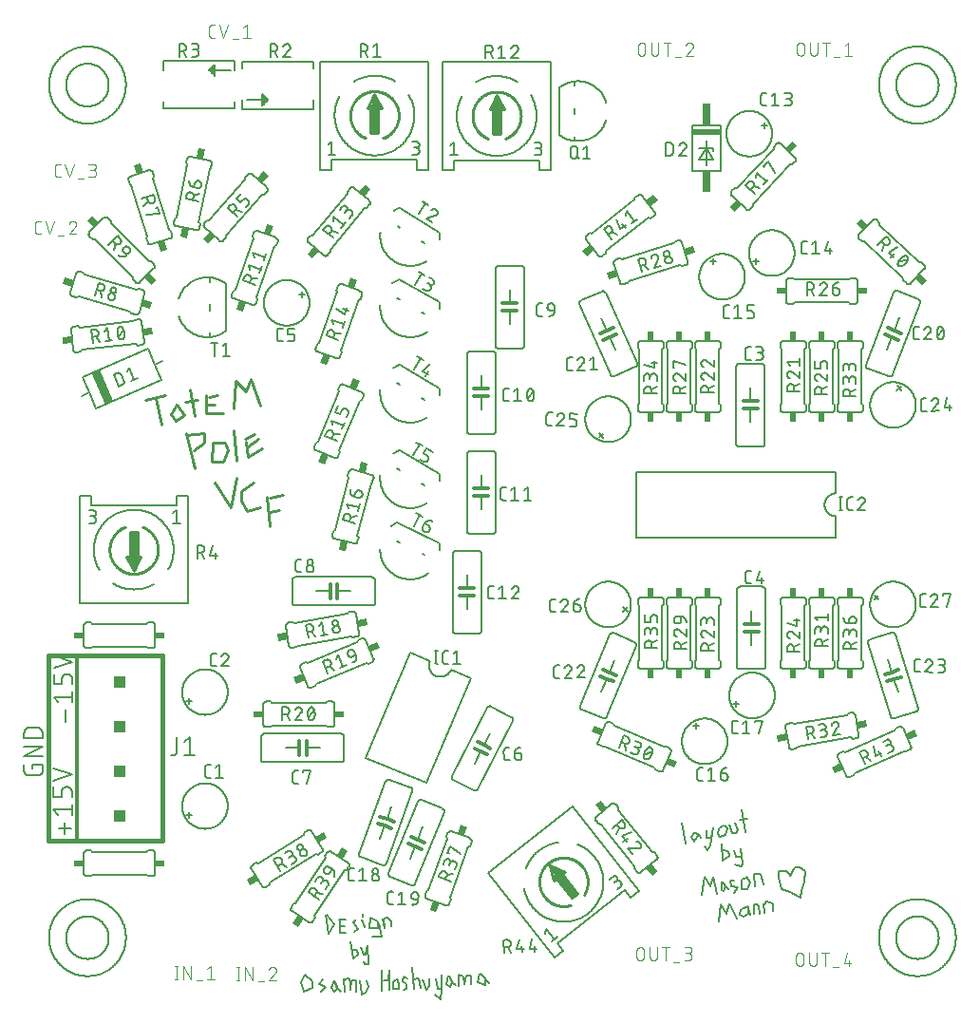
<source format=gbr>
G04 EAGLE Gerber RS-274X export*
G75*
%MOMM*%
%FSLAX34Y34*%
%LPD*%
%INSilkscreen Top*%
%IPPOS*%
%AMOC8*
5,1,8,0,0,1.08239X$1,22.5*%
G01*
%ADD10C,0.254000*%
%ADD11C,0.127000*%
%ADD12C,0.152400*%
%ADD13R,2.540000X0.508000*%
%ADD14R,0.762000X1.905000*%
%ADD15R,0.762000X3.048000*%
%ADD16C,0.406400*%
%ADD17C,0.304800*%
%ADD18R,1.016000X1.016000*%
%ADD19R,0.863600X0.609600*%
%ADD20R,0.609600X0.863600*%
%ADD21C,0.101600*%
%ADD22C,0.203200*%


D10*
X120959Y661240D02*
X125581Y637349D01*
X111713Y659313D02*
X129048Y663552D01*
X139449Y655074D02*
X134441Y646982D01*
X139064Y640431D01*
X146383Y645441D01*
X140220Y654304D01*
X151776Y668176D02*
X156013Y645055D01*
X158325Y658928D02*
X147153Y657772D01*
X166029Y663166D02*
X165644Y647753D01*
X181438Y647753D01*
X173348Y655074D02*
X166800Y655074D01*
X167955Y662010D02*
X176045Y663166D01*
X190298Y651606D02*
X191839Y676268D01*
X201469Y666634D01*
X205707Y677809D01*
X214181Y653918D01*
X147924Y629642D02*
X156013Y598430D01*
X147924Y628101D02*
X163718Y629257D01*
X163718Y621165D01*
X154473Y614614D01*
X171807Y621165D02*
X171037Y604210D01*
X181053Y604210D01*
X185675Y614614D01*
X182979Y621165D01*
X172963Y621165D01*
X190298Y632339D02*
X192994Y605366D01*
X203395Y608448D02*
X201084Y622321D01*
X203395Y608448D02*
X215722Y616155D01*
X212255Y624247D02*
X203010Y618082D01*
X200314Y624247D02*
X208788Y628871D01*
X173734Y585713D02*
X187601Y563749D01*
X192994Y589567D01*
X197232Y578392D02*
X208403Y585713D01*
X197232Y578392D02*
X197232Y569144D01*
X201854Y560281D01*
X213796Y563749D01*
X220345Y572997D02*
X222656Y546794D01*
X222656Y571841D02*
X234598Y574539D01*
X230746Y561052D02*
X222271Y559125D01*
D11*
X272621Y200030D02*
X274928Y183105D01*
X279927Y192337D01*
X273390Y200030D01*
X284926Y195030D02*
X284926Y190414D01*
X284926Y184259D01*
X289925Y184259D01*
X289540Y190414D02*
X284926Y190414D01*
X284541Y195799D02*
X290309Y196568D01*
X296846Y193876D02*
X299153Y196184D01*
X296846Y193876D02*
X301460Y188106D01*
X297615Y185413D01*
X307228Y189260D02*
X304921Y196184D01*
X305245Y199090D02*
X305245Y201429D01*
X312262Y197686D02*
X311093Y188328D01*
X318812Y188328D01*
X319045Y194645D01*
X312028Y197920D01*
X319981Y192539D02*
X322788Y180608D01*
X313900Y181076D01*
X324659Y188796D02*
X323490Y197218D01*
X323723Y196984D02*
X324659Y188796D01*
X323723Y196984D02*
X327232Y197452D01*
X330507Y194879D01*
X330507Y189966D01*
X294252Y176397D02*
X297058Y161658D01*
X301269Y164933D01*
X300801Y168910D01*
X296357Y169378D01*
X303374Y171718D02*
X306181Y164699D01*
X308286Y164699D01*
X309923Y172888D01*
X310625Y156043D01*
X306882Y156277D01*
X306415Y159319D01*
X253552Y146919D02*
X250745Y139901D01*
X252617Y131479D01*
X260569Y134988D01*
X260803Y140837D01*
X253552Y147153D01*
X266183Y138263D02*
X269692Y143176D01*
X266183Y138263D02*
X272732Y135690D01*
X268522Y131947D01*
X277410Y135456D02*
X280217Y142240D01*
X277410Y135456D02*
X280451Y131947D01*
X282790Y134520D01*
X280451Y141772D01*
X283258Y134520D01*
X285831Y132181D01*
X289106Y131479D02*
X288872Y143644D01*
X288872Y141538D01*
X291211Y143644D01*
X292380Y143644D01*
X294252Y141071D01*
X294485Y133350D01*
X295655Y142240D01*
X299631Y142240D01*
X299865Y132181D01*
X304777Y129607D02*
X303140Y142240D01*
X308052Y130777D02*
X304777Y129607D01*
X308052Y130777D02*
X310157Y135690D01*
X308988Y142006D01*
X322554Y150896D02*
X322788Y132648D01*
X323723Y142006D02*
X328402Y142006D01*
X328869Y151130D01*
X328869Y133584D01*
X332846Y139901D02*
X335185Y143176D01*
X332846Y139901D02*
X332612Y134520D01*
X337758Y134754D01*
X337992Y138497D01*
X335653Y143878D01*
X341734Y145048D02*
X345477Y143644D01*
X341734Y145048D02*
X340799Y140837D01*
X344073Y138263D01*
X344541Y134286D01*
X341500Y133116D01*
X350856Y134052D02*
X349687Y153470D01*
X350622Y142708D02*
X350856Y134052D01*
X350622Y142708D02*
X355301Y143644D01*
X357406Y134988D01*
X362084Y133350D02*
X358575Y142942D01*
X364891Y136626D02*
X362084Y133350D01*
X364891Y136626D02*
X364891Y143644D01*
X370504Y143878D02*
X372609Y134754D01*
X375416Y134754D01*
X375416Y146919D01*
X375416Y134754D02*
X375416Y133116D01*
X375182Y125396D01*
X370037Y128905D01*
X379627Y138263D02*
X381732Y146451D01*
X379627Y138263D02*
X383135Y135924D01*
X385474Y140135D01*
X382433Y146451D01*
X385942Y139433D01*
X388281Y137795D01*
X391322Y137093D02*
X391322Y147153D01*
X395064Y145282D01*
X396234Y138731D01*
X397871Y145983D01*
X401614Y145983D01*
X402081Y138965D01*
X407695Y140369D02*
X410034Y147855D01*
X407695Y140369D02*
X414712Y137561D01*
X414712Y143878D01*
X410736Y147855D01*
X417987Y139433D01*
X593029Y263716D02*
X590198Y282123D01*
X600813Y272920D02*
X598336Y269734D01*
X601167Y265486D01*
X605413Y272212D01*
X601167Y273274D01*
X605367Y272104D01*
X606713Y268738D01*
X611592Y268738D02*
X611592Y275974D01*
X611592Y268738D02*
X615799Y268738D01*
X617818Y278330D01*
X614957Y261839D01*
X612602Y258305D01*
X610246Y261166D01*
X623370Y277657D02*
X627576Y280181D01*
X623370Y277657D02*
X622024Y272440D01*
X624043Y269916D01*
X629259Y271094D01*
X630268Y277657D01*
X627745Y279676D01*
X632287Y280854D02*
X634475Y272945D01*
X638008Y272945D01*
X639859Y275974D01*
X637503Y282368D01*
X647093Y274459D02*
X643055Y294653D01*
X641205Y285229D02*
X648271Y285902D01*
X625221Y263858D02*
X626735Y248881D01*
X632119Y252752D01*
X631783Y257463D01*
X626230Y257632D01*
X636157Y257968D02*
X638344Y251742D01*
X643055Y252415D01*
X642382Y259819D01*
X644065Y246189D01*
X642887Y243833D01*
X638849Y244338D01*
X636998Y245684D01*
X609957Y234363D02*
X607437Y217773D01*
X614996Y226173D02*
X609957Y234363D01*
X617516Y234363D02*
X614996Y226173D01*
X617516Y234363D02*
X621505Y219243D01*
X625494Y222813D02*
X625494Y229743D01*
X625494Y222813D02*
X627174Y221553D01*
X628854Y225543D01*
X626334Y228903D01*
X631583Y223023D01*
X632843Y231003D02*
X636623Y231213D01*
X632843Y231003D02*
X634313Y225963D01*
X640192Y224703D01*
X636203Y219873D01*
X642922Y231423D02*
X647541Y233733D01*
X642922Y231423D02*
X643132Y223653D01*
X648381Y223653D01*
X650690Y228903D01*
X647751Y234153D01*
X654050Y236673D02*
X655100Y225753D01*
X654050Y236673D02*
X660349Y236463D01*
X662659Y227433D01*
X624864Y210003D02*
X622765Y194253D01*
X629904Y201393D02*
X624864Y210003D01*
X632423Y210843D02*
X629904Y201393D01*
X632423Y210843D02*
X638932Y196773D01*
X641452Y200343D02*
X642502Y205593D01*
X641452Y200343D02*
X644601Y198453D01*
X649221Y200973D01*
X649221Y207693D01*
X643132Y205803D01*
X649641Y206433D02*
X651320Y200343D01*
X654050Y201393D02*
X654050Y209373D01*
X657199Y209373D01*
X658249Y208113D01*
X659719Y201393D01*
X663708Y202023D02*
X662659Y210423D01*
X663289Y210003D02*
X665598Y211893D01*
X671267Y210633D01*
X671267Y204123D01*
X686216Y234951D02*
X690569Y243038D01*
X695338Y243038D01*
X699691Y239305D01*
X699484Y229766D01*
X696374Y221886D01*
X695752Y215665D01*
X686423Y220849D01*
X678545Y222923D01*
X676057Y233499D01*
X676057Y239720D01*
X683313Y239720D01*
X687045Y234951D01*
D12*
X39774Y272042D02*
X39774Y282879D01*
X45192Y277460D02*
X34355Y277460D01*
X33452Y289618D02*
X29840Y294134D01*
X46096Y294134D01*
X46096Y298649D02*
X46096Y289618D01*
X46096Y305249D02*
X46096Y310668D01*
X46095Y310668D02*
X46093Y310786D01*
X46087Y310904D01*
X46078Y311022D01*
X46064Y311139D01*
X46047Y311256D01*
X46026Y311373D01*
X46001Y311488D01*
X45972Y311603D01*
X45939Y311717D01*
X45903Y311829D01*
X45863Y311940D01*
X45820Y312050D01*
X45773Y312159D01*
X45723Y312266D01*
X45668Y312371D01*
X45611Y312474D01*
X45550Y312575D01*
X45486Y312675D01*
X45419Y312772D01*
X45349Y312867D01*
X45275Y312959D01*
X45199Y313050D01*
X45119Y313137D01*
X45037Y313222D01*
X44952Y313304D01*
X44865Y313384D01*
X44774Y313460D01*
X44682Y313534D01*
X44587Y313604D01*
X44490Y313671D01*
X44390Y313735D01*
X44289Y313796D01*
X44186Y313853D01*
X44081Y313908D01*
X43974Y313958D01*
X43865Y314005D01*
X43755Y314048D01*
X43644Y314088D01*
X43532Y314124D01*
X43418Y314157D01*
X43303Y314186D01*
X43188Y314211D01*
X43071Y314232D01*
X42954Y314249D01*
X42837Y314263D01*
X42719Y314272D01*
X42601Y314278D01*
X42483Y314280D01*
X40677Y314280D01*
X40559Y314278D01*
X40441Y314272D01*
X40323Y314263D01*
X40206Y314249D01*
X40089Y314232D01*
X39972Y314211D01*
X39857Y314186D01*
X39742Y314157D01*
X39628Y314124D01*
X39516Y314088D01*
X39405Y314048D01*
X39295Y314005D01*
X39186Y313958D01*
X39079Y313908D01*
X38974Y313853D01*
X38871Y313796D01*
X38770Y313735D01*
X38670Y313671D01*
X38573Y313604D01*
X38478Y313534D01*
X38386Y313460D01*
X38295Y313384D01*
X38208Y313304D01*
X38123Y313222D01*
X38041Y313137D01*
X37961Y313050D01*
X37885Y312959D01*
X37811Y312867D01*
X37741Y312772D01*
X37674Y312675D01*
X37610Y312575D01*
X37549Y312474D01*
X37492Y312371D01*
X37437Y312266D01*
X37387Y312159D01*
X37340Y312050D01*
X37297Y311940D01*
X37257Y311829D01*
X37221Y311717D01*
X37188Y311603D01*
X37159Y311488D01*
X37134Y311373D01*
X37113Y311256D01*
X37096Y311139D01*
X37082Y311022D01*
X37073Y310904D01*
X37067Y310786D01*
X37065Y310668D01*
X37064Y310668D02*
X37064Y305249D01*
X29840Y305249D01*
X29840Y314280D01*
X29840Y319977D02*
X46096Y325396D01*
X29840Y330815D01*
X40171Y372530D02*
X40171Y383367D01*
X33849Y390107D02*
X30237Y394622D01*
X46493Y394622D01*
X46493Y390107D02*
X46493Y399138D01*
X46493Y405738D02*
X46493Y411156D01*
X46492Y411156D02*
X46490Y411274D01*
X46484Y411392D01*
X46475Y411510D01*
X46461Y411627D01*
X46444Y411744D01*
X46423Y411861D01*
X46398Y411976D01*
X46369Y412091D01*
X46336Y412205D01*
X46300Y412317D01*
X46260Y412428D01*
X46217Y412538D01*
X46170Y412647D01*
X46120Y412754D01*
X46065Y412859D01*
X46008Y412962D01*
X45947Y413063D01*
X45883Y413163D01*
X45816Y413260D01*
X45746Y413355D01*
X45672Y413447D01*
X45596Y413538D01*
X45516Y413625D01*
X45434Y413710D01*
X45349Y413792D01*
X45262Y413872D01*
X45171Y413948D01*
X45079Y414022D01*
X44984Y414092D01*
X44887Y414159D01*
X44787Y414223D01*
X44686Y414284D01*
X44583Y414341D01*
X44478Y414396D01*
X44371Y414446D01*
X44262Y414493D01*
X44152Y414536D01*
X44041Y414576D01*
X43929Y414612D01*
X43815Y414645D01*
X43700Y414674D01*
X43585Y414699D01*
X43468Y414720D01*
X43351Y414737D01*
X43234Y414751D01*
X43116Y414760D01*
X42998Y414766D01*
X42880Y414768D01*
X42880Y414769D02*
X41074Y414769D01*
X41074Y414768D02*
X40956Y414766D01*
X40838Y414760D01*
X40720Y414751D01*
X40603Y414737D01*
X40486Y414720D01*
X40369Y414699D01*
X40254Y414674D01*
X40139Y414645D01*
X40025Y414612D01*
X39913Y414576D01*
X39802Y414536D01*
X39692Y414493D01*
X39583Y414446D01*
X39476Y414396D01*
X39371Y414341D01*
X39268Y414284D01*
X39167Y414223D01*
X39067Y414159D01*
X38970Y414092D01*
X38875Y414022D01*
X38783Y413948D01*
X38692Y413872D01*
X38605Y413792D01*
X38520Y413710D01*
X38438Y413625D01*
X38358Y413538D01*
X38282Y413447D01*
X38208Y413355D01*
X38138Y413260D01*
X38071Y413163D01*
X38007Y413063D01*
X37946Y412962D01*
X37889Y412859D01*
X37834Y412754D01*
X37784Y412647D01*
X37737Y412538D01*
X37694Y412428D01*
X37654Y412317D01*
X37618Y412205D01*
X37585Y412091D01*
X37556Y411976D01*
X37531Y411861D01*
X37510Y411744D01*
X37493Y411627D01*
X37479Y411510D01*
X37470Y411392D01*
X37464Y411274D01*
X37462Y411156D01*
X37462Y405738D01*
X30237Y405738D01*
X30237Y414769D01*
X30237Y420466D02*
X46493Y425885D01*
X30237Y431303D01*
X10856Y333899D02*
X10856Y331189D01*
X10856Y333899D02*
X19887Y333899D01*
X19887Y328480D01*
X19885Y328362D01*
X19879Y328244D01*
X19870Y328126D01*
X19856Y328009D01*
X19839Y327892D01*
X19818Y327775D01*
X19793Y327660D01*
X19764Y327545D01*
X19731Y327431D01*
X19695Y327319D01*
X19655Y327208D01*
X19612Y327098D01*
X19565Y326989D01*
X19515Y326882D01*
X19460Y326777D01*
X19403Y326674D01*
X19342Y326573D01*
X19278Y326473D01*
X19211Y326376D01*
X19141Y326281D01*
X19067Y326189D01*
X18991Y326098D01*
X18911Y326011D01*
X18829Y325926D01*
X18744Y325844D01*
X18657Y325764D01*
X18566Y325688D01*
X18474Y325614D01*
X18379Y325544D01*
X18282Y325477D01*
X18182Y325413D01*
X18081Y325352D01*
X17978Y325295D01*
X17873Y325240D01*
X17766Y325190D01*
X17657Y325143D01*
X17547Y325100D01*
X17436Y325060D01*
X17324Y325024D01*
X17210Y324991D01*
X17095Y324962D01*
X16980Y324937D01*
X16863Y324916D01*
X16746Y324899D01*
X16629Y324885D01*
X16511Y324876D01*
X16393Y324870D01*
X16275Y324868D01*
X7244Y324868D01*
X7244Y324867D02*
X7126Y324869D01*
X7008Y324875D01*
X6890Y324884D01*
X6772Y324898D01*
X6655Y324915D01*
X6539Y324936D01*
X6424Y324961D01*
X6309Y324990D01*
X6195Y325023D01*
X6083Y325059D01*
X5971Y325099D01*
X5861Y325142D01*
X5753Y325189D01*
X5646Y325240D01*
X5541Y325294D01*
X5438Y325351D01*
X5336Y325412D01*
X5237Y325476D01*
X5140Y325543D01*
X5045Y325614D01*
X4952Y325687D01*
X4862Y325764D01*
X4774Y325843D01*
X4689Y325925D01*
X4607Y326010D01*
X4528Y326098D01*
X4451Y326188D01*
X4378Y326281D01*
X4307Y326375D01*
X4240Y326473D01*
X4176Y326572D01*
X4115Y326673D01*
X4058Y326777D01*
X4004Y326882D01*
X3953Y326989D01*
X3906Y327097D01*
X3863Y327207D01*
X3823Y327319D01*
X3787Y327431D01*
X3754Y327545D01*
X3725Y327660D01*
X3700Y327775D01*
X3679Y327891D01*
X3662Y328008D01*
X3648Y328126D01*
X3639Y328244D01*
X3633Y328362D01*
X3631Y328480D01*
X3631Y333899D01*
X3631Y341541D02*
X19887Y341541D01*
X19887Y350572D02*
X3631Y341541D01*
X3631Y350572D02*
X19887Y350572D01*
X19887Y358214D02*
X3631Y358214D01*
X3631Y362730D01*
X3633Y362861D01*
X3639Y362993D01*
X3648Y363124D01*
X3662Y363254D01*
X3679Y363385D01*
X3700Y363514D01*
X3724Y363643D01*
X3753Y363771D01*
X3785Y363899D01*
X3821Y364025D01*
X3860Y364150D01*
X3903Y364275D01*
X3950Y364397D01*
X4000Y364519D01*
X4054Y364639D01*
X4111Y364757D01*
X4172Y364873D01*
X4236Y364988D01*
X4303Y365101D01*
X4374Y365212D01*
X4448Y365320D01*
X4525Y365427D01*
X4605Y365531D01*
X4688Y365633D01*
X4773Y365732D01*
X4862Y365829D01*
X4954Y365923D01*
X5048Y366015D01*
X5145Y366104D01*
X5244Y366189D01*
X5346Y366272D01*
X5450Y366352D01*
X5557Y366429D01*
X5665Y366503D01*
X5776Y366574D01*
X5889Y366641D01*
X6004Y366705D01*
X6120Y366766D01*
X6238Y366823D01*
X6358Y366877D01*
X6480Y366927D01*
X6602Y366974D01*
X6727Y367017D01*
X6852Y367056D01*
X6978Y367092D01*
X7106Y367124D01*
X7234Y367153D01*
X7363Y367177D01*
X7492Y367198D01*
X7623Y367215D01*
X7753Y367229D01*
X7884Y367238D01*
X8016Y367244D01*
X8147Y367246D01*
X8147Y367245D02*
X15372Y367245D01*
X15372Y367246D02*
X15503Y367244D01*
X15635Y367238D01*
X15766Y367229D01*
X15896Y367215D01*
X16027Y367198D01*
X16156Y367177D01*
X16285Y367153D01*
X16413Y367124D01*
X16541Y367092D01*
X16667Y367056D01*
X16792Y367017D01*
X16917Y366974D01*
X17039Y366927D01*
X17161Y366877D01*
X17281Y366823D01*
X17399Y366766D01*
X17515Y366705D01*
X17630Y366641D01*
X17743Y366574D01*
X17854Y366503D01*
X17962Y366429D01*
X18069Y366352D01*
X18173Y366272D01*
X18275Y366189D01*
X18374Y366104D01*
X18471Y366015D01*
X18565Y365923D01*
X18657Y365829D01*
X18746Y365732D01*
X18831Y365633D01*
X18914Y365531D01*
X18994Y365427D01*
X19071Y365320D01*
X19145Y365212D01*
X19216Y365101D01*
X19283Y364988D01*
X19347Y364873D01*
X19408Y364757D01*
X19465Y364639D01*
X19519Y364519D01*
X19569Y364397D01*
X19616Y364275D01*
X19659Y364150D01*
X19698Y364025D01*
X19734Y363899D01*
X19766Y363771D01*
X19795Y363643D01*
X19819Y363514D01*
X19840Y363384D01*
X19857Y363254D01*
X19871Y363124D01*
X19880Y362993D01*
X19886Y362861D01*
X19888Y362730D01*
X19887Y362730D02*
X19887Y358214D01*
X781922Y671721D02*
X785302Y667928D01*
X785508Y671514D02*
X781715Y668135D01*
X757930Y654842D02*
X757936Y655341D01*
X757954Y655839D01*
X757985Y656337D01*
X758028Y656834D01*
X758083Y657329D01*
X758150Y657824D01*
X758229Y658316D01*
X758320Y658806D01*
X758424Y659294D01*
X758539Y659779D01*
X758666Y660262D01*
X758805Y660741D01*
X758956Y661216D01*
X759118Y661688D01*
X759292Y662155D01*
X759477Y662618D01*
X759673Y663077D01*
X759881Y663530D01*
X760100Y663978D01*
X760329Y664421D01*
X760570Y664858D01*
X760821Y665289D01*
X761083Y665713D01*
X761355Y666131D01*
X761637Y666542D01*
X761929Y666947D01*
X762231Y667344D01*
X762542Y667733D01*
X762864Y668114D01*
X763194Y668488D01*
X763533Y668853D01*
X763882Y669210D01*
X764239Y669559D01*
X764604Y669898D01*
X764978Y670228D01*
X765359Y670550D01*
X765748Y670861D01*
X766145Y671163D01*
X766550Y671455D01*
X766961Y671737D01*
X767379Y672009D01*
X767803Y672271D01*
X768234Y672522D01*
X768671Y672763D01*
X769114Y672992D01*
X769562Y673211D01*
X770015Y673419D01*
X770474Y673615D01*
X770937Y673800D01*
X771404Y673974D01*
X771876Y674136D01*
X772351Y674287D01*
X772830Y674426D01*
X773313Y674553D01*
X773798Y674668D01*
X774286Y674772D01*
X774776Y674863D01*
X775268Y674942D01*
X775763Y675009D01*
X776258Y675064D01*
X776755Y675107D01*
X777253Y675138D01*
X777751Y675156D01*
X778250Y675162D01*
X778749Y675156D01*
X779247Y675138D01*
X779745Y675107D01*
X780242Y675064D01*
X780737Y675009D01*
X781232Y674942D01*
X781724Y674863D01*
X782214Y674772D01*
X782702Y674668D01*
X783187Y674553D01*
X783670Y674426D01*
X784149Y674287D01*
X784624Y674136D01*
X785096Y673974D01*
X785563Y673800D01*
X786026Y673615D01*
X786485Y673419D01*
X786938Y673211D01*
X787386Y672992D01*
X787829Y672763D01*
X788266Y672522D01*
X788697Y672271D01*
X789121Y672009D01*
X789539Y671737D01*
X789950Y671455D01*
X790355Y671163D01*
X790752Y670861D01*
X791141Y670550D01*
X791522Y670228D01*
X791896Y669898D01*
X792261Y669559D01*
X792618Y669210D01*
X792967Y668853D01*
X793306Y668488D01*
X793636Y668114D01*
X793958Y667733D01*
X794269Y667344D01*
X794571Y666947D01*
X794863Y666542D01*
X795145Y666131D01*
X795417Y665713D01*
X795679Y665289D01*
X795930Y664858D01*
X796171Y664421D01*
X796400Y663978D01*
X796619Y663530D01*
X796827Y663077D01*
X797023Y662618D01*
X797208Y662155D01*
X797382Y661688D01*
X797544Y661216D01*
X797695Y660741D01*
X797834Y660262D01*
X797961Y659779D01*
X798076Y659294D01*
X798180Y658806D01*
X798271Y658316D01*
X798350Y657824D01*
X798417Y657329D01*
X798472Y656834D01*
X798515Y656337D01*
X798546Y655839D01*
X798564Y655341D01*
X798570Y654842D01*
X798564Y654343D01*
X798546Y653845D01*
X798515Y653347D01*
X798472Y652850D01*
X798417Y652355D01*
X798350Y651860D01*
X798271Y651368D01*
X798180Y650878D01*
X798076Y650390D01*
X797961Y649905D01*
X797834Y649422D01*
X797695Y648943D01*
X797544Y648468D01*
X797382Y647996D01*
X797208Y647529D01*
X797023Y647066D01*
X796827Y646607D01*
X796619Y646154D01*
X796400Y645706D01*
X796171Y645263D01*
X795930Y644826D01*
X795679Y644395D01*
X795417Y643971D01*
X795145Y643553D01*
X794863Y643142D01*
X794571Y642737D01*
X794269Y642340D01*
X793958Y641951D01*
X793636Y641570D01*
X793306Y641196D01*
X792967Y640831D01*
X792618Y640474D01*
X792261Y640125D01*
X791896Y639786D01*
X791522Y639456D01*
X791141Y639134D01*
X790752Y638823D01*
X790355Y638521D01*
X789950Y638229D01*
X789539Y637947D01*
X789121Y637675D01*
X788697Y637413D01*
X788266Y637162D01*
X787829Y636921D01*
X787386Y636692D01*
X786938Y636473D01*
X786485Y636265D01*
X786026Y636069D01*
X785563Y635884D01*
X785096Y635710D01*
X784624Y635548D01*
X784149Y635397D01*
X783670Y635258D01*
X783187Y635131D01*
X782702Y635016D01*
X782214Y634912D01*
X781724Y634821D01*
X781232Y634742D01*
X780737Y634675D01*
X780242Y634620D01*
X779745Y634577D01*
X779247Y634546D01*
X778749Y634528D01*
X778250Y634522D01*
X777751Y634528D01*
X777253Y634546D01*
X776755Y634577D01*
X776258Y634620D01*
X775763Y634675D01*
X775268Y634742D01*
X774776Y634821D01*
X774286Y634912D01*
X773798Y635016D01*
X773313Y635131D01*
X772830Y635258D01*
X772351Y635397D01*
X771876Y635548D01*
X771404Y635710D01*
X770937Y635884D01*
X770474Y636069D01*
X770015Y636265D01*
X769562Y636473D01*
X769114Y636692D01*
X768671Y636921D01*
X768234Y637162D01*
X767803Y637413D01*
X767379Y637675D01*
X766961Y637947D01*
X766550Y638229D01*
X766145Y638521D01*
X765748Y638823D01*
X765359Y639134D01*
X764978Y639456D01*
X764604Y639786D01*
X764239Y640125D01*
X763882Y640474D01*
X763533Y640831D01*
X763194Y641196D01*
X762864Y641570D01*
X762542Y641951D01*
X762231Y642340D01*
X761929Y642737D01*
X761637Y643142D01*
X761355Y643553D01*
X761083Y643971D01*
X760821Y644395D01*
X760570Y644826D01*
X760329Y645263D01*
X760100Y645706D01*
X759881Y646154D01*
X759673Y646607D01*
X759477Y647066D01*
X759292Y647529D01*
X759118Y647996D01*
X758956Y648468D01*
X758805Y648943D01*
X758666Y649422D01*
X758539Y649905D01*
X758424Y650390D01*
X758320Y650878D01*
X758229Y651368D01*
X758150Y651860D01*
X758083Y652355D01*
X758028Y652850D01*
X757985Y653347D01*
X757954Y653845D01*
X757936Y654343D01*
X757930Y654842D01*
D11*
X805907Y649161D02*
X808445Y649268D01*
X805907Y649161D02*
X805808Y649159D01*
X805708Y649161D01*
X805608Y649166D01*
X805509Y649176D01*
X805410Y649189D01*
X805312Y649207D01*
X805215Y649228D01*
X805118Y649253D01*
X805022Y649281D01*
X804928Y649314D01*
X804835Y649350D01*
X804744Y649390D01*
X804654Y649433D01*
X804566Y649480D01*
X804480Y649530D01*
X804395Y649583D01*
X804313Y649640D01*
X804234Y649700D01*
X804156Y649763D01*
X804082Y649829D01*
X804010Y649898D01*
X803940Y649970D01*
X803874Y650044D01*
X803810Y650121D01*
X803750Y650201D01*
X803693Y650282D01*
X803639Y650366D01*
X803588Y650452D01*
X803541Y650540D01*
X803497Y650630D01*
X803457Y650721D01*
X803420Y650814D01*
X803387Y650908D01*
X803358Y651003D01*
X803333Y651100D01*
X803311Y651197D01*
X803293Y651295D01*
X803279Y651394D01*
X803269Y651493D01*
X803263Y651593D01*
X802997Y657937D01*
X802995Y658036D01*
X802997Y658136D01*
X803002Y658236D01*
X803012Y658335D01*
X803025Y658434D01*
X803043Y658532D01*
X803064Y658629D01*
X803089Y658726D01*
X803117Y658822D01*
X803150Y658916D01*
X803186Y659009D01*
X803226Y659100D01*
X803269Y659190D01*
X803316Y659278D01*
X803366Y659364D01*
X803419Y659449D01*
X803476Y659531D01*
X803536Y659610D01*
X803599Y659688D01*
X803665Y659762D01*
X803734Y659834D01*
X803806Y659904D01*
X803880Y659970D01*
X803957Y660034D01*
X804037Y660094D01*
X804118Y660151D01*
X804202Y660205D01*
X804288Y660256D01*
X804376Y660303D01*
X804466Y660347D01*
X804557Y660387D01*
X804650Y660424D01*
X804744Y660457D01*
X804839Y660486D01*
X804936Y660511D01*
X805033Y660533D01*
X805131Y660551D01*
X805230Y660565D01*
X805329Y660575D01*
X805429Y660581D01*
X805428Y660581D02*
X807966Y660688D01*
X815934Y661021D02*
X816039Y661024D01*
X816143Y661023D01*
X816247Y661017D01*
X816351Y661008D01*
X816455Y660996D01*
X816558Y660979D01*
X816660Y660959D01*
X816762Y660935D01*
X816862Y660907D01*
X816962Y660876D01*
X817060Y660841D01*
X817157Y660802D01*
X817253Y660760D01*
X817347Y660715D01*
X817439Y660666D01*
X817529Y660614D01*
X817618Y660558D01*
X817704Y660499D01*
X817788Y660438D01*
X817870Y660373D01*
X817949Y660305D01*
X818026Y660234D01*
X818100Y660161D01*
X818172Y660085D01*
X818240Y660006D01*
X818306Y659925D01*
X818369Y659842D01*
X818428Y659756D01*
X818485Y659668D01*
X818538Y659579D01*
X818588Y659487D01*
X818634Y659393D01*
X818677Y659298D01*
X818717Y659202D01*
X818753Y659104D01*
X818785Y659005D01*
X818814Y658904D01*
X818839Y658803D01*
X818861Y658701D01*
X818878Y658598D01*
X818892Y658495D01*
X818902Y658391D01*
X818908Y658287D01*
X815934Y661022D02*
X815816Y661015D01*
X815698Y661004D01*
X815581Y660990D01*
X815464Y660972D01*
X815347Y660950D01*
X815232Y660924D01*
X815117Y660894D01*
X815004Y660861D01*
X814891Y660824D01*
X814780Y660784D01*
X814670Y660740D01*
X814562Y660693D01*
X814455Y660642D01*
X814350Y660587D01*
X814246Y660530D01*
X814145Y660469D01*
X814045Y660404D01*
X813948Y660337D01*
X813853Y660266D01*
X813760Y660193D01*
X813670Y660116D01*
X813582Y660037D01*
X813497Y659955D01*
X813415Y659870D01*
X813335Y659782D01*
X813258Y659692D01*
X813184Y659600D01*
X813113Y659505D01*
X813045Y659408D01*
X812981Y659309D01*
X812919Y659208D01*
X812861Y659104D01*
X812806Y659000D01*
X812755Y658893D01*
X812707Y658785D01*
X812663Y658675D01*
X812622Y658564D01*
X812585Y658451D01*
X812551Y658338D01*
X818050Y656026D02*
X818123Y656105D01*
X818194Y656187D01*
X818262Y656271D01*
X818327Y656357D01*
X818389Y656446D01*
X818448Y656537D01*
X818503Y656629D01*
X818555Y656724D01*
X818604Y656820D01*
X818649Y656918D01*
X818691Y657018D01*
X818730Y657119D01*
X818765Y657221D01*
X818796Y657325D01*
X818823Y657429D01*
X818847Y657535D01*
X818867Y657641D01*
X818883Y657748D01*
X818896Y657855D01*
X818905Y657963D01*
X818910Y658070D01*
X818911Y658179D01*
X818908Y658287D01*
X818050Y656026D02*
X812923Y649455D01*
X819267Y649721D01*
X824237Y652472D02*
X826402Y661460D01*
X824237Y652472D02*
X830581Y652738D01*
X828571Y655196D02*
X828784Y650120D01*
D12*
X519700Y625478D02*
X516524Y629443D01*
X520094Y629048D02*
X516130Y625872D01*
X503930Y642142D02*
X503936Y642641D01*
X503954Y643139D01*
X503985Y643637D01*
X504028Y644134D01*
X504083Y644629D01*
X504150Y645124D01*
X504229Y645616D01*
X504320Y646106D01*
X504424Y646594D01*
X504539Y647079D01*
X504666Y647562D01*
X504805Y648041D01*
X504956Y648516D01*
X505118Y648988D01*
X505292Y649455D01*
X505477Y649918D01*
X505673Y650377D01*
X505881Y650830D01*
X506100Y651278D01*
X506329Y651721D01*
X506570Y652158D01*
X506821Y652589D01*
X507083Y653013D01*
X507355Y653431D01*
X507637Y653842D01*
X507929Y654247D01*
X508231Y654644D01*
X508542Y655033D01*
X508864Y655414D01*
X509194Y655788D01*
X509533Y656153D01*
X509882Y656510D01*
X510239Y656859D01*
X510604Y657198D01*
X510978Y657528D01*
X511359Y657850D01*
X511748Y658161D01*
X512145Y658463D01*
X512550Y658755D01*
X512961Y659037D01*
X513379Y659309D01*
X513803Y659571D01*
X514234Y659822D01*
X514671Y660063D01*
X515114Y660292D01*
X515562Y660511D01*
X516015Y660719D01*
X516474Y660915D01*
X516937Y661100D01*
X517404Y661274D01*
X517876Y661436D01*
X518351Y661587D01*
X518830Y661726D01*
X519313Y661853D01*
X519798Y661968D01*
X520286Y662072D01*
X520776Y662163D01*
X521268Y662242D01*
X521763Y662309D01*
X522258Y662364D01*
X522755Y662407D01*
X523253Y662438D01*
X523751Y662456D01*
X524250Y662462D01*
X524749Y662456D01*
X525247Y662438D01*
X525745Y662407D01*
X526242Y662364D01*
X526737Y662309D01*
X527232Y662242D01*
X527724Y662163D01*
X528214Y662072D01*
X528702Y661968D01*
X529187Y661853D01*
X529670Y661726D01*
X530149Y661587D01*
X530624Y661436D01*
X531096Y661274D01*
X531563Y661100D01*
X532026Y660915D01*
X532485Y660719D01*
X532938Y660511D01*
X533386Y660292D01*
X533829Y660063D01*
X534266Y659822D01*
X534697Y659571D01*
X535121Y659309D01*
X535539Y659037D01*
X535950Y658755D01*
X536355Y658463D01*
X536752Y658161D01*
X537141Y657850D01*
X537522Y657528D01*
X537896Y657198D01*
X538261Y656859D01*
X538618Y656510D01*
X538967Y656153D01*
X539306Y655788D01*
X539636Y655414D01*
X539958Y655033D01*
X540269Y654644D01*
X540571Y654247D01*
X540863Y653842D01*
X541145Y653431D01*
X541417Y653013D01*
X541679Y652589D01*
X541930Y652158D01*
X542171Y651721D01*
X542400Y651278D01*
X542619Y650830D01*
X542827Y650377D01*
X543023Y649918D01*
X543208Y649455D01*
X543382Y648988D01*
X543544Y648516D01*
X543695Y648041D01*
X543834Y647562D01*
X543961Y647079D01*
X544076Y646594D01*
X544180Y646106D01*
X544271Y645616D01*
X544350Y645124D01*
X544417Y644629D01*
X544472Y644134D01*
X544515Y643637D01*
X544546Y643139D01*
X544564Y642641D01*
X544570Y642142D01*
X544564Y641643D01*
X544546Y641145D01*
X544515Y640647D01*
X544472Y640150D01*
X544417Y639655D01*
X544350Y639160D01*
X544271Y638668D01*
X544180Y638178D01*
X544076Y637690D01*
X543961Y637205D01*
X543834Y636722D01*
X543695Y636243D01*
X543544Y635768D01*
X543382Y635296D01*
X543208Y634829D01*
X543023Y634366D01*
X542827Y633907D01*
X542619Y633454D01*
X542400Y633006D01*
X542171Y632563D01*
X541930Y632126D01*
X541679Y631695D01*
X541417Y631271D01*
X541145Y630853D01*
X540863Y630442D01*
X540571Y630037D01*
X540269Y629640D01*
X539958Y629251D01*
X539636Y628870D01*
X539306Y628496D01*
X538967Y628131D01*
X538618Y627774D01*
X538261Y627425D01*
X537896Y627086D01*
X537522Y626756D01*
X537141Y626434D01*
X536752Y626123D01*
X536355Y625821D01*
X535950Y625529D01*
X535539Y625247D01*
X535121Y624975D01*
X534697Y624713D01*
X534266Y624462D01*
X533829Y624221D01*
X533386Y623992D01*
X532938Y623773D01*
X532485Y623565D01*
X532026Y623369D01*
X531563Y623184D01*
X531096Y623010D01*
X530624Y622848D01*
X530149Y622697D01*
X529670Y622558D01*
X529187Y622431D01*
X528702Y622316D01*
X528214Y622212D01*
X527724Y622121D01*
X527232Y622042D01*
X526737Y621975D01*
X526242Y621920D01*
X525745Y621877D01*
X525247Y621846D01*
X524749Y621828D01*
X524250Y621822D01*
X523751Y621828D01*
X523253Y621846D01*
X522755Y621877D01*
X522258Y621920D01*
X521763Y621975D01*
X521268Y622042D01*
X520776Y622121D01*
X520286Y622212D01*
X519798Y622316D01*
X519313Y622431D01*
X518830Y622558D01*
X518351Y622697D01*
X517876Y622848D01*
X517404Y623010D01*
X516937Y623184D01*
X516474Y623369D01*
X516015Y623565D01*
X515562Y623773D01*
X515114Y623992D01*
X514671Y624221D01*
X514234Y624462D01*
X513803Y624713D01*
X513379Y624975D01*
X512961Y625247D01*
X512550Y625529D01*
X512145Y625821D01*
X511748Y626123D01*
X511359Y626434D01*
X510978Y626756D01*
X510604Y627086D01*
X510239Y627425D01*
X509882Y627774D01*
X509533Y628131D01*
X509194Y628496D01*
X508864Y628870D01*
X508542Y629251D01*
X508231Y629640D01*
X507929Y630037D01*
X507637Y630442D01*
X507355Y630853D01*
X507083Y631271D01*
X506821Y631695D01*
X506570Y632126D01*
X506329Y632563D01*
X506100Y633006D01*
X505881Y633454D01*
X505673Y633907D01*
X505477Y634366D01*
X505292Y634829D01*
X505118Y635296D01*
X504956Y635768D01*
X504805Y636243D01*
X504666Y636722D01*
X504539Y637205D01*
X504424Y637690D01*
X504320Y638178D01*
X504229Y638668D01*
X504150Y639160D01*
X504083Y639655D01*
X504028Y640150D01*
X503985Y640647D01*
X503954Y641145D01*
X503936Y641643D01*
X503930Y642142D01*
D11*
X473928Y636511D02*
X471391Y636631D01*
X471292Y636637D01*
X471193Y636648D01*
X471094Y636662D01*
X470996Y636681D01*
X470899Y636703D01*
X470802Y636729D01*
X470707Y636759D01*
X470613Y636792D01*
X470521Y636829D01*
X470430Y636870D01*
X470340Y636914D01*
X470253Y636962D01*
X470167Y637013D01*
X470083Y637067D01*
X470002Y637125D01*
X469923Y637186D01*
X469846Y637250D01*
X469772Y637316D01*
X469701Y637386D01*
X469632Y637459D01*
X469567Y637534D01*
X469504Y637611D01*
X469444Y637691D01*
X469388Y637773D01*
X469335Y637858D01*
X469285Y637944D01*
X469239Y638033D01*
X469196Y638123D01*
X469157Y638214D01*
X469121Y638308D01*
X469089Y638402D01*
X469061Y638498D01*
X469037Y638594D01*
X469016Y638692D01*
X468999Y638790D01*
X468986Y638889D01*
X468977Y638989D01*
X468972Y639088D01*
X468971Y639188D01*
X468974Y639288D01*
X469273Y645631D01*
X469279Y645730D01*
X469290Y645829D01*
X469304Y645928D01*
X469323Y646026D01*
X469345Y646123D01*
X469371Y646220D01*
X469401Y646315D01*
X469434Y646409D01*
X469471Y646501D01*
X469512Y646592D01*
X469556Y646682D01*
X469604Y646769D01*
X469655Y646855D01*
X469709Y646939D01*
X469767Y647020D01*
X469828Y647099D01*
X469892Y647176D01*
X469958Y647250D01*
X470028Y647321D01*
X470101Y647390D01*
X470176Y647455D01*
X470253Y647518D01*
X470333Y647578D01*
X470416Y647634D01*
X470500Y647687D01*
X470586Y647737D01*
X470675Y647783D01*
X470765Y647826D01*
X470856Y647865D01*
X470950Y647901D01*
X471044Y647933D01*
X471140Y647961D01*
X471236Y647985D01*
X471334Y648006D01*
X471432Y648023D01*
X471531Y648036D01*
X471631Y648045D01*
X471730Y648050D01*
X471830Y648051D01*
X471930Y648048D01*
X474467Y647929D01*
X482433Y647554D02*
X482537Y647547D01*
X482641Y647536D01*
X482744Y647522D01*
X482847Y647504D01*
X482949Y647482D01*
X483050Y647456D01*
X483150Y647427D01*
X483249Y647394D01*
X483347Y647357D01*
X483444Y647317D01*
X483538Y647274D01*
X483632Y647227D01*
X483723Y647176D01*
X483813Y647123D01*
X483900Y647066D01*
X483985Y647006D01*
X484069Y646942D01*
X484149Y646876D01*
X484228Y646807D01*
X484303Y646735D01*
X484376Y646661D01*
X484447Y646584D01*
X484514Y646504D01*
X484578Y646422D01*
X484640Y646337D01*
X484698Y646251D01*
X484753Y646162D01*
X484805Y646071D01*
X484853Y645979D01*
X484898Y645885D01*
X484940Y645789D01*
X484978Y645692D01*
X485013Y645593D01*
X485043Y645493D01*
X485071Y645393D01*
X485094Y645291D01*
X485114Y645188D01*
X485130Y645085D01*
X485142Y644981D01*
X485150Y644877D01*
X485155Y644773D01*
X485156Y644669D01*
X485153Y644564D01*
X482433Y647553D02*
X482315Y647557D01*
X482196Y647556D01*
X482078Y647552D01*
X481960Y647545D01*
X481842Y647533D01*
X481725Y647518D01*
X481608Y647499D01*
X481492Y647476D01*
X481376Y647449D01*
X481262Y647419D01*
X481149Y647385D01*
X481036Y647347D01*
X480925Y647306D01*
X480816Y647261D01*
X480708Y647213D01*
X480601Y647161D01*
X480497Y647106D01*
X480394Y647047D01*
X480293Y646985D01*
X480194Y646920D01*
X480097Y646852D01*
X480003Y646781D01*
X479910Y646707D01*
X479821Y646629D01*
X479734Y646549D01*
X479649Y646467D01*
X479567Y646381D01*
X479488Y646293D01*
X479412Y646202D01*
X479339Y646109D01*
X479269Y646014D01*
X479202Y645916D01*
X479138Y645817D01*
X479077Y645715D01*
X479020Y645611D01*
X478966Y645506D01*
X478915Y645399D01*
X478868Y645290D01*
X478825Y645180D01*
X484097Y642389D02*
X484177Y642462D01*
X484255Y642537D01*
X484330Y642614D01*
X484402Y642694D01*
X484472Y642777D01*
X484538Y642862D01*
X484602Y642950D01*
X484662Y643039D01*
X484719Y643131D01*
X484773Y643225D01*
X484824Y643320D01*
X484871Y643417D01*
X484915Y643516D01*
X484955Y643616D01*
X484992Y643718D01*
X485025Y643821D01*
X485054Y643925D01*
X485080Y644030D01*
X485102Y644136D01*
X485120Y644242D01*
X485135Y644349D01*
X485146Y644457D01*
X485153Y644564D01*
X484096Y642389D02*
X478406Y636300D01*
X484749Y636001D01*
X489823Y635762D02*
X493629Y635582D01*
X493628Y635582D02*
X493728Y635579D01*
X493828Y635580D01*
X493927Y635585D01*
X494027Y635594D01*
X494126Y635607D01*
X494224Y635624D01*
X494322Y635645D01*
X494418Y635669D01*
X494514Y635697D01*
X494608Y635729D01*
X494702Y635765D01*
X494793Y635804D01*
X494883Y635847D01*
X494972Y635893D01*
X495058Y635943D01*
X495143Y635996D01*
X495225Y636052D01*
X495305Y636112D01*
X495382Y636175D01*
X495457Y636240D01*
X495530Y636309D01*
X495600Y636380D01*
X495666Y636454D01*
X495730Y636531D01*
X495791Y636610D01*
X495849Y636691D01*
X495903Y636775D01*
X495954Y636861D01*
X496002Y636948D01*
X496046Y637038D01*
X496087Y637129D01*
X496124Y637221D01*
X496157Y637315D01*
X496187Y637410D01*
X496213Y637507D01*
X496235Y637604D01*
X496254Y637702D01*
X496268Y637801D01*
X496279Y637900D01*
X496285Y637999D01*
X496286Y638000D02*
X496345Y639268D01*
X496348Y639368D01*
X496347Y639468D01*
X496342Y639567D01*
X496333Y639667D01*
X496320Y639766D01*
X496303Y639864D01*
X496282Y639962D01*
X496258Y640058D01*
X496230Y640154D01*
X496198Y640248D01*
X496162Y640342D01*
X496123Y640433D01*
X496080Y640523D01*
X496034Y640612D01*
X495984Y640698D01*
X495931Y640783D01*
X495875Y640865D01*
X495815Y640945D01*
X495752Y641022D01*
X495687Y641097D01*
X495618Y641170D01*
X495547Y641240D01*
X495473Y641306D01*
X495396Y641370D01*
X495317Y641431D01*
X495236Y641489D01*
X495152Y641543D01*
X495066Y641594D01*
X494979Y641642D01*
X494889Y641686D01*
X494798Y641727D01*
X494706Y641764D01*
X494612Y641797D01*
X494517Y641827D01*
X494420Y641853D01*
X494323Y641875D01*
X494225Y641894D01*
X494126Y641908D01*
X494027Y641919D01*
X493928Y641925D01*
X490122Y642105D01*
X490361Y647179D01*
X496704Y646880D01*
D12*
X664021Y901705D02*
X664021Y906785D01*
X661481Y904245D02*
X666561Y904245D01*
X629731Y896625D02*
X629737Y897124D01*
X629755Y897622D01*
X629786Y898120D01*
X629829Y898617D01*
X629884Y899112D01*
X629951Y899607D01*
X630030Y900099D01*
X630121Y900589D01*
X630225Y901077D01*
X630340Y901562D01*
X630467Y902045D01*
X630606Y902524D01*
X630757Y902999D01*
X630919Y903471D01*
X631093Y903938D01*
X631278Y904401D01*
X631474Y904860D01*
X631682Y905313D01*
X631901Y905761D01*
X632130Y906204D01*
X632371Y906641D01*
X632622Y907072D01*
X632884Y907496D01*
X633156Y907914D01*
X633438Y908325D01*
X633730Y908730D01*
X634032Y909127D01*
X634343Y909516D01*
X634665Y909897D01*
X634995Y910271D01*
X635334Y910636D01*
X635683Y910993D01*
X636040Y911342D01*
X636405Y911681D01*
X636779Y912011D01*
X637160Y912333D01*
X637549Y912644D01*
X637946Y912946D01*
X638351Y913238D01*
X638762Y913520D01*
X639180Y913792D01*
X639604Y914054D01*
X640035Y914305D01*
X640472Y914546D01*
X640915Y914775D01*
X641363Y914994D01*
X641816Y915202D01*
X642275Y915398D01*
X642738Y915583D01*
X643205Y915757D01*
X643677Y915919D01*
X644152Y916070D01*
X644631Y916209D01*
X645114Y916336D01*
X645599Y916451D01*
X646087Y916555D01*
X646577Y916646D01*
X647069Y916725D01*
X647564Y916792D01*
X648059Y916847D01*
X648556Y916890D01*
X649054Y916921D01*
X649552Y916939D01*
X650051Y916945D01*
X650550Y916939D01*
X651048Y916921D01*
X651546Y916890D01*
X652043Y916847D01*
X652538Y916792D01*
X653033Y916725D01*
X653525Y916646D01*
X654015Y916555D01*
X654503Y916451D01*
X654988Y916336D01*
X655471Y916209D01*
X655950Y916070D01*
X656425Y915919D01*
X656897Y915757D01*
X657364Y915583D01*
X657827Y915398D01*
X658286Y915202D01*
X658739Y914994D01*
X659187Y914775D01*
X659630Y914546D01*
X660067Y914305D01*
X660498Y914054D01*
X660922Y913792D01*
X661340Y913520D01*
X661751Y913238D01*
X662156Y912946D01*
X662553Y912644D01*
X662942Y912333D01*
X663323Y912011D01*
X663697Y911681D01*
X664062Y911342D01*
X664419Y910993D01*
X664768Y910636D01*
X665107Y910271D01*
X665437Y909897D01*
X665759Y909516D01*
X666070Y909127D01*
X666372Y908730D01*
X666664Y908325D01*
X666946Y907914D01*
X667218Y907496D01*
X667480Y907072D01*
X667731Y906641D01*
X667972Y906204D01*
X668201Y905761D01*
X668420Y905313D01*
X668628Y904860D01*
X668824Y904401D01*
X669009Y903938D01*
X669183Y903471D01*
X669345Y902999D01*
X669496Y902524D01*
X669635Y902045D01*
X669762Y901562D01*
X669877Y901077D01*
X669981Y900589D01*
X670072Y900099D01*
X670151Y899607D01*
X670218Y899112D01*
X670273Y898617D01*
X670316Y898120D01*
X670347Y897622D01*
X670365Y897124D01*
X670371Y896625D01*
X670365Y896126D01*
X670347Y895628D01*
X670316Y895130D01*
X670273Y894633D01*
X670218Y894138D01*
X670151Y893643D01*
X670072Y893151D01*
X669981Y892661D01*
X669877Y892173D01*
X669762Y891688D01*
X669635Y891205D01*
X669496Y890726D01*
X669345Y890251D01*
X669183Y889779D01*
X669009Y889312D01*
X668824Y888849D01*
X668628Y888390D01*
X668420Y887937D01*
X668201Y887489D01*
X667972Y887046D01*
X667731Y886609D01*
X667480Y886178D01*
X667218Y885754D01*
X666946Y885336D01*
X666664Y884925D01*
X666372Y884520D01*
X666070Y884123D01*
X665759Y883734D01*
X665437Y883353D01*
X665107Y882979D01*
X664768Y882614D01*
X664419Y882257D01*
X664062Y881908D01*
X663697Y881569D01*
X663323Y881239D01*
X662942Y880917D01*
X662553Y880606D01*
X662156Y880304D01*
X661751Y880012D01*
X661340Y879730D01*
X660922Y879458D01*
X660498Y879196D01*
X660067Y878945D01*
X659630Y878704D01*
X659187Y878475D01*
X658739Y878256D01*
X658286Y878048D01*
X657827Y877852D01*
X657364Y877667D01*
X656897Y877493D01*
X656425Y877331D01*
X655950Y877180D01*
X655471Y877041D01*
X654988Y876914D01*
X654503Y876799D01*
X654015Y876695D01*
X653525Y876604D01*
X653033Y876525D01*
X652538Y876458D01*
X652043Y876403D01*
X651546Y876360D01*
X651048Y876329D01*
X650550Y876311D01*
X650051Y876305D01*
X649552Y876311D01*
X649054Y876329D01*
X648556Y876360D01*
X648059Y876403D01*
X647564Y876458D01*
X647069Y876525D01*
X646577Y876604D01*
X646087Y876695D01*
X645599Y876799D01*
X645114Y876914D01*
X644631Y877041D01*
X644152Y877180D01*
X643677Y877331D01*
X643205Y877493D01*
X642738Y877667D01*
X642275Y877852D01*
X641816Y878048D01*
X641363Y878256D01*
X640915Y878475D01*
X640472Y878704D01*
X640035Y878945D01*
X639604Y879196D01*
X639180Y879458D01*
X638762Y879730D01*
X638351Y880012D01*
X637946Y880304D01*
X637549Y880606D01*
X637160Y880917D01*
X636779Y881239D01*
X636405Y881569D01*
X636040Y881908D01*
X635683Y882257D01*
X635334Y882614D01*
X634995Y882979D01*
X634665Y883353D01*
X634343Y883734D01*
X634032Y884123D01*
X633730Y884520D01*
X633438Y884925D01*
X633156Y885336D01*
X632884Y885754D01*
X632622Y886178D01*
X632371Y886609D01*
X632130Y887046D01*
X631901Y887489D01*
X631682Y887937D01*
X631474Y888390D01*
X631278Y888849D01*
X631093Y889312D01*
X630919Y889779D01*
X630757Y890251D01*
X630606Y890726D01*
X630467Y891205D01*
X630340Y891688D01*
X630225Y892173D01*
X630121Y892661D01*
X630030Y893151D01*
X629951Y893643D01*
X629884Y894138D01*
X629829Y894633D01*
X629786Y895130D01*
X629755Y895628D01*
X629737Y896126D01*
X629731Y896625D01*
D11*
X663112Y921644D02*
X665652Y921644D01*
X663112Y921644D02*
X663012Y921646D01*
X662913Y921652D01*
X662813Y921662D01*
X662715Y921675D01*
X662616Y921693D01*
X662519Y921714D01*
X662423Y921739D01*
X662327Y921768D01*
X662233Y921801D01*
X662140Y921837D01*
X662049Y921877D01*
X661959Y921921D01*
X661871Y921968D01*
X661785Y922018D01*
X661701Y922072D01*
X661619Y922129D01*
X661540Y922189D01*
X661462Y922253D01*
X661388Y922319D01*
X661316Y922388D01*
X661247Y922460D01*
X661181Y922534D01*
X661117Y922612D01*
X661057Y922691D01*
X661000Y922773D01*
X660946Y922857D01*
X660896Y922943D01*
X660849Y923031D01*
X660805Y923121D01*
X660765Y923212D01*
X660729Y923305D01*
X660696Y923399D01*
X660667Y923495D01*
X660642Y923591D01*
X660621Y923688D01*
X660603Y923787D01*
X660590Y923885D01*
X660580Y923985D01*
X660574Y924084D01*
X660572Y924184D01*
X660572Y930534D01*
X660574Y930634D01*
X660580Y930733D01*
X660590Y930833D01*
X660603Y930931D01*
X660621Y931030D01*
X660642Y931127D01*
X660667Y931223D01*
X660696Y931319D01*
X660729Y931413D01*
X660765Y931506D01*
X660805Y931597D01*
X660849Y931687D01*
X660896Y931775D01*
X660946Y931861D01*
X661000Y931945D01*
X661057Y932027D01*
X661117Y932106D01*
X661181Y932184D01*
X661247Y932258D01*
X661316Y932330D01*
X661388Y932399D01*
X661462Y932465D01*
X661540Y932529D01*
X661619Y932589D01*
X661701Y932646D01*
X661785Y932700D01*
X661871Y932750D01*
X661959Y932797D01*
X662049Y932841D01*
X662140Y932881D01*
X662233Y932917D01*
X662327Y932950D01*
X662423Y932979D01*
X662519Y933004D01*
X662616Y933025D01*
X662715Y933043D01*
X662813Y933056D01*
X662913Y933066D01*
X663012Y933072D01*
X663112Y933074D01*
X665652Y933074D01*
X670135Y930534D02*
X673310Y933074D01*
X673310Y921644D01*
X670135Y921644D02*
X676485Y921644D01*
X681565Y921644D02*
X684740Y921644D01*
X684851Y921646D01*
X684961Y921652D01*
X685072Y921661D01*
X685182Y921675D01*
X685291Y921692D01*
X685400Y921713D01*
X685508Y921738D01*
X685615Y921767D01*
X685721Y921799D01*
X685826Y921835D01*
X685929Y921875D01*
X686031Y921918D01*
X686132Y921965D01*
X686231Y922016D01*
X686328Y922069D01*
X686422Y922126D01*
X686515Y922187D01*
X686606Y922250D01*
X686695Y922317D01*
X686781Y922387D01*
X686864Y922460D01*
X686946Y922535D01*
X687024Y922613D01*
X687099Y922695D01*
X687172Y922778D01*
X687242Y922864D01*
X687309Y922953D01*
X687372Y923044D01*
X687433Y923137D01*
X687490Y923232D01*
X687543Y923328D01*
X687594Y923427D01*
X687641Y923528D01*
X687684Y923630D01*
X687724Y923733D01*
X687760Y923838D01*
X687792Y923944D01*
X687821Y924051D01*
X687846Y924159D01*
X687867Y924268D01*
X687884Y924377D01*
X687898Y924487D01*
X687907Y924598D01*
X687913Y924708D01*
X687915Y924819D01*
X687913Y924930D01*
X687907Y925040D01*
X687898Y925151D01*
X687884Y925261D01*
X687867Y925370D01*
X687846Y925479D01*
X687821Y925587D01*
X687792Y925694D01*
X687760Y925800D01*
X687724Y925905D01*
X687684Y926008D01*
X687641Y926110D01*
X687594Y926211D01*
X687543Y926310D01*
X687490Y926406D01*
X687433Y926501D01*
X687372Y926594D01*
X687309Y926685D01*
X687242Y926774D01*
X687172Y926860D01*
X687099Y926943D01*
X687024Y927025D01*
X686946Y927103D01*
X686864Y927178D01*
X686781Y927251D01*
X686695Y927321D01*
X686606Y927388D01*
X686515Y927451D01*
X686422Y927512D01*
X686328Y927569D01*
X686231Y927622D01*
X686132Y927673D01*
X686031Y927720D01*
X685929Y927763D01*
X685826Y927803D01*
X685721Y927839D01*
X685615Y927871D01*
X685508Y927900D01*
X685400Y927925D01*
X685291Y927946D01*
X685182Y927963D01*
X685072Y927977D01*
X684961Y927986D01*
X684851Y927992D01*
X684740Y927994D01*
X685375Y933074D02*
X681565Y933074D01*
X685375Y933074D02*
X685475Y933072D01*
X685574Y933066D01*
X685674Y933056D01*
X685772Y933043D01*
X685871Y933025D01*
X685968Y933004D01*
X686064Y932979D01*
X686160Y932950D01*
X686254Y932917D01*
X686347Y932881D01*
X686438Y932841D01*
X686528Y932797D01*
X686616Y932750D01*
X686702Y932700D01*
X686786Y932646D01*
X686868Y932589D01*
X686947Y932529D01*
X687025Y932465D01*
X687099Y932399D01*
X687171Y932330D01*
X687240Y932258D01*
X687306Y932184D01*
X687370Y932106D01*
X687430Y932027D01*
X687487Y931945D01*
X687541Y931861D01*
X687591Y931775D01*
X687638Y931687D01*
X687682Y931597D01*
X687722Y931506D01*
X687758Y931413D01*
X687791Y931319D01*
X687820Y931223D01*
X687845Y931127D01*
X687866Y931030D01*
X687884Y930931D01*
X687897Y930833D01*
X687907Y930733D01*
X687913Y930634D01*
X687915Y930534D01*
X687913Y930434D01*
X687907Y930335D01*
X687897Y930235D01*
X687884Y930137D01*
X687866Y930038D01*
X687845Y929941D01*
X687820Y929845D01*
X687791Y929749D01*
X687758Y929655D01*
X687722Y929562D01*
X687682Y929471D01*
X687638Y929381D01*
X687591Y929293D01*
X687541Y929207D01*
X687487Y929123D01*
X687430Y929041D01*
X687370Y928962D01*
X687306Y928884D01*
X687240Y928810D01*
X687171Y928738D01*
X687099Y928669D01*
X687025Y928603D01*
X686947Y928539D01*
X686868Y928479D01*
X686786Y928422D01*
X686702Y928368D01*
X686616Y928318D01*
X686528Y928271D01*
X686438Y928227D01*
X686347Y928187D01*
X686254Y928151D01*
X686160Y928118D01*
X686064Y928089D01*
X685968Y928064D01*
X685871Y928043D01*
X685772Y928025D01*
X685674Y928012D01*
X685574Y928002D01*
X685475Y927996D01*
X685375Y927994D01*
X682835Y927994D01*
D12*
X765551Y484768D02*
X761587Y481592D01*
X765157Y481198D02*
X761981Y485162D01*
X757930Y477042D02*
X757936Y477541D01*
X757954Y478039D01*
X757985Y478537D01*
X758028Y479034D01*
X758083Y479529D01*
X758150Y480024D01*
X758229Y480516D01*
X758320Y481006D01*
X758424Y481494D01*
X758539Y481979D01*
X758666Y482462D01*
X758805Y482941D01*
X758956Y483416D01*
X759118Y483888D01*
X759292Y484355D01*
X759477Y484818D01*
X759673Y485277D01*
X759881Y485730D01*
X760100Y486178D01*
X760329Y486621D01*
X760570Y487058D01*
X760821Y487489D01*
X761083Y487913D01*
X761355Y488331D01*
X761637Y488742D01*
X761929Y489147D01*
X762231Y489544D01*
X762542Y489933D01*
X762864Y490314D01*
X763194Y490688D01*
X763533Y491053D01*
X763882Y491410D01*
X764239Y491759D01*
X764604Y492098D01*
X764978Y492428D01*
X765359Y492750D01*
X765748Y493061D01*
X766145Y493363D01*
X766550Y493655D01*
X766961Y493937D01*
X767379Y494209D01*
X767803Y494471D01*
X768234Y494722D01*
X768671Y494963D01*
X769114Y495192D01*
X769562Y495411D01*
X770015Y495619D01*
X770474Y495815D01*
X770937Y496000D01*
X771404Y496174D01*
X771876Y496336D01*
X772351Y496487D01*
X772830Y496626D01*
X773313Y496753D01*
X773798Y496868D01*
X774286Y496972D01*
X774776Y497063D01*
X775268Y497142D01*
X775763Y497209D01*
X776258Y497264D01*
X776755Y497307D01*
X777253Y497338D01*
X777751Y497356D01*
X778250Y497362D01*
X778749Y497356D01*
X779247Y497338D01*
X779745Y497307D01*
X780242Y497264D01*
X780737Y497209D01*
X781232Y497142D01*
X781724Y497063D01*
X782214Y496972D01*
X782702Y496868D01*
X783187Y496753D01*
X783670Y496626D01*
X784149Y496487D01*
X784624Y496336D01*
X785096Y496174D01*
X785563Y496000D01*
X786026Y495815D01*
X786485Y495619D01*
X786938Y495411D01*
X787386Y495192D01*
X787829Y494963D01*
X788266Y494722D01*
X788697Y494471D01*
X789121Y494209D01*
X789539Y493937D01*
X789950Y493655D01*
X790355Y493363D01*
X790752Y493061D01*
X791141Y492750D01*
X791522Y492428D01*
X791896Y492098D01*
X792261Y491759D01*
X792618Y491410D01*
X792967Y491053D01*
X793306Y490688D01*
X793636Y490314D01*
X793958Y489933D01*
X794269Y489544D01*
X794571Y489147D01*
X794863Y488742D01*
X795145Y488331D01*
X795417Y487913D01*
X795679Y487489D01*
X795930Y487058D01*
X796171Y486621D01*
X796400Y486178D01*
X796619Y485730D01*
X796827Y485277D01*
X797023Y484818D01*
X797208Y484355D01*
X797382Y483888D01*
X797544Y483416D01*
X797695Y482941D01*
X797834Y482462D01*
X797961Y481979D01*
X798076Y481494D01*
X798180Y481006D01*
X798271Y480516D01*
X798350Y480024D01*
X798417Y479529D01*
X798472Y479034D01*
X798515Y478537D01*
X798546Y478039D01*
X798564Y477541D01*
X798570Y477042D01*
X798564Y476543D01*
X798546Y476045D01*
X798515Y475547D01*
X798472Y475050D01*
X798417Y474555D01*
X798350Y474060D01*
X798271Y473568D01*
X798180Y473078D01*
X798076Y472590D01*
X797961Y472105D01*
X797834Y471622D01*
X797695Y471143D01*
X797544Y470668D01*
X797382Y470196D01*
X797208Y469729D01*
X797023Y469266D01*
X796827Y468807D01*
X796619Y468354D01*
X796400Y467906D01*
X796171Y467463D01*
X795930Y467026D01*
X795679Y466595D01*
X795417Y466171D01*
X795145Y465753D01*
X794863Y465342D01*
X794571Y464937D01*
X794269Y464540D01*
X793958Y464151D01*
X793636Y463770D01*
X793306Y463396D01*
X792967Y463031D01*
X792618Y462674D01*
X792261Y462325D01*
X791896Y461986D01*
X791522Y461656D01*
X791141Y461334D01*
X790752Y461023D01*
X790355Y460721D01*
X789950Y460429D01*
X789539Y460147D01*
X789121Y459875D01*
X788697Y459613D01*
X788266Y459362D01*
X787829Y459121D01*
X787386Y458892D01*
X786938Y458673D01*
X786485Y458465D01*
X786026Y458269D01*
X785563Y458084D01*
X785096Y457910D01*
X784624Y457748D01*
X784149Y457597D01*
X783670Y457458D01*
X783187Y457331D01*
X782702Y457216D01*
X782214Y457112D01*
X781724Y457021D01*
X781232Y456942D01*
X780737Y456875D01*
X780242Y456820D01*
X779745Y456777D01*
X779247Y456746D01*
X778749Y456728D01*
X778250Y456722D01*
X777751Y456728D01*
X777253Y456746D01*
X776755Y456777D01*
X776258Y456820D01*
X775763Y456875D01*
X775268Y456942D01*
X774776Y457021D01*
X774286Y457112D01*
X773798Y457216D01*
X773313Y457331D01*
X772830Y457458D01*
X772351Y457597D01*
X771876Y457748D01*
X771404Y457910D01*
X770937Y458084D01*
X770474Y458269D01*
X770015Y458465D01*
X769562Y458673D01*
X769114Y458892D01*
X768671Y459121D01*
X768234Y459362D01*
X767803Y459613D01*
X767379Y459875D01*
X766961Y460147D01*
X766550Y460429D01*
X766145Y460721D01*
X765748Y461023D01*
X765359Y461334D01*
X764978Y461656D01*
X764604Y461986D01*
X764239Y462325D01*
X763882Y462674D01*
X763533Y463031D01*
X763194Y463396D01*
X762864Y463770D01*
X762542Y464151D01*
X762231Y464540D01*
X761929Y464937D01*
X761637Y465342D01*
X761355Y465753D01*
X761083Y466171D01*
X760821Y466595D01*
X760570Y467026D01*
X760329Y467463D01*
X760100Y467906D01*
X759881Y468354D01*
X759673Y468807D01*
X759477Y469266D01*
X759292Y469729D01*
X759118Y470196D01*
X758956Y470668D01*
X758805Y471143D01*
X758666Y471622D01*
X758539Y472105D01*
X758424Y472590D01*
X758320Y473078D01*
X758229Y473568D01*
X758150Y474060D01*
X758083Y474555D01*
X758028Y475050D01*
X757985Y475547D01*
X757954Y476045D01*
X757936Y476543D01*
X757930Y477042D01*
D11*
X804827Y474837D02*
X807367Y474863D01*
X804828Y474836D02*
X804728Y474837D01*
X804628Y474842D01*
X804529Y474851D01*
X804430Y474863D01*
X804332Y474880D01*
X804234Y474900D01*
X804137Y474924D01*
X804041Y474952D01*
X803947Y474984D01*
X803854Y475019D01*
X803762Y475058D01*
X803672Y475101D01*
X803583Y475147D01*
X803497Y475197D01*
X803412Y475249D01*
X803330Y475306D01*
X803249Y475365D01*
X803172Y475427D01*
X803096Y475493D01*
X803024Y475561D01*
X802954Y475632D01*
X802887Y475706D01*
X802823Y475783D01*
X802762Y475862D01*
X802704Y475943D01*
X802649Y476026D01*
X802598Y476112D01*
X802550Y476199D01*
X802506Y476288D01*
X802465Y476379D01*
X802427Y476472D01*
X802394Y476566D01*
X802364Y476661D01*
X802338Y476757D01*
X802315Y476854D01*
X802297Y476952D01*
X802282Y477051D01*
X802271Y477150D01*
X802264Y477250D01*
X802261Y477349D01*
X802261Y477350D02*
X802194Y483699D01*
X802195Y483799D01*
X802200Y483899D01*
X802209Y483998D01*
X802221Y484097D01*
X802238Y484195D01*
X802258Y484293D01*
X802282Y484390D01*
X802310Y484486D01*
X802342Y484580D01*
X802377Y484673D01*
X802416Y484765D01*
X802459Y484855D01*
X802505Y484944D01*
X802555Y485030D01*
X802607Y485115D01*
X802664Y485197D01*
X802723Y485278D01*
X802785Y485355D01*
X802851Y485431D01*
X802919Y485503D01*
X802990Y485573D01*
X803064Y485640D01*
X803141Y485704D01*
X803220Y485765D01*
X803301Y485823D01*
X803384Y485878D01*
X803470Y485929D01*
X803557Y485977D01*
X803647Y486021D01*
X803737Y486062D01*
X803830Y486100D01*
X803924Y486133D01*
X804019Y486163D01*
X804115Y486189D01*
X804212Y486212D01*
X804310Y486230D01*
X804409Y486245D01*
X804508Y486256D01*
X804608Y486263D01*
X804707Y486266D01*
X807247Y486293D01*
X815222Y486377D02*
X815326Y486376D01*
X815431Y486371D01*
X815535Y486363D01*
X815639Y486351D01*
X815742Y486335D01*
X815844Y486315D01*
X815946Y486291D01*
X816047Y486264D01*
X816146Y486233D01*
X816245Y486199D01*
X816342Y486161D01*
X816438Y486119D01*
X816532Y486074D01*
X816625Y486026D01*
X816715Y485974D01*
X816804Y485919D01*
X816891Y485861D01*
X816975Y485799D01*
X817057Y485735D01*
X817137Y485667D01*
X817214Y485597D01*
X817289Y485524D01*
X817360Y485448D01*
X817430Y485370D01*
X817496Y485289D01*
X817559Y485206D01*
X817619Y485121D01*
X817676Y485033D01*
X817730Y484944D01*
X817780Y484852D01*
X817827Y484759D01*
X817871Y484664D01*
X817911Y484568D01*
X817947Y484470D01*
X817980Y484371D01*
X818009Y484271D01*
X818035Y484170D01*
X818057Y484068D01*
X818075Y483965D01*
X818089Y483861D01*
X818100Y483757D01*
X818107Y483653D01*
X818110Y483549D01*
X815222Y486376D02*
X815103Y486373D01*
X814985Y486366D01*
X814867Y486355D01*
X814750Y486340D01*
X814633Y486322D01*
X814517Y486300D01*
X814401Y486274D01*
X814286Y486245D01*
X814173Y486211D01*
X814060Y486174D01*
X813949Y486134D01*
X813839Y486090D01*
X813731Y486042D01*
X813624Y485991D01*
X813519Y485937D01*
X813416Y485879D01*
X813314Y485818D01*
X813215Y485754D01*
X813118Y485686D01*
X813023Y485615D01*
X812930Y485542D01*
X812840Y485465D01*
X812752Y485386D01*
X812667Y485303D01*
X812584Y485219D01*
X812505Y485131D01*
X812428Y485041D01*
X812354Y484948D01*
X812283Y484853D01*
X812216Y484756D01*
X812151Y484657D01*
X812090Y484556D01*
X812032Y484453D01*
X811977Y484348D01*
X811926Y484241D01*
X811878Y484133D01*
X811834Y484023D01*
X811793Y483912D01*
X811756Y483799D01*
X817180Y481316D02*
X817256Y481393D01*
X817329Y481472D01*
X817400Y481554D01*
X817467Y481638D01*
X817532Y481725D01*
X817593Y481813D01*
X817652Y481904D01*
X817707Y481997D01*
X817759Y482092D01*
X817807Y482189D01*
X817852Y482287D01*
X817894Y482387D01*
X817932Y482488D01*
X817966Y482590D01*
X817997Y482694D01*
X818024Y482798D01*
X818047Y482904D01*
X818067Y483010D01*
X818083Y483117D01*
X818095Y483224D01*
X818103Y483332D01*
X818108Y483440D01*
X818109Y483548D01*
X817180Y481316D02*
X811849Y474910D01*
X818199Y474977D01*
X823172Y485189D02*
X823159Y486459D01*
X829508Y486526D01*
X826453Y475063D01*
D12*
X251621Y750983D02*
X251621Y756063D01*
X249081Y753523D02*
X254161Y753523D01*
X217331Y745903D02*
X217337Y746402D01*
X217355Y746900D01*
X217386Y747398D01*
X217429Y747895D01*
X217484Y748390D01*
X217551Y748885D01*
X217630Y749377D01*
X217721Y749867D01*
X217825Y750355D01*
X217940Y750840D01*
X218067Y751323D01*
X218206Y751802D01*
X218357Y752277D01*
X218519Y752749D01*
X218693Y753216D01*
X218878Y753679D01*
X219074Y754138D01*
X219282Y754591D01*
X219501Y755039D01*
X219730Y755482D01*
X219971Y755919D01*
X220222Y756350D01*
X220484Y756774D01*
X220756Y757192D01*
X221038Y757603D01*
X221330Y758008D01*
X221632Y758405D01*
X221943Y758794D01*
X222265Y759175D01*
X222595Y759549D01*
X222934Y759914D01*
X223283Y760271D01*
X223640Y760620D01*
X224005Y760959D01*
X224379Y761289D01*
X224760Y761611D01*
X225149Y761922D01*
X225546Y762224D01*
X225951Y762516D01*
X226362Y762798D01*
X226780Y763070D01*
X227204Y763332D01*
X227635Y763583D01*
X228072Y763824D01*
X228515Y764053D01*
X228963Y764272D01*
X229416Y764480D01*
X229875Y764676D01*
X230338Y764861D01*
X230805Y765035D01*
X231277Y765197D01*
X231752Y765348D01*
X232231Y765487D01*
X232714Y765614D01*
X233199Y765729D01*
X233687Y765833D01*
X234177Y765924D01*
X234669Y766003D01*
X235164Y766070D01*
X235659Y766125D01*
X236156Y766168D01*
X236654Y766199D01*
X237152Y766217D01*
X237651Y766223D01*
X238150Y766217D01*
X238648Y766199D01*
X239146Y766168D01*
X239643Y766125D01*
X240138Y766070D01*
X240633Y766003D01*
X241125Y765924D01*
X241615Y765833D01*
X242103Y765729D01*
X242588Y765614D01*
X243071Y765487D01*
X243550Y765348D01*
X244025Y765197D01*
X244497Y765035D01*
X244964Y764861D01*
X245427Y764676D01*
X245886Y764480D01*
X246339Y764272D01*
X246787Y764053D01*
X247230Y763824D01*
X247667Y763583D01*
X248098Y763332D01*
X248522Y763070D01*
X248940Y762798D01*
X249351Y762516D01*
X249756Y762224D01*
X250153Y761922D01*
X250542Y761611D01*
X250923Y761289D01*
X251297Y760959D01*
X251662Y760620D01*
X252019Y760271D01*
X252368Y759914D01*
X252707Y759549D01*
X253037Y759175D01*
X253359Y758794D01*
X253670Y758405D01*
X253972Y758008D01*
X254264Y757603D01*
X254546Y757192D01*
X254818Y756774D01*
X255080Y756350D01*
X255331Y755919D01*
X255572Y755482D01*
X255801Y755039D01*
X256020Y754591D01*
X256228Y754138D01*
X256424Y753679D01*
X256609Y753216D01*
X256783Y752749D01*
X256945Y752277D01*
X257096Y751802D01*
X257235Y751323D01*
X257362Y750840D01*
X257477Y750355D01*
X257581Y749867D01*
X257672Y749377D01*
X257751Y748885D01*
X257818Y748390D01*
X257873Y747895D01*
X257916Y747398D01*
X257947Y746900D01*
X257965Y746402D01*
X257971Y745903D01*
X257965Y745404D01*
X257947Y744906D01*
X257916Y744408D01*
X257873Y743911D01*
X257818Y743416D01*
X257751Y742921D01*
X257672Y742429D01*
X257581Y741939D01*
X257477Y741451D01*
X257362Y740966D01*
X257235Y740483D01*
X257096Y740004D01*
X256945Y739529D01*
X256783Y739057D01*
X256609Y738590D01*
X256424Y738127D01*
X256228Y737668D01*
X256020Y737215D01*
X255801Y736767D01*
X255572Y736324D01*
X255331Y735887D01*
X255080Y735456D01*
X254818Y735032D01*
X254546Y734614D01*
X254264Y734203D01*
X253972Y733798D01*
X253670Y733401D01*
X253359Y733012D01*
X253037Y732631D01*
X252707Y732257D01*
X252368Y731892D01*
X252019Y731535D01*
X251662Y731186D01*
X251297Y730847D01*
X250923Y730517D01*
X250542Y730195D01*
X250153Y729884D01*
X249756Y729582D01*
X249351Y729290D01*
X248940Y729008D01*
X248522Y728736D01*
X248098Y728474D01*
X247667Y728223D01*
X247230Y727982D01*
X246787Y727753D01*
X246339Y727534D01*
X245886Y727326D01*
X245427Y727130D01*
X244964Y726945D01*
X244497Y726771D01*
X244025Y726609D01*
X243550Y726458D01*
X243071Y726319D01*
X242588Y726192D01*
X242103Y726077D01*
X241615Y725973D01*
X241125Y725882D01*
X240633Y725803D01*
X240138Y725736D01*
X239643Y725681D01*
X239146Y725638D01*
X238648Y725607D01*
X238150Y725589D01*
X237651Y725583D01*
X237152Y725589D01*
X236654Y725607D01*
X236156Y725638D01*
X235659Y725681D01*
X235164Y725736D01*
X234669Y725803D01*
X234177Y725882D01*
X233687Y725973D01*
X233199Y726077D01*
X232714Y726192D01*
X232231Y726319D01*
X231752Y726458D01*
X231277Y726609D01*
X230805Y726771D01*
X230338Y726945D01*
X229875Y727130D01*
X229416Y727326D01*
X228963Y727534D01*
X228515Y727753D01*
X228072Y727982D01*
X227635Y728223D01*
X227204Y728474D01*
X226780Y728736D01*
X226362Y729008D01*
X225951Y729290D01*
X225546Y729582D01*
X225149Y729884D01*
X224760Y730195D01*
X224379Y730517D01*
X224005Y730847D01*
X223640Y731186D01*
X223283Y731535D01*
X222934Y731892D01*
X222595Y732257D01*
X222265Y732631D01*
X221943Y733012D01*
X221632Y733401D01*
X221330Y733798D01*
X221038Y734203D01*
X220756Y734614D01*
X220484Y735032D01*
X220222Y735456D01*
X219971Y735887D01*
X219730Y736324D01*
X219501Y736767D01*
X219282Y737215D01*
X219074Y737668D01*
X218878Y738127D01*
X218693Y738590D01*
X218519Y739057D01*
X218357Y739529D01*
X218206Y740004D01*
X218067Y740483D01*
X217940Y740966D01*
X217825Y741451D01*
X217721Y741939D01*
X217630Y742429D01*
X217551Y742921D01*
X217484Y743416D01*
X217429Y743911D01*
X217386Y744408D01*
X217355Y744906D01*
X217337Y745404D01*
X217331Y745903D01*
D11*
X231453Y711689D02*
X233993Y711689D01*
X231453Y711689D02*
X231353Y711691D01*
X231254Y711697D01*
X231154Y711707D01*
X231056Y711720D01*
X230957Y711738D01*
X230860Y711759D01*
X230764Y711784D01*
X230668Y711813D01*
X230574Y711846D01*
X230481Y711882D01*
X230390Y711922D01*
X230300Y711966D01*
X230212Y712013D01*
X230126Y712063D01*
X230042Y712117D01*
X229960Y712174D01*
X229881Y712234D01*
X229803Y712298D01*
X229729Y712364D01*
X229657Y712433D01*
X229588Y712505D01*
X229522Y712579D01*
X229458Y712657D01*
X229398Y712736D01*
X229341Y712818D01*
X229287Y712902D01*
X229237Y712988D01*
X229190Y713076D01*
X229146Y713166D01*
X229106Y713257D01*
X229070Y713350D01*
X229037Y713444D01*
X229008Y713540D01*
X228983Y713636D01*
X228962Y713733D01*
X228944Y713832D01*
X228931Y713930D01*
X228921Y714030D01*
X228915Y714129D01*
X228913Y714229D01*
X228913Y720579D01*
X228915Y720679D01*
X228921Y720778D01*
X228931Y720878D01*
X228944Y720976D01*
X228962Y721075D01*
X228983Y721172D01*
X229008Y721268D01*
X229037Y721364D01*
X229070Y721458D01*
X229106Y721551D01*
X229146Y721642D01*
X229190Y721732D01*
X229237Y721820D01*
X229287Y721906D01*
X229341Y721990D01*
X229398Y722072D01*
X229458Y722151D01*
X229522Y722229D01*
X229588Y722303D01*
X229657Y722375D01*
X229729Y722444D01*
X229803Y722510D01*
X229881Y722574D01*
X229960Y722634D01*
X230042Y722691D01*
X230126Y722745D01*
X230212Y722795D01*
X230300Y722842D01*
X230390Y722886D01*
X230481Y722926D01*
X230574Y722962D01*
X230668Y722995D01*
X230764Y723024D01*
X230860Y723049D01*
X230957Y723070D01*
X231056Y723088D01*
X231154Y723101D01*
X231254Y723111D01*
X231353Y723117D01*
X231453Y723119D01*
X233993Y723119D01*
X238475Y711689D02*
X242285Y711689D01*
X242385Y711691D01*
X242484Y711697D01*
X242584Y711707D01*
X242682Y711720D01*
X242781Y711738D01*
X242878Y711759D01*
X242974Y711784D01*
X243070Y711813D01*
X243164Y711846D01*
X243257Y711882D01*
X243348Y711922D01*
X243438Y711966D01*
X243526Y712013D01*
X243612Y712063D01*
X243696Y712117D01*
X243778Y712174D01*
X243857Y712234D01*
X243935Y712298D01*
X244009Y712364D01*
X244081Y712433D01*
X244150Y712505D01*
X244216Y712579D01*
X244280Y712657D01*
X244340Y712736D01*
X244397Y712818D01*
X244451Y712902D01*
X244501Y712988D01*
X244548Y713076D01*
X244592Y713166D01*
X244632Y713257D01*
X244668Y713350D01*
X244701Y713444D01*
X244730Y713540D01*
X244755Y713636D01*
X244776Y713733D01*
X244794Y713832D01*
X244807Y713930D01*
X244817Y714030D01*
X244823Y714129D01*
X244825Y714229D01*
X244825Y715499D01*
X244823Y715599D01*
X244817Y715698D01*
X244807Y715798D01*
X244794Y715896D01*
X244776Y715995D01*
X244755Y716092D01*
X244730Y716188D01*
X244701Y716284D01*
X244668Y716378D01*
X244632Y716471D01*
X244592Y716562D01*
X244548Y716652D01*
X244501Y716740D01*
X244451Y716826D01*
X244397Y716910D01*
X244340Y716992D01*
X244280Y717071D01*
X244216Y717149D01*
X244150Y717223D01*
X244081Y717295D01*
X244009Y717364D01*
X243935Y717430D01*
X243857Y717494D01*
X243778Y717554D01*
X243696Y717611D01*
X243612Y717665D01*
X243526Y717715D01*
X243438Y717762D01*
X243348Y717806D01*
X243257Y717846D01*
X243164Y717882D01*
X243070Y717915D01*
X242974Y717944D01*
X242878Y717969D01*
X242781Y717990D01*
X242682Y718008D01*
X242584Y718021D01*
X242484Y718031D01*
X242385Y718037D01*
X242285Y718039D01*
X238475Y718039D01*
X238475Y723119D01*
X244825Y723119D01*
D12*
X150832Y393847D02*
X150832Y388767D01*
X153372Y391307D02*
X148292Y391307D01*
X144482Y398927D02*
X144488Y399426D01*
X144506Y399924D01*
X144537Y400422D01*
X144580Y400919D01*
X144635Y401414D01*
X144702Y401909D01*
X144781Y402401D01*
X144872Y402891D01*
X144976Y403379D01*
X145091Y403864D01*
X145218Y404347D01*
X145357Y404826D01*
X145508Y405301D01*
X145670Y405773D01*
X145844Y406240D01*
X146029Y406703D01*
X146225Y407162D01*
X146433Y407615D01*
X146652Y408063D01*
X146881Y408506D01*
X147122Y408943D01*
X147373Y409374D01*
X147635Y409798D01*
X147907Y410216D01*
X148189Y410627D01*
X148481Y411032D01*
X148783Y411429D01*
X149094Y411818D01*
X149416Y412199D01*
X149746Y412573D01*
X150085Y412938D01*
X150434Y413295D01*
X150791Y413644D01*
X151156Y413983D01*
X151530Y414313D01*
X151911Y414635D01*
X152300Y414946D01*
X152697Y415248D01*
X153102Y415540D01*
X153513Y415822D01*
X153931Y416094D01*
X154355Y416356D01*
X154786Y416607D01*
X155223Y416848D01*
X155666Y417077D01*
X156114Y417296D01*
X156567Y417504D01*
X157026Y417700D01*
X157489Y417885D01*
X157956Y418059D01*
X158428Y418221D01*
X158903Y418372D01*
X159382Y418511D01*
X159865Y418638D01*
X160350Y418753D01*
X160838Y418857D01*
X161328Y418948D01*
X161820Y419027D01*
X162315Y419094D01*
X162810Y419149D01*
X163307Y419192D01*
X163805Y419223D01*
X164303Y419241D01*
X164802Y419247D01*
X165301Y419241D01*
X165799Y419223D01*
X166297Y419192D01*
X166794Y419149D01*
X167289Y419094D01*
X167784Y419027D01*
X168276Y418948D01*
X168766Y418857D01*
X169254Y418753D01*
X169739Y418638D01*
X170222Y418511D01*
X170701Y418372D01*
X171176Y418221D01*
X171648Y418059D01*
X172115Y417885D01*
X172578Y417700D01*
X173037Y417504D01*
X173490Y417296D01*
X173938Y417077D01*
X174381Y416848D01*
X174818Y416607D01*
X175249Y416356D01*
X175673Y416094D01*
X176091Y415822D01*
X176502Y415540D01*
X176907Y415248D01*
X177304Y414946D01*
X177693Y414635D01*
X178074Y414313D01*
X178448Y413983D01*
X178813Y413644D01*
X179170Y413295D01*
X179519Y412938D01*
X179858Y412573D01*
X180188Y412199D01*
X180510Y411818D01*
X180821Y411429D01*
X181123Y411032D01*
X181415Y410627D01*
X181697Y410216D01*
X181969Y409798D01*
X182231Y409374D01*
X182482Y408943D01*
X182723Y408506D01*
X182952Y408063D01*
X183171Y407615D01*
X183379Y407162D01*
X183575Y406703D01*
X183760Y406240D01*
X183934Y405773D01*
X184096Y405301D01*
X184247Y404826D01*
X184386Y404347D01*
X184513Y403864D01*
X184628Y403379D01*
X184732Y402891D01*
X184823Y402401D01*
X184902Y401909D01*
X184969Y401414D01*
X185024Y400919D01*
X185067Y400422D01*
X185098Y399924D01*
X185116Y399426D01*
X185122Y398927D01*
X185116Y398428D01*
X185098Y397930D01*
X185067Y397432D01*
X185024Y396935D01*
X184969Y396440D01*
X184902Y395945D01*
X184823Y395453D01*
X184732Y394963D01*
X184628Y394475D01*
X184513Y393990D01*
X184386Y393507D01*
X184247Y393028D01*
X184096Y392553D01*
X183934Y392081D01*
X183760Y391614D01*
X183575Y391151D01*
X183379Y390692D01*
X183171Y390239D01*
X182952Y389791D01*
X182723Y389348D01*
X182482Y388911D01*
X182231Y388480D01*
X181969Y388056D01*
X181697Y387638D01*
X181415Y387227D01*
X181123Y386822D01*
X180821Y386425D01*
X180510Y386036D01*
X180188Y385655D01*
X179858Y385281D01*
X179519Y384916D01*
X179170Y384559D01*
X178813Y384210D01*
X178448Y383871D01*
X178074Y383541D01*
X177693Y383219D01*
X177304Y382908D01*
X176907Y382606D01*
X176502Y382314D01*
X176091Y382032D01*
X175673Y381760D01*
X175249Y381498D01*
X174818Y381247D01*
X174381Y381006D01*
X173938Y380777D01*
X173490Y380558D01*
X173037Y380350D01*
X172578Y380154D01*
X172115Y379969D01*
X171648Y379795D01*
X171176Y379633D01*
X170701Y379482D01*
X170222Y379343D01*
X169739Y379216D01*
X169254Y379101D01*
X168766Y378997D01*
X168276Y378906D01*
X167784Y378827D01*
X167289Y378760D01*
X166794Y378705D01*
X166297Y378662D01*
X165799Y378631D01*
X165301Y378613D01*
X164802Y378607D01*
X164303Y378613D01*
X163805Y378631D01*
X163307Y378662D01*
X162810Y378705D01*
X162315Y378760D01*
X161820Y378827D01*
X161328Y378906D01*
X160838Y378997D01*
X160350Y379101D01*
X159865Y379216D01*
X159382Y379343D01*
X158903Y379482D01*
X158428Y379633D01*
X157956Y379795D01*
X157489Y379969D01*
X157026Y380154D01*
X156567Y380350D01*
X156114Y380558D01*
X155666Y380777D01*
X155223Y381006D01*
X154786Y381247D01*
X154355Y381498D01*
X153931Y381760D01*
X153513Y382032D01*
X153102Y382314D01*
X152697Y382606D01*
X152300Y382908D01*
X151911Y383219D01*
X151530Y383541D01*
X151156Y383871D01*
X150791Y384210D01*
X150434Y384559D01*
X150085Y384916D01*
X149746Y385281D01*
X149416Y385655D01*
X149094Y386036D01*
X148783Y386425D01*
X148481Y386822D01*
X148189Y387227D01*
X147907Y387638D01*
X147635Y388056D01*
X147373Y388480D01*
X147122Y388911D01*
X146881Y389348D01*
X146652Y389791D01*
X146433Y390239D01*
X146225Y390692D01*
X146029Y391151D01*
X145844Y391614D01*
X145670Y392081D01*
X145508Y392553D01*
X145357Y393028D01*
X145218Y393507D01*
X145091Y393990D01*
X144976Y394475D01*
X144872Y394963D01*
X144781Y395453D01*
X144702Y395945D01*
X144635Y396440D01*
X144580Y396935D01*
X144537Y397432D01*
X144506Y397930D01*
X144488Y398428D01*
X144482Y398927D01*
D11*
X172436Y421811D02*
X174976Y421811D01*
X172436Y421811D02*
X172336Y421813D01*
X172237Y421819D01*
X172137Y421829D01*
X172039Y421842D01*
X171940Y421860D01*
X171843Y421881D01*
X171747Y421906D01*
X171651Y421935D01*
X171557Y421968D01*
X171464Y422004D01*
X171373Y422044D01*
X171283Y422088D01*
X171195Y422135D01*
X171109Y422185D01*
X171025Y422239D01*
X170943Y422296D01*
X170864Y422356D01*
X170786Y422420D01*
X170712Y422486D01*
X170640Y422555D01*
X170571Y422627D01*
X170505Y422701D01*
X170441Y422779D01*
X170381Y422858D01*
X170324Y422940D01*
X170270Y423024D01*
X170220Y423110D01*
X170173Y423198D01*
X170129Y423288D01*
X170089Y423379D01*
X170053Y423472D01*
X170020Y423566D01*
X169991Y423662D01*
X169966Y423758D01*
X169945Y423855D01*
X169927Y423954D01*
X169914Y424052D01*
X169904Y424152D01*
X169898Y424251D01*
X169896Y424351D01*
X169896Y430701D01*
X169898Y430801D01*
X169904Y430900D01*
X169914Y431000D01*
X169927Y431098D01*
X169945Y431197D01*
X169966Y431294D01*
X169991Y431390D01*
X170020Y431486D01*
X170053Y431580D01*
X170089Y431673D01*
X170129Y431764D01*
X170173Y431854D01*
X170220Y431942D01*
X170270Y432028D01*
X170324Y432112D01*
X170381Y432194D01*
X170441Y432273D01*
X170505Y432351D01*
X170571Y432425D01*
X170640Y432497D01*
X170712Y432566D01*
X170786Y432632D01*
X170864Y432696D01*
X170943Y432756D01*
X171025Y432813D01*
X171109Y432867D01*
X171195Y432917D01*
X171283Y432964D01*
X171373Y433008D01*
X171464Y433048D01*
X171557Y433084D01*
X171651Y433117D01*
X171747Y433146D01*
X171843Y433171D01*
X171940Y433192D01*
X172039Y433210D01*
X172137Y433223D01*
X172237Y433233D01*
X172336Y433239D01*
X172436Y433241D01*
X174976Y433241D01*
X182950Y433242D02*
X183054Y433240D01*
X183159Y433234D01*
X183263Y433225D01*
X183366Y433212D01*
X183469Y433194D01*
X183571Y433174D01*
X183673Y433149D01*
X183773Y433121D01*
X183873Y433089D01*
X183971Y433053D01*
X184068Y433014D01*
X184163Y432972D01*
X184257Y432926D01*
X184349Y432876D01*
X184439Y432824D01*
X184527Y432768D01*
X184613Y432708D01*
X184697Y432646D01*
X184778Y432581D01*
X184857Y432513D01*
X184934Y432441D01*
X185007Y432368D01*
X185079Y432291D01*
X185147Y432212D01*
X185212Y432131D01*
X185274Y432047D01*
X185334Y431961D01*
X185390Y431873D01*
X185442Y431783D01*
X185492Y431691D01*
X185538Y431597D01*
X185580Y431502D01*
X185619Y431405D01*
X185655Y431307D01*
X185687Y431207D01*
X185715Y431107D01*
X185740Y431005D01*
X185760Y430903D01*
X185778Y430800D01*
X185791Y430697D01*
X185800Y430593D01*
X185806Y430488D01*
X185808Y430384D01*
X182950Y433241D02*
X182832Y433239D01*
X182713Y433233D01*
X182595Y433224D01*
X182478Y433211D01*
X182361Y433193D01*
X182244Y433173D01*
X182128Y433148D01*
X182013Y433120D01*
X181900Y433087D01*
X181787Y433052D01*
X181675Y433012D01*
X181565Y432970D01*
X181456Y432923D01*
X181348Y432873D01*
X181243Y432820D01*
X181139Y432763D01*
X181037Y432703D01*
X180937Y432640D01*
X180839Y432573D01*
X180743Y432504D01*
X180650Y432431D01*
X180559Y432355D01*
X180470Y432277D01*
X180384Y432195D01*
X180301Y432111D01*
X180220Y432025D01*
X180143Y431935D01*
X180068Y431844D01*
X179996Y431750D01*
X179927Y431653D01*
X179862Y431555D01*
X179799Y431454D01*
X179740Y431351D01*
X179684Y431247D01*
X179632Y431141D01*
X179583Y431033D01*
X179538Y430924D01*
X179496Y430813D01*
X179458Y430701D01*
X184856Y428162D02*
X184932Y428237D01*
X185007Y428316D01*
X185078Y428397D01*
X185147Y428481D01*
X185212Y428567D01*
X185274Y428655D01*
X185334Y428745D01*
X185390Y428837D01*
X185443Y428932D01*
X185492Y429028D01*
X185538Y429126D01*
X185581Y429225D01*
X185620Y429326D01*
X185655Y429428D01*
X185687Y429531D01*
X185715Y429635D01*
X185740Y429740D01*
X185761Y429847D01*
X185778Y429953D01*
X185791Y430060D01*
X185800Y430168D01*
X185806Y430276D01*
X185808Y430384D01*
X184855Y428161D02*
X179458Y421811D01*
X185808Y421811D01*
D12*
X150832Y292247D02*
X150832Y287167D01*
X153372Y289707D02*
X148292Y289707D01*
X144482Y297327D02*
X144488Y297826D01*
X144506Y298324D01*
X144537Y298822D01*
X144580Y299319D01*
X144635Y299814D01*
X144702Y300309D01*
X144781Y300801D01*
X144872Y301291D01*
X144976Y301779D01*
X145091Y302264D01*
X145218Y302747D01*
X145357Y303226D01*
X145508Y303701D01*
X145670Y304173D01*
X145844Y304640D01*
X146029Y305103D01*
X146225Y305562D01*
X146433Y306015D01*
X146652Y306463D01*
X146881Y306906D01*
X147122Y307343D01*
X147373Y307774D01*
X147635Y308198D01*
X147907Y308616D01*
X148189Y309027D01*
X148481Y309432D01*
X148783Y309829D01*
X149094Y310218D01*
X149416Y310599D01*
X149746Y310973D01*
X150085Y311338D01*
X150434Y311695D01*
X150791Y312044D01*
X151156Y312383D01*
X151530Y312713D01*
X151911Y313035D01*
X152300Y313346D01*
X152697Y313648D01*
X153102Y313940D01*
X153513Y314222D01*
X153931Y314494D01*
X154355Y314756D01*
X154786Y315007D01*
X155223Y315248D01*
X155666Y315477D01*
X156114Y315696D01*
X156567Y315904D01*
X157026Y316100D01*
X157489Y316285D01*
X157956Y316459D01*
X158428Y316621D01*
X158903Y316772D01*
X159382Y316911D01*
X159865Y317038D01*
X160350Y317153D01*
X160838Y317257D01*
X161328Y317348D01*
X161820Y317427D01*
X162315Y317494D01*
X162810Y317549D01*
X163307Y317592D01*
X163805Y317623D01*
X164303Y317641D01*
X164802Y317647D01*
X165301Y317641D01*
X165799Y317623D01*
X166297Y317592D01*
X166794Y317549D01*
X167289Y317494D01*
X167784Y317427D01*
X168276Y317348D01*
X168766Y317257D01*
X169254Y317153D01*
X169739Y317038D01*
X170222Y316911D01*
X170701Y316772D01*
X171176Y316621D01*
X171648Y316459D01*
X172115Y316285D01*
X172578Y316100D01*
X173037Y315904D01*
X173490Y315696D01*
X173938Y315477D01*
X174381Y315248D01*
X174818Y315007D01*
X175249Y314756D01*
X175673Y314494D01*
X176091Y314222D01*
X176502Y313940D01*
X176907Y313648D01*
X177304Y313346D01*
X177693Y313035D01*
X178074Y312713D01*
X178448Y312383D01*
X178813Y312044D01*
X179170Y311695D01*
X179519Y311338D01*
X179858Y310973D01*
X180188Y310599D01*
X180510Y310218D01*
X180821Y309829D01*
X181123Y309432D01*
X181415Y309027D01*
X181697Y308616D01*
X181969Y308198D01*
X182231Y307774D01*
X182482Y307343D01*
X182723Y306906D01*
X182952Y306463D01*
X183171Y306015D01*
X183379Y305562D01*
X183575Y305103D01*
X183760Y304640D01*
X183934Y304173D01*
X184096Y303701D01*
X184247Y303226D01*
X184386Y302747D01*
X184513Y302264D01*
X184628Y301779D01*
X184732Y301291D01*
X184823Y300801D01*
X184902Y300309D01*
X184969Y299814D01*
X185024Y299319D01*
X185067Y298822D01*
X185098Y298324D01*
X185116Y297826D01*
X185122Y297327D01*
X185116Y296828D01*
X185098Y296330D01*
X185067Y295832D01*
X185024Y295335D01*
X184969Y294840D01*
X184902Y294345D01*
X184823Y293853D01*
X184732Y293363D01*
X184628Y292875D01*
X184513Y292390D01*
X184386Y291907D01*
X184247Y291428D01*
X184096Y290953D01*
X183934Y290481D01*
X183760Y290014D01*
X183575Y289551D01*
X183379Y289092D01*
X183171Y288639D01*
X182952Y288191D01*
X182723Y287748D01*
X182482Y287311D01*
X182231Y286880D01*
X181969Y286456D01*
X181697Y286038D01*
X181415Y285627D01*
X181123Y285222D01*
X180821Y284825D01*
X180510Y284436D01*
X180188Y284055D01*
X179858Y283681D01*
X179519Y283316D01*
X179170Y282959D01*
X178813Y282610D01*
X178448Y282271D01*
X178074Y281941D01*
X177693Y281619D01*
X177304Y281308D01*
X176907Y281006D01*
X176502Y280714D01*
X176091Y280432D01*
X175673Y280160D01*
X175249Y279898D01*
X174818Y279647D01*
X174381Y279406D01*
X173938Y279177D01*
X173490Y278958D01*
X173037Y278750D01*
X172578Y278554D01*
X172115Y278369D01*
X171648Y278195D01*
X171176Y278033D01*
X170701Y277882D01*
X170222Y277743D01*
X169739Y277616D01*
X169254Y277501D01*
X168766Y277397D01*
X168276Y277306D01*
X167784Y277227D01*
X167289Y277160D01*
X166794Y277105D01*
X166297Y277062D01*
X165799Y277031D01*
X165301Y277013D01*
X164802Y277007D01*
X164303Y277013D01*
X163805Y277031D01*
X163307Y277062D01*
X162810Y277105D01*
X162315Y277160D01*
X161820Y277227D01*
X161328Y277306D01*
X160838Y277397D01*
X160350Y277501D01*
X159865Y277616D01*
X159382Y277743D01*
X158903Y277882D01*
X158428Y278033D01*
X157956Y278195D01*
X157489Y278369D01*
X157026Y278554D01*
X156567Y278750D01*
X156114Y278958D01*
X155666Y279177D01*
X155223Y279406D01*
X154786Y279647D01*
X154355Y279898D01*
X153931Y280160D01*
X153513Y280432D01*
X153102Y280714D01*
X152697Y281006D01*
X152300Y281308D01*
X151911Y281619D01*
X151530Y281941D01*
X151156Y282271D01*
X150791Y282610D01*
X150434Y282959D01*
X150085Y283316D01*
X149746Y283681D01*
X149416Y284055D01*
X149094Y284436D01*
X148783Y284825D01*
X148481Y285222D01*
X148189Y285627D01*
X147907Y286038D01*
X147635Y286456D01*
X147373Y286880D01*
X147122Y287311D01*
X146881Y287748D01*
X146652Y288191D01*
X146433Y288639D01*
X146225Y289092D01*
X146029Y289551D01*
X145844Y290014D01*
X145670Y290481D01*
X145508Y290953D01*
X145357Y291428D01*
X145218Y291907D01*
X145091Y292390D01*
X144976Y292875D01*
X144872Y293363D01*
X144781Y293853D01*
X144702Y294345D01*
X144635Y294840D01*
X144580Y295335D01*
X144537Y295832D01*
X144506Y296330D01*
X144488Y296828D01*
X144482Y297327D01*
D11*
X167505Y322646D02*
X170045Y322646D01*
X167505Y322646D02*
X167405Y322648D01*
X167306Y322654D01*
X167206Y322664D01*
X167108Y322677D01*
X167009Y322695D01*
X166912Y322716D01*
X166816Y322741D01*
X166720Y322770D01*
X166626Y322803D01*
X166533Y322839D01*
X166442Y322879D01*
X166352Y322923D01*
X166264Y322970D01*
X166178Y323020D01*
X166094Y323074D01*
X166012Y323131D01*
X165933Y323191D01*
X165855Y323255D01*
X165781Y323321D01*
X165709Y323390D01*
X165640Y323462D01*
X165574Y323536D01*
X165510Y323614D01*
X165450Y323693D01*
X165393Y323775D01*
X165339Y323859D01*
X165289Y323945D01*
X165242Y324033D01*
X165198Y324123D01*
X165158Y324214D01*
X165122Y324307D01*
X165089Y324401D01*
X165060Y324497D01*
X165035Y324593D01*
X165014Y324690D01*
X164996Y324789D01*
X164983Y324887D01*
X164973Y324987D01*
X164967Y325086D01*
X164965Y325186D01*
X164965Y331536D01*
X164967Y331636D01*
X164973Y331735D01*
X164983Y331835D01*
X164996Y331933D01*
X165014Y332032D01*
X165035Y332129D01*
X165060Y332225D01*
X165089Y332321D01*
X165122Y332415D01*
X165158Y332508D01*
X165198Y332599D01*
X165242Y332689D01*
X165289Y332777D01*
X165339Y332863D01*
X165393Y332947D01*
X165450Y333029D01*
X165510Y333108D01*
X165574Y333186D01*
X165640Y333260D01*
X165709Y333332D01*
X165781Y333401D01*
X165855Y333467D01*
X165933Y333531D01*
X166012Y333591D01*
X166094Y333648D01*
X166178Y333702D01*
X166264Y333752D01*
X166352Y333799D01*
X166442Y333843D01*
X166533Y333883D01*
X166626Y333919D01*
X166720Y333952D01*
X166816Y333981D01*
X166912Y334006D01*
X167009Y334027D01*
X167108Y334045D01*
X167206Y334058D01*
X167306Y334068D01*
X167405Y334074D01*
X167505Y334076D01*
X170045Y334076D01*
X174527Y331536D02*
X177702Y334076D01*
X177702Y322646D01*
X174527Y322646D02*
X180877Y322646D01*
D12*
X537721Y470756D02*
X541313Y474348D01*
X537721Y474348D02*
X541313Y470756D01*
X503930Y477042D02*
X503936Y477541D01*
X503954Y478039D01*
X503985Y478537D01*
X504028Y479034D01*
X504083Y479529D01*
X504150Y480024D01*
X504229Y480516D01*
X504320Y481006D01*
X504424Y481494D01*
X504539Y481979D01*
X504666Y482462D01*
X504805Y482941D01*
X504956Y483416D01*
X505118Y483888D01*
X505292Y484355D01*
X505477Y484818D01*
X505673Y485277D01*
X505881Y485730D01*
X506100Y486178D01*
X506329Y486621D01*
X506570Y487058D01*
X506821Y487489D01*
X507083Y487913D01*
X507355Y488331D01*
X507637Y488742D01*
X507929Y489147D01*
X508231Y489544D01*
X508542Y489933D01*
X508864Y490314D01*
X509194Y490688D01*
X509533Y491053D01*
X509882Y491410D01*
X510239Y491759D01*
X510604Y492098D01*
X510978Y492428D01*
X511359Y492750D01*
X511748Y493061D01*
X512145Y493363D01*
X512550Y493655D01*
X512961Y493937D01*
X513379Y494209D01*
X513803Y494471D01*
X514234Y494722D01*
X514671Y494963D01*
X515114Y495192D01*
X515562Y495411D01*
X516015Y495619D01*
X516474Y495815D01*
X516937Y496000D01*
X517404Y496174D01*
X517876Y496336D01*
X518351Y496487D01*
X518830Y496626D01*
X519313Y496753D01*
X519798Y496868D01*
X520286Y496972D01*
X520776Y497063D01*
X521268Y497142D01*
X521763Y497209D01*
X522258Y497264D01*
X522755Y497307D01*
X523253Y497338D01*
X523751Y497356D01*
X524250Y497362D01*
X524749Y497356D01*
X525247Y497338D01*
X525745Y497307D01*
X526242Y497264D01*
X526737Y497209D01*
X527232Y497142D01*
X527724Y497063D01*
X528214Y496972D01*
X528702Y496868D01*
X529187Y496753D01*
X529670Y496626D01*
X530149Y496487D01*
X530624Y496336D01*
X531096Y496174D01*
X531563Y496000D01*
X532026Y495815D01*
X532485Y495619D01*
X532938Y495411D01*
X533386Y495192D01*
X533829Y494963D01*
X534266Y494722D01*
X534697Y494471D01*
X535121Y494209D01*
X535539Y493937D01*
X535950Y493655D01*
X536355Y493363D01*
X536752Y493061D01*
X537141Y492750D01*
X537522Y492428D01*
X537896Y492098D01*
X538261Y491759D01*
X538618Y491410D01*
X538967Y491053D01*
X539306Y490688D01*
X539636Y490314D01*
X539958Y489933D01*
X540269Y489544D01*
X540571Y489147D01*
X540863Y488742D01*
X541145Y488331D01*
X541417Y487913D01*
X541679Y487489D01*
X541930Y487058D01*
X542171Y486621D01*
X542400Y486178D01*
X542619Y485730D01*
X542827Y485277D01*
X543023Y484818D01*
X543208Y484355D01*
X543382Y483888D01*
X543544Y483416D01*
X543695Y482941D01*
X543834Y482462D01*
X543961Y481979D01*
X544076Y481494D01*
X544180Y481006D01*
X544271Y480516D01*
X544350Y480024D01*
X544417Y479529D01*
X544472Y479034D01*
X544515Y478537D01*
X544546Y478039D01*
X544564Y477541D01*
X544570Y477042D01*
X544564Y476543D01*
X544546Y476045D01*
X544515Y475547D01*
X544472Y475050D01*
X544417Y474555D01*
X544350Y474060D01*
X544271Y473568D01*
X544180Y473078D01*
X544076Y472590D01*
X543961Y472105D01*
X543834Y471622D01*
X543695Y471143D01*
X543544Y470668D01*
X543382Y470196D01*
X543208Y469729D01*
X543023Y469266D01*
X542827Y468807D01*
X542619Y468354D01*
X542400Y467906D01*
X542171Y467463D01*
X541930Y467026D01*
X541679Y466595D01*
X541417Y466171D01*
X541145Y465753D01*
X540863Y465342D01*
X540571Y464937D01*
X540269Y464540D01*
X539958Y464151D01*
X539636Y463770D01*
X539306Y463396D01*
X538967Y463031D01*
X538618Y462674D01*
X538261Y462325D01*
X537896Y461986D01*
X537522Y461656D01*
X537141Y461334D01*
X536752Y461023D01*
X536355Y460721D01*
X535950Y460429D01*
X535539Y460147D01*
X535121Y459875D01*
X534697Y459613D01*
X534266Y459362D01*
X533829Y459121D01*
X533386Y458892D01*
X532938Y458673D01*
X532485Y458465D01*
X532026Y458269D01*
X531563Y458084D01*
X531096Y457910D01*
X530624Y457748D01*
X530149Y457597D01*
X529670Y457458D01*
X529187Y457331D01*
X528702Y457216D01*
X528214Y457112D01*
X527724Y457021D01*
X527232Y456942D01*
X526737Y456875D01*
X526242Y456820D01*
X525745Y456777D01*
X525247Y456746D01*
X524749Y456728D01*
X524250Y456722D01*
X523751Y456728D01*
X523253Y456746D01*
X522755Y456777D01*
X522258Y456820D01*
X521763Y456875D01*
X521268Y456942D01*
X520776Y457021D01*
X520286Y457112D01*
X519798Y457216D01*
X519313Y457331D01*
X518830Y457458D01*
X518351Y457597D01*
X517876Y457748D01*
X517404Y457910D01*
X516937Y458084D01*
X516474Y458269D01*
X516015Y458465D01*
X515562Y458673D01*
X515114Y458892D01*
X514671Y459121D01*
X514234Y459362D01*
X513803Y459613D01*
X513379Y459875D01*
X512961Y460147D01*
X512550Y460429D01*
X512145Y460721D01*
X511748Y461023D01*
X511359Y461334D01*
X510978Y461656D01*
X510604Y461986D01*
X510239Y462325D01*
X509882Y462674D01*
X509533Y463031D01*
X509194Y463396D01*
X508864Y463770D01*
X508542Y464151D01*
X508231Y464540D01*
X507929Y464937D01*
X507637Y465342D01*
X507355Y465753D01*
X507083Y466171D01*
X506821Y466595D01*
X506570Y467026D01*
X506329Y467463D01*
X506100Y467906D01*
X505881Y468354D01*
X505673Y468807D01*
X505477Y469266D01*
X505292Y469729D01*
X505118Y470196D01*
X504956Y470668D01*
X504805Y471143D01*
X504666Y471622D01*
X504539Y472105D01*
X504424Y472590D01*
X504320Y473078D01*
X504229Y473568D01*
X504150Y474060D01*
X504083Y474555D01*
X504028Y475050D01*
X503985Y475547D01*
X503954Y476045D01*
X503936Y476543D01*
X503930Y477042D01*
D11*
X477573Y470375D02*
X475033Y470357D01*
X475034Y470357D02*
X474934Y470358D01*
X474834Y470364D01*
X474735Y470373D01*
X474636Y470386D01*
X474538Y470402D01*
X474440Y470423D01*
X474344Y470448D01*
X474248Y470476D01*
X474154Y470508D01*
X474060Y470544D01*
X473969Y470583D01*
X473879Y470626D01*
X473790Y470672D01*
X473704Y470722D01*
X473620Y470775D01*
X473537Y470832D01*
X473457Y470891D01*
X473380Y470954D01*
X473305Y471020D01*
X473233Y471088D01*
X473163Y471160D01*
X473096Y471234D01*
X473032Y471311D01*
X472972Y471390D01*
X472914Y471471D01*
X472860Y471555D01*
X472809Y471640D01*
X472761Y471728D01*
X472717Y471818D01*
X472676Y471909D01*
X472639Y472001D01*
X472606Y472095D01*
X472576Y472190D01*
X472550Y472287D01*
X472528Y472384D01*
X472510Y472482D01*
X472496Y472581D01*
X472485Y472680D01*
X472479Y472780D01*
X472476Y472879D01*
X472431Y479229D01*
X472432Y479329D01*
X472437Y479429D01*
X472447Y479528D01*
X472460Y479627D01*
X472476Y479725D01*
X472497Y479823D01*
X472522Y479919D01*
X472550Y480015D01*
X472582Y480109D01*
X472618Y480203D01*
X472657Y480294D01*
X472700Y480384D01*
X472746Y480473D01*
X472796Y480559D01*
X472849Y480643D01*
X472906Y480726D01*
X472965Y480806D01*
X473028Y480883D01*
X473094Y480958D01*
X473162Y481030D01*
X473234Y481100D01*
X473308Y481167D01*
X473385Y481231D01*
X473464Y481291D01*
X473545Y481349D01*
X473629Y481403D01*
X473715Y481454D01*
X473802Y481502D01*
X473892Y481546D01*
X473983Y481587D01*
X474075Y481624D01*
X474169Y481657D01*
X474265Y481687D01*
X474361Y481713D01*
X474458Y481735D01*
X474556Y481753D01*
X474655Y481767D01*
X474754Y481778D01*
X474854Y481784D01*
X474953Y481787D01*
X477493Y481804D01*
X485468Y481861D02*
X485575Y481860D01*
X485682Y481854D01*
X485788Y481845D01*
X485894Y481832D01*
X486000Y481815D01*
X486105Y481794D01*
X486208Y481769D01*
X486311Y481740D01*
X486413Y481707D01*
X486514Y481671D01*
X486613Y481630D01*
X486710Y481587D01*
X486806Y481539D01*
X486900Y481488D01*
X486992Y481433D01*
X487081Y481376D01*
X487169Y481314D01*
X487254Y481250D01*
X487337Y481182D01*
X487417Y481112D01*
X487495Y481038D01*
X487569Y480962D01*
X487641Y480882D01*
X487710Y480800D01*
X487776Y480716D01*
X487838Y480629D01*
X487897Y480540D01*
X487953Y480449D01*
X488005Y480356D01*
X488054Y480261D01*
X488099Y480164D01*
X488141Y480066D01*
X488179Y479966D01*
X488213Y479864D01*
X488243Y479762D01*
X488270Y479658D01*
X488292Y479554D01*
X488311Y479449D01*
X488326Y479343D01*
X488336Y479236D01*
X488343Y479130D01*
X488346Y479023D01*
X485468Y481860D02*
X485350Y481857D01*
X485232Y481851D01*
X485114Y481840D01*
X484996Y481826D01*
X484879Y481808D01*
X484763Y481787D01*
X484647Y481761D01*
X484533Y481732D01*
X484419Y481699D01*
X484306Y481663D01*
X484195Y481623D01*
X484085Y481579D01*
X483976Y481532D01*
X483869Y481481D01*
X483764Y481427D01*
X483661Y481369D01*
X483559Y481309D01*
X483460Y481245D01*
X483362Y481177D01*
X483267Y481107D01*
X483174Y481034D01*
X483083Y480958D01*
X482995Y480878D01*
X482910Y480796D01*
X482827Y480712D01*
X482747Y480625D01*
X482670Y480535D01*
X482596Y480442D01*
X482525Y480348D01*
X482457Y480251D01*
X482392Y480152D01*
X482330Y480051D01*
X482272Y479948D01*
X482217Y479843D01*
X482165Y479737D01*
X482117Y479629D01*
X482072Y479519D01*
X482031Y479408D01*
X481994Y479296D01*
X487409Y476793D02*
X487485Y476869D01*
X487559Y476948D01*
X487630Y477030D01*
X487698Y477114D01*
X487763Y477200D01*
X487824Y477289D01*
X487883Y477380D01*
X487939Y477473D01*
X487991Y477567D01*
X488039Y477664D01*
X488085Y477762D01*
X488127Y477861D01*
X488165Y477962D01*
X488200Y478065D01*
X488231Y478168D01*
X488258Y478273D01*
X488282Y478378D01*
X488302Y478484D01*
X488319Y478591D01*
X488331Y478699D01*
X488340Y478806D01*
X488345Y478914D01*
X488346Y479022D01*
X487408Y476794D02*
X482055Y470406D01*
X488405Y470450D01*
X493441Y476836D02*
X497251Y476862D01*
X497250Y476862D02*
X497350Y476861D01*
X497450Y476855D01*
X497549Y476846D01*
X497648Y476833D01*
X497746Y476817D01*
X497844Y476796D01*
X497940Y476771D01*
X498036Y476743D01*
X498130Y476711D01*
X498224Y476675D01*
X498315Y476636D01*
X498405Y476593D01*
X498494Y476547D01*
X498580Y476497D01*
X498664Y476444D01*
X498747Y476387D01*
X498827Y476328D01*
X498904Y476265D01*
X498979Y476199D01*
X499051Y476131D01*
X499121Y476059D01*
X499188Y475985D01*
X499252Y475908D01*
X499312Y475829D01*
X499370Y475748D01*
X499424Y475664D01*
X499475Y475579D01*
X499523Y475491D01*
X499567Y475401D01*
X499608Y475310D01*
X499645Y475218D01*
X499678Y475124D01*
X499708Y475028D01*
X499734Y474932D01*
X499756Y474835D01*
X499774Y474737D01*
X499788Y474638D01*
X499799Y474539D01*
X499805Y474439D01*
X499808Y474340D01*
X499813Y473705D01*
X499812Y473594D01*
X499807Y473484D01*
X499798Y473373D01*
X499785Y473263D01*
X499769Y473154D01*
X499748Y473045D01*
X499724Y472936D01*
X499696Y472829D01*
X499664Y472723D01*
X499629Y472618D01*
X499590Y472514D01*
X499547Y472412D01*
X499501Y472311D01*
X499452Y472212D01*
X499399Y472115D01*
X499342Y472019D01*
X499283Y471926D01*
X499220Y471835D01*
X499154Y471746D01*
X499084Y471659D01*
X499012Y471575D01*
X498937Y471493D01*
X498859Y471415D01*
X498779Y471338D01*
X498696Y471265D01*
X498610Y471195D01*
X498522Y471127D01*
X498432Y471063D01*
X498339Y471002D01*
X498245Y470945D01*
X498148Y470890D01*
X498050Y470839D01*
X497950Y470792D01*
X497848Y470748D01*
X497745Y470707D01*
X497640Y470670D01*
X497534Y470637D01*
X497428Y470608D01*
X497320Y470582D01*
X497211Y470560D01*
X497102Y470542D01*
X496992Y470528D01*
X496882Y470517D01*
X496771Y470511D01*
X496660Y470508D01*
X496549Y470509D01*
X496439Y470514D01*
X496328Y470523D01*
X496218Y470536D01*
X496109Y470552D01*
X496000Y470573D01*
X495891Y470597D01*
X495784Y470625D01*
X495678Y470657D01*
X495573Y470692D01*
X495469Y470731D01*
X495367Y470774D01*
X495266Y470820D01*
X495167Y470869D01*
X495070Y470922D01*
X494974Y470979D01*
X494881Y471038D01*
X494790Y471101D01*
X494701Y471167D01*
X494614Y471237D01*
X494530Y471309D01*
X494448Y471384D01*
X494370Y471462D01*
X494293Y471542D01*
X494220Y471625D01*
X494150Y471711D01*
X494082Y471799D01*
X494018Y471889D01*
X493957Y471982D01*
X493900Y472076D01*
X493845Y472173D01*
X493794Y472271D01*
X493747Y472371D01*
X493703Y472473D01*
X493662Y472576D01*
X493625Y472681D01*
X493592Y472787D01*
X493563Y472893D01*
X493537Y473001D01*
X493515Y473110D01*
X493497Y473219D01*
X493483Y473329D01*
X493472Y473439D01*
X493466Y473550D01*
X493463Y473661D01*
X493441Y476836D01*
X493442Y476976D01*
X493447Y477115D01*
X493456Y477255D01*
X493468Y477395D01*
X493484Y477534D01*
X493505Y477672D01*
X493529Y477810D01*
X493556Y477947D01*
X493588Y478084D01*
X493623Y478219D01*
X493662Y478354D01*
X493705Y478487D01*
X493751Y478619D01*
X493801Y478750D01*
X493855Y478879D01*
X493912Y479007D01*
X493972Y479133D01*
X494037Y479258D01*
X494104Y479380D01*
X494175Y479501D01*
X494249Y479620D01*
X494326Y479736D01*
X494407Y479851D01*
X494490Y479963D01*
X494577Y480073D01*
X494667Y480180D01*
X494760Y480285D01*
X494855Y480388D01*
X494953Y480487D01*
X495054Y480584D01*
X495158Y480678D01*
X495264Y480770D01*
X495373Y480858D01*
X495484Y480943D01*
X495597Y481025D01*
X495713Y481104D01*
X495831Y481180D01*
X495950Y481253D01*
X496072Y481322D01*
X496196Y481388D01*
X496321Y481450D01*
X496448Y481509D01*
X496577Y481564D01*
X496707Y481616D01*
X496838Y481664D01*
X496971Y481709D01*
X497105Y481750D01*
X497240Y481787D01*
X497376Y481820D01*
X497512Y481850D01*
X497650Y481876D01*
X497788Y481898D01*
X497927Y481916D01*
X498066Y481931D01*
X498206Y481941D01*
X498346Y481948D01*
X498486Y481951D01*
D12*
X599251Y863605D02*
X599251Y904245D01*
X599251Y863605D02*
X624651Y863605D01*
X624651Y904245D01*
X599251Y904245D01*
X611951Y890275D02*
X611951Y883925D01*
X618301Y873765D02*
X605601Y873765D01*
X611951Y883925D01*
X611951Y868685D01*
X618301Y873765D02*
X611951Y883925D01*
X605601Y883925D01*
X618301Y883925D02*
X618301Y881385D01*
X618301Y883925D02*
X611951Y883925D01*
D13*
X611951Y897895D03*
D14*
X611951Y854080D03*
X611951Y913770D03*
D11*
X575833Y888548D02*
X575833Y877118D01*
X575833Y888548D02*
X579008Y888548D01*
X579119Y888546D01*
X579229Y888540D01*
X579340Y888531D01*
X579450Y888517D01*
X579559Y888500D01*
X579668Y888479D01*
X579776Y888454D01*
X579883Y888425D01*
X579989Y888393D01*
X580094Y888357D01*
X580197Y888317D01*
X580299Y888274D01*
X580400Y888227D01*
X580499Y888176D01*
X580596Y888123D01*
X580690Y888066D01*
X580783Y888005D01*
X580874Y887942D01*
X580963Y887875D01*
X581049Y887805D01*
X581132Y887732D01*
X581214Y887657D01*
X581292Y887579D01*
X581367Y887497D01*
X581440Y887414D01*
X581510Y887328D01*
X581577Y887239D01*
X581640Y887148D01*
X581701Y887055D01*
X581758Y886961D01*
X581811Y886864D01*
X581862Y886765D01*
X581909Y886664D01*
X581952Y886562D01*
X581992Y886459D01*
X582028Y886354D01*
X582060Y886248D01*
X582089Y886141D01*
X582114Y886033D01*
X582135Y885924D01*
X582152Y885815D01*
X582166Y885705D01*
X582175Y885594D01*
X582181Y885484D01*
X582183Y885373D01*
X582183Y880293D01*
X582181Y880182D01*
X582175Y880072D01*
X582166Y879961D01*
X582152Y879851D01*
X582135Y879742D01*
X582114Y879633D01*
X582089Y879525D01*
X582060Y879418D01*
X582028Y879312D01*
X581992Y879207D01*
X581952Y879104D01*
X581909Y879002D01*
X581862Y878901D01*
X581811Y878802D01*
X581758Y878706D01*
X581701Y878611D01*
X581640Y878518D01*
X581577Y878427D01*
X581510Y878338D01*
X581440Y878252D01*
X581367Y878169D01*
X581292Y878087D01*
X581214Y878009D01*
X581132Y877934D01*
X581049Y877861D01*
X580963Y877791D01*
X580874Y877724D01*
X580783Y877661D01*
X580690Y877600D01*
X580596Y877543D01*
X580499Y877490D01*
X580400Y877439D01*
X580299Y877392D01*
X580197Y877349D01*
X580094Y877309D01*
X579989Y877273D01*
X579883Y877241D01*
X579776Y877212D01*
X579668Y877187D01*
X579559Y877166D01*
X579450Y877149D01*
X579340Y877135D01*
X579229Y877126D01*
X579119Y877120D01*
X579008Y877118D01*
X575833Y877118D01*
X591137Y888549D02*
X591241Y888547D01*
X591346Y888541D01*
X591450Y888532D01*
X591553Y888519D01*
X591656Y888501D01*
X591758Y888481D01*
X591860Y888456D01*
X591960Y888428D01*
X592060Y888396D01*
X592158Y888360D01*
X592255Y888321D01*
X592350Y888279D01*
X592444Y888233D01*
X592536Y888183D01*
X592626Y888131D01*
X592714Y888075D01*
X592800Y888015D01*
X592884Y887953D01*
X592965Y887888D01*
X593044Y887820D01*
X593121Y887748D01*
X593194Y887675D01*
X593266Y887598D01*
X593334Y887519D01*
X593399Y887438D01*
X593461Y887354D01*
X593521Y887268D01*
X593577Y887180D01*
X593629Y887090D01*
X593679Y886998D01*
X593725Y886904D01*
X593767Y886809D01*
X593806Y886712D01*
X593842Y886614D01*
X593874Y886514D01*
X593902Y886414D01*
X593927Y886312D01*
X593947Y886210D01*
X593965Y886107D01*
X593978Y886004D01*
X593987Y885900D01*
X593993Y885795D01*
X593995Y885691D01*
X591137Y888548D02*
X591019Y888546D01*
X590900Y888540D01*
X590782Y888531D01*
X590665Y888518D01*
X590548Y888500D01*
X590431Y888480D01*
X590315Y888455D01*
X590200Y888427D01*
X590087Y888394D01*
X589974Y888359D01*
X589862Y888319D01*
X589752Y888277D01*
X589643Y888230D01*
X589535Y888180D01*
X589430Y888127D01*
X589326Y888070D01*
X589224Y888010D01*
X589124Y887947D01*
X589026Y887880D01*
X588930Y887811D01*
X588837Y887738D01*
X588746Y887662D01*
X588657Y887584D01*
X588571Y887502D01*
X588488Y887418D01*
X588407Y887332D01*
X588330Y887242D01*
X588255Y887151D01*
X588183Y887057D01*
X588114Y886960D01*
X588049Y886862D01*
X587986Y886761D01*
X587927Y886658D01*
X587871Y886554D01*
X587819Y886448D01*
X587770Y886340D01*
X587725Y886231D01*
X587683Y886120D01*
X587645Y886008D01*
X593042Y883469D02*
X593118Y883544D01*
X593193Y883623D01*
X593264Y883704D01*
X593333Y883788D01*
X593398Y883874D01*
X593460Y883962D01*
X593520Y884052D01*
X593576Y884144D01*
X593629Y884239D01*
X593678Y884335D01*
X593724Y884433D01*
X593767Y884532D01*
X593806Y884633D01*
X593841Y884735D01*
X593873Y884838D01*
X593901Y884942D01*
X593926Y885047D01*
X593947Y885154D01*
X593964Y885260D01*
X593977Y885367D01*
X593986Y885475D01*
X593992Y885583D01*
X593994Y885691D01*
X593042Y883468D02*
X587644Y877118D01*
X593994Y877118D01*
D12*
X113878Y704935D02*
X55513Y679919D01*
X67520Y651904D02*
X125885Y676920D01*
X61517Y665912D02*
X54513Y662910D01*
X61517Y665912D02*
X55513Y679919D01*
X119882Y690927D02*
X126885Y693929D01*
X119882Y690927D02*
X125885Y676920D01*
X67520Y651904D02*
X61517Y665912D01*
X119882Y690927D02*
X113878Y704935D01*
D15*
G36*
X82695Y658409D02*
X75691Y655407D01*
X63685Y683421D01*
X70689Y686423D01*
X82695Y658409D01*
G37*
D11*
X87812Y671485D02*
X83309Y681990D01*
X86228Y683241D01*
X86227Y683241D02*
X86330Y683283D01*
X86434Y683321D01*
X86539Y683356D01*
X86646Y683387D01*
X86753Y683414D01*
X86861Y683438D01*
X86970Y683457D01*
X87080Y683473D01*
X87190Y683485D01*
X87301Y683493D01*
X87411Y683497D01*
X87522Y683498D01*
X87633Y683494D01*
X87744Y683487D01*
X87854Y683476D01*
X87964Y683461D01*
X88073Y683442D01*
X88181Y683419D01*
X88289Y683393D01*
X88396Y683362D01*
X88501Y683329D01*
X88605Y683291D01*
X88708Y683250D01*
X88810Y683205D01*
X88910Y683157D01*
X89008Y683105D01*
X89104Y683050D01*
X89198Y682992D01*
X89290Y682930D01*
X89380Y682865D01*
X89467Y682797D01*
X89553Y682726D01*
X89635Y682653D01*
X89715Y682576D01*
X89792Y682496D01*
X89867Y682414D01*
X89938Y682330D01*
X90007Y682243D01*
X90072Y682153D01*
X90135Y682061D01*
X90194Y681968D01*
X90250Y681872D01*
X90302Y681774D01*
X90351Y681675D01*
X90396Y681574D01*
X90397Y681574D02*
X92398Y676905D01*
X92397Y676905D02*
X92439Y676802D01*
X92477Y676698D01*
X92512Y676593D01*
X92543Y676486D01*
X92570Y676379D01*
X92594Y676271D01*
X92613Y676162D01*
X92629Y676052D01*
X92641Y675942D01*
X92649Y675831D01*
X92653Y675721D01*
X92654Y675610D01*
X92650Y675499D01*
X92643Y675388D01*
X92632Y675278D01*
X92617Y675168D01*
X92598Y675059D01*
X92575Y674951D01*
X92549Y674843D01*
X92518Y674736D01*
X92485Y674631D01*
X92447Y674527D01*
X92406Y674424D01*
X92361Y674322D01*
X92313Y674222D01*
X92261Y674124D01*
X92206Y674028D01*
X92148Y673934D01*
X92086Y673842D01*
X92021Y673752D01*
X91953Y673665D01*
X91882Y673579D01*
X91809Y673497D01*
X91732Y673417D01*
X91652Y673340D01*
X91570Y673265D01*
X91486Y673194D01*
X91399Y673125D01*
X91309Y673060D01*
X91218Y672997D01*
X91124Y672938D01*
X91028Y672882D01*
X90930Y672830D01*
X90831Y672781D01*
X90730Y672736D01*
X90730Y672735D02*
X87812Y671485D01*
X95166Y684309D02*
X97083Y687894D01*
X101586Y677388D01*
X98668Y676138D02*
X104504Y678639D01*
D12*
X549650Y536732D02*
X727450Y536732D01*
X727450Y595152D02*
X549650Y595152D01*
X549650Y536732D01*
X727450Y536732D02*
X727450Y555782D01*
X727450Y576102D02*
X727450Y595152D01*
X727450Y576102D02*
X727203Y576099D01*
X726955Y576090D01*
X726708Y576075D01*
X726462Y576054D01*
X726216Y576027D01*
X725971Y575994D01*
X725726Y575955D01*
X725483Y575910D01*
X725241Y575859D01*
X725000Y575802D01*
X724761Y575740D01*
X724523Y575671D01*
X724287Y575597D01*
X724053Y575517D01*
X723821Y575432D01*
X723591Y575340D01*
X723363Y575244D01*
X723138Y575141D01*
X722915Y575034D01*
X722695Y574920D01*
X722478Y574802D01*
X722263Y574678D01*
X722052Y574549D01*
X721844Y574415D01*
X721639Y574276D01*
X721438Y574132D01*
X721240Y573984D01*
X721046Y573830D01*
X720856Y573672D01*
X720670Y573509D01*
X720488Y573342D01*
X720310Y573170D01*
X720136Y572994D01*
X719966Y572814D01*
X719801Y572629D01*
X719641Y572441D01*
X719485Y572249D01*
X719333Y572053D01*
X719187Y571854D01*
X719045Y571651D01*
X718909Y571444D01*
X718777Y571235D01*
X718651Y571022D01*
X718530Y570806D01*
X718414Y570588D01*
X718304Y570366D01*
X718199Y570142D01*
X718099Y569916D01*
X718005Y569687D01*
X717917Y569456D01*
X717834Y569222D01*
X717757Y568987D01*
X717686Y568750D01*
X717620Y568512D01*
X717561Y568272D01*
X717507Y568030D01*
X717459Y567787D01*
X717417Y567544D01*
X717381Y567299D01*
X717351Y567053D01*
X717327Y566807D01*
X717309Y566560D01*
X717297Y566313D01*
X717291Y566066D01*
X717291Y565818D01*
X717297Y565571D01*
X717309Y565324D01*
X717327Y565077D01*
X717351Y564831D01*
X717381Y564585D01*
X717417Y564340D01*
X717459Y564097D01*
X717507Y563854D01*
X717561Y563612D01*
X717620Y563372D01*
X717686Y563134D01*
X717757Y562897D01*
X717834Y562662D01*
X717917Y562428D01*
X718005Y562197D01*
X718099Y561968D01*
X718199Y561742D01*
X718304Y561518D01*
X718414Y561296D01*
X718530Y561078D01*
X718651Y560862D01*
X718777Y560649D01*
X718909Y560440D01*
X719045Y560233D01*
X719187Y560030D01*
X719333Y559831D01*
X719485Y559635D01*
X719641Y559443D01*
X719801Y559255D01*
X719966Y559070D01*
X720136Y558890D01*
X720310Y558714D01*
X720488Y558542D01*
X720670Y558375D01*
X720856Y558212D01*
X721046Y558054D01*
X721240Y557900D01*
X721438Y557752D01*
X721639Y557608D01*
X721844Y557469D01*
X722052Y557335D01*
X722263Y557206D01*
X722478Y557082D01*
X722695Y556964D01*
X722915Y556850D01*
X723138Y556743D01*
X723363Y556640D01*
X723591Y556544D01*
X723821Y556452D01*
X724053Y556367D01*
X724287Y556287D01*
X724523Y556213D01*
X724761Y556144D01*
X725000Y556082D01*
X725241Y556025D01*
X725483Y555974D01*
X725726Y555929D01*
X725971Y555890D01*
X726216Y555857D01*
X726462Y555830D01*
X726708Y555809D01*
X726955Y555794D01*
X727203Y555785D01*
X727450Y555782D01*
D11*
X731459Y561084D02*
X731459Y572514D01*
X730189Y561084D02*
X732729Y561084D01*
X732729Y572514D02*
X730189Y572514D01*
X739931Y561084D02*
X742471Y561084D01*
X739931Y561084D02*
X739831Y561086D01*
X739732Y561092D01*
X739632Y561102D01*
X739534Y561115D01*
X739435Y561133D01*
X739338Y561154D01*
X739242Y561179D01*
X739146Y561208D01*
X739052Y561241D01*
X738959Y561277D01*
X738868Y561317D01*
X738778Y561361D01*
X738690Y561408D01*
X738604Y561458D01*
X738520Y561512D01*
X738438Y561569D01*
X738359Y561629D01*
X738281Y561693D01*
X738207Y561759D01*
X738135Y561828D01*
X738066Y561900D01*
X738000Y561974D01*
X737936Y562052D01*
X737876Y562131D01*
X737819Y562213D01*
X737765Y562297D01*
X737715Y562383D01*
X737668Y562471D01*
X737624Y562561D01*
X737584Y562652D01*
X737548Y562745D01*
X737515Y562839D01*
X737486Y562935D01*
X737461Y563031D01*
X737440Y563128D01*
X737422Y563227D01*
X737409Y563325D01*
X737399Y563425D01*
X737393Y563524D01*
X737391Y563624D01*
X737391Y569974D01*
X737393Y570074D01*
X737399Y570173D01*
X737409Y570273D01*
X737422Y570371D01*
X737440Y570470D01*
X737461Y570567D01*
X737486Y570663D01*
X737515Y570759D01*
X737548Y570853D01*
X737584Y570946D01*
X737624Y571037D01*
X737668Y571127D01*
X737715Y571215D01*
X737765Y571301D01*
X737819Y571385D01*
X737876Y571467D01*
X737936Y571546D01*
X738000Y571624D01*
X738066Y571698D01*
X738135Y571770D01*
X738207Y571839D01*
X738281Y571905D01*
X738359Y571969D01*
X738438Y572029D01*
X738520Y572086D01*
X738604Y572140D01*
X738690Y572190D01*
X738778Y572237D01*
X738868Y572281D01*
X738959Y572321D01*
X739052Y572357D01*
X739146Y572390D01*
X739242Y572419D01*
X739338Y572444D01*
X739435Y572465D01*
X739534Y572483D01*
X739632Y572496D01*
X739732Y572506D01*
X739831Y572512D01*
X739931Y572514D01*
X742471Y572514D01*
X750445Y572514D02*
X750549Y572512D01*
X750654Y572506D01*
X750758Y572497D01*
X750861Y572484D01*
X750964Y572466D01*
X751066Y572446D01*
X751168Y572421D01*
X751268Y572393D01*
X751368Y572361D01*
X751466Y572325D01*
X751563Y572286D01*
X751658Y572244D01*
X751752Y572198D01*
X751844Y572148D01*
X751934Y572096D01*
X752022Y572040D01*
X752108Y571980D01*
X752192Y571918D01*
X752273Y571853D01*
X752352Y571785D01*
X752429Y571713D01*
X752502Y571640D01*
X752574Y571563D01*
X752642Y571484D01*
X752707Y571403D01*
X752769Y571319D01*
X752829Y571233D01*
X752885Y571145D01*
X752937Y571055D01*
X752987Y570963D01*
X753033Y570869D01*
X753075Y570774D01*
X753114Y570677D01*
X753150Y570579D01*
X753182Y570479D01*
X753210Y570379D01*
X753235Y570277D01*
X753255Y570175D01*
X753273Y570072D01*
X753286Y569969D01*
X753295Y569865D01*
X753301Y569760D01*
X753303Y569656D01*
X750445Y572514D02*
X750327Y572512D01*
X750208Y572506D01*
X750090Y572497D01*
X749973Y572484D01*
X749856Y572466D01*
X749739Y572446D01*
X749623Y572421D01*
X749508Y572393D01*
X749395Y572360D01*
X749282Y572325D01*
X749170Y572285D01*
X749060Y572243D01*
X748951Y572196D01*
X748843Y572146D01*
X748738Y572093D01*
X748634Y572036D01*
X748532Y571976D01*
X748432Y571913D01*
X748334Y571846D01*
X748238Y571777D01*
X748145Y571704D01*
X748054Y571628D01*
X747965Y571550D01*
X747879Y571468D01*
X747796Y571384D01*
X747715Y571298D01*
X747638Y571208D01*
X747563Y571117D01*
X747491Y571023D01*
X747422Y570926D01*
X747357Y570828D01*
X747294Y570727D01*
X747235Y570624D01*
X747179Y570520D01*
X747127Y570414D01*
X747078Y570306D01*
X747033Y570197D01*
X746991Y570086D01*
X746953Y569974D01*
X752351Y567434D02*
X752427Y567509D01*
X752502Y567588D01*
X752573Y567669D01*
X752642Y567753D01*
X752707Y567839D01*
X752769Y567927D01*
X752829Y568017D01*
X752885Y568109D01*
X752938Y568204D01*
X752987Y568300D01*
X753033Y568398D01*
X753076Y568497D01*
X753115Y568598D01*
X753150Y568700D01*
X753182Y568803D01*
X753210Y568907D01*
X753235Y569012D01*
X753256Y569119D01*
X753273Y569225D01*
X753286Y569332D01*
X753295Y569440D01*
X753301Y569548D01*
X753303Y569656D01*
X752350Y567434D02*
X746953Y561084D01*
X753303Y561084D01*
D12*
X401626Y411401D02*
X362254Y317740D01*
X308399Y340378D02*
X347770Y434040D01*
X308399Y340378D02*
X362254Y317740D01*
X401626Y411401D02*
X384064Y418783D01*
X365332Y426658D02*
X347770Y434040D01*
X365332Y426657D02*
X365239Y426428D01*
X365151Y426196D01*
X365069Y425963D01*
X364993Y425728D01*
X364923Y425490D01*
X364858Y425251D01*
X364800Y425011D01*
X364747Y424769D01*
X364700Y424526D01*
X364659Y424282D01*
X364624Y424038D01*
X364595Y423792D01*
X364572Y423546D01*
X364554Y423299D01*
X364543Y423051D01*
X364538Y422804D01*
X364539Y422557D01*
X364546Y422309D01*
X364559Y422062D01*
X364578Y421816D01*
X364603Y421569D01*
X364634Y421324D01*
X364671Y421079D01*
X364714Y420836D01*
X364763Y420593D01*
X364818Y420352D01*
X364878Y420112D01*
X364945Y419874D01*
X365017Y419637D01*
X365095Y419402D01*
X365179Y419169D01*
X365268Y418938D01*
X365363Y418710D01*
X365463Y418484D01*
X365569Y418260D01*
X365680Y418039D01*
X365797Y417821D01*
X365919Y417606D01*
X366046Y417393D01*
X366178Y417184D01*
X366316Y416979D01*
X366458Y416776D01*
X366605Y416577D01*
X366757Y416382D01*
X366914Y416191D01*
X367075Y416003D01*
X367241Y415819D01*
X367411Y415640D01*
X367586Y415464D01*
X367765Y415293D01*
X367948Y415127D01*
X368134Y414965D01*
X368325Y414807D01*
X368520Y414654D01*
X368718Y414506D01*
X368920Y414363D01*
X369125Y414225D01*
X369334Y414092D01*
X369545Y413964D01*
X369760Y413841D01*
X369978Y413723D01*
X370198Y413611D01*
X370421Y413504D01*
X370647Y413403D01*
X370875Y413307D01*
X371106Y413216D01*
X371338Y413132D01*
X371573Y413053D01*
X371809Y412979D01*
X372047Y412912D01*
X372287Y412850D01*
X372528Y412795D01*
X372770Y412745D01*
X373013Y412701D01*
X373258Y412663D01*
X373503Y412630D01*
X373749Y412604D01*
X373996Y412584D01*
X374243Y412570D01*
X374490Y412562D01*
X374738Y412560D01*
X374985Y412564D01*
X375232Y412574D01*
X375479Y412590D01*
X375726Y412612D01*
X375971Y412640D01*
X376216Y412674D01*
X376461Y412714D01*
X376704Y412760D01*
X376946Y412812D01*
X377186Y412869D01*
X377425Y412933D01*
X377663Y413002D01*
X377899Y413077D01*
X378133Y413158D01*
X378364Y413245D01*
X378594Y413337D01*
X378821Y413434D01*
X379046Y413538D01*
X379269Y413646D01*
X379488Y413760D01*
X379705Y413879D01*
X379919Y414004D01*
X380129Y414134D01*
X380337Y414268D01*
X380541Y414408D01*
X380742Y414553D01*
X380939Y414703D01*
X381132Y414857D01*
X381322Y415016D01*
X381507Y415180D01*
X381689Y415348D01*
X381866Y415520D01*
X382040Y415697D01*
X382208Y415878D01*
X382373Y416063D01*
X382533Y416251D01*
X382688Y416444D01*
X382838Y416641D01*
X382984Y416841D01*
X383125Y417044D01*
X383260Y417251D01*
X383391Y417461D01*
X383517Y417674D01*
X383637Y417891D01*
X383752Y418110D01*
X383861Y418331D01*
X383965Y418556D01*
X384064Y418783D01*
D11*
X370741Y424338D02*
X371000Y435765D01*
X369471Y424367D02*
X372011Y424309D01*
X372270Y435736D02*
X369731Y435794D01*
X379210Y424146D02*
X381750Y424088D01*
X379210Y424146D02*
X379111Y424150D01*
X379011Y424158D01*
X378912Y424170D01*
X378814Y424186D01*
X378716Y424206D01*
X378619Y424229D01*
X378523Y424257D01*
X378428Y424288D01*
X378335Y424323D01*
X378243Y424361D01*
X378153Y424403D01*
X378064Y424449D01*
X377977Y424498D01*
X377892Y424550D01*
X377809Y424606D01*
X377729Y424664D01*
X377651Y424726D01*
X377575Y424791D01*
X377502Y424859D01*
X377432Y424930D01*
X377364Y425004D01*
X377300Y425080D01*
X377238Y425158D01*
X377180Y425239D01*
X377125Y425322D01*
X377073Y425407D01*
X377024Y425494D01*
X376979Y425584D01*
X376938Y425674D01*
X376900Y425766D01*
X376866Y425860D01*
X376835Y425955D01*
X376808Y426051D01*
X376785Y426148D01*
X376766Y426246D01*
X376751Y426345D01*
X376739Y426444D01*
X376732Y426543D01*
X376728Y426643D01*
X376729Y426743D01*
X376873Y433091D01*
X376873Y433092D02*
X376877Y433191D01*
X376885Y433291D01*
X376897Y433390D01*
X376913Y433488D01*
X376933Y433586D01*
X376956Y433683D01*
X376984Y433779D01*
X377015Y433874D01*
X377050Y433967D01*
X377088Y434059D01*
X377130Y434149D01*
X377176Y434238D01*
X377225Y434325D01*
X377277Y434410D01*
X377333Y434493D01*
X377392Y434573D01*
X377453Y434651D01*
X377519Y434727D01*
X377586Y434800D01*
X377657Y434870D01*
X377731Y434938D01*
X377807Y435002D01*
X377885Y435064D01*
X377966Y435122D01*
X378049Y435177D01*
X378134Y435229D01*
X378222Y435278D01*
X378311Y435323D01*
X378401Y435364D01*
X378493Y435402D01*
X378587Y435436D01*
X378682Y435467D01*
X378778Y435494D01*
X378875Y435517D01*
X378973Y435536D01*
X379072Y435551D01*
X379171Y435563D01*
X379270Y435570D01*
X379370Y435574D01*
X379470Y435573D01*
X382009Y435515D01*
X386433Y432874D02*
X389664Y435341D01*
X389405Y423914D01*
X386231Y423986D02*
X392579Y423842D01*
D16*
X50502Y431439D02*
X25102Y431439D01*
X50502Y431439D02*
X126702Y431439D01*
X126702Y266339D02*
X50502Y266339D01*
X25102Y266339D01*
X25102Y431439D01*
D17*
X50502Y431439D02*
X50502Y266339D01*
D16*
X126702Y266339D02*
X126702Y431439D01*
D18*
X88602Y407563D03*
X88602Y367939D03*
X88602Y328315D03*
X88602Y288691D03*
D12*
X139511Y345831D02*
X139511Y358475D01*
X139511Y345831D02*
X139509Y345713D01*
X139503Y345595D01*
X139494Y345477D01*
X139480Y345360D01*
X139463Y345243D01*
X139442Y345126D01*
X139417Y345011D01*
X139388Y344896D01*
X139355Y344782D01*
X139319Y344670D01*
X139279Y344559D01*
X139236Y344449D01*
X139189Y344340D01*
X139139Y344233D01*
X139084Y344128D01*
X139027Y344025D01*
X138966Y343924D01*
X138902Y343824D01*
X138835Y343727D01*
X138765Y343632D01*
X138691Y343540D01*
X138615Y343449D01*
X138535Y343362D01*
X138453Y343277D01*
X138368Y343195D01*
X138281Y343115D01*
X138190Y343039D01*
X138098Y342965D01*
X138003Y342895D01*
X137906Y342828D01*
X137806Y342764D01*
X137705Y342703D01*
X137602Y342646D01*
X137497Y342591D01*
X137390Y342541D01*
X137281Y342494D01*
X137171Y342451D01*
X137060Y342411D01*
X136948Y342375D01*
X136834Y342342D01*
X136719Y342313D01*
X136604Y342288D01*
X136487Y342267D01*
X136370Y342250D01*
X136253Y342236D01*
X136135Y342227D01*
X136017Y342221D01*
X135899Y342219D01*
X134093Y342219D01*
X146578Y354863D02*
X151094Y358475D01*
X151094Y342219D01*
X155609Y342219D02*
X146578Y342219D01*
X59392Y257957D02*
X59292Y257955D01*
X59193Y257949D01*
X59093Y257939D01*
X58995Y257926D01*
X58896Y257908D01*
X58799Y257887D01*
X58703Y257862D01*
X58607Y257833D01*
X58513Y257800D01*
X58420Y257764D01*
X58329Y257724D01*
X58239Y257680D01*
X58151Y257633D01*
X58065Y257583D01*
X57981Y257529D01*
X57899Y257472D01*
X57820Y257412D01*
X57742Y257348D01*
X57668Y257282D01*
X57596Y257213D01*
X57527Y257141D01*
X57461Y257067D01*
X57397Y256989D01*
X57337Y256910D01*
X57280Y256828D01*
X57226Y256744D01*
X57176Y256658D01*
X57129Y256570D01*
X57085Y256480D01*
X57045Y256389D01*
X57009Y256296D01*
X56976Y256202D01*
X56947Y256106D01*
X56922Y256010D01*
X56901Y255913D01*
X56883Y255814D01*
X56870Y255716D01*
X56860Y255616D01*
X56854Y255517D01*
X56852Y255417D01*
X56852Y237637D02*
X56854Y237537D01*
X56860Y237438D01*
X56870Y237338D01*
X56883Y237240D01*
X56901Y237141D01*
X56922Y237044D01*
X56947Y236948D01*
X56976Y236852D01*
X57009Y236758D01*
X57045Y236665D01*
X57085Y236574D01*
X57129Y236484D01*
X57176Y236396D01*
X57226Y236310D01*
X57280Y236226D01*
X57337Y236144D01*
X57397Y236065D01*
X57461Y235987D01*
X57527Y235913D01*
X57596Y235841D01*
X57668Y235772D01*
X57742Y235706D01*
X57820Y235642D01*
X57899Y235582D01*
X57981Y235525D01*
X58065Y235471D01*
X58151Y235421D01*
X58239Y235374D01*
X58329Y235330D01*
X58420Y235290D01*
X58513Y235254D01*
X58607Y235221D01*
X58703Y235192D01*
X58799Y235167D01*
X58896Y235146D01*
X58995Y235128D01*
X59093Y235115D01*
X59193Y235105D01*
X59292Y235099D01*
X59392Y235097D01*
X117812Y235097D02*
X117912Y235099D01*
X118011Y235105D01*
X118111Y235115D01*
X118209Y235128D01*
X118308Y235146D01*
X118405Y235167D01*
X118501Y235192D01*
X118597Y235221D01*
X118691Y235254D01*
X118784Y235290D01*
X118875Y235330D01*
X118965Y235374D01*
X119053Y235421D01*
X119139Y235471D01*
X119223Y235525D01*
X119305Y235582D01*
X119384Y235642D01*
X119462Y235706D01*
X119536Y235772D01*
X119608Y235841D01*
X119677Y235913D01*
X119743Y235987D01*
X119807Y236065D01*
X119867Y236144D01*
X119924Y236226D01*
X119978Y236310D01*
X120028Y236396D01*
X120075Y236484D01*
X120119Y236574D01*
X120159Y236665D01*
X120195Y236758D01*
X120228Y236852D01*
X120257Y236948D01*
X120282Y237044D01*
X120303Y237141D01*
X120321Y237240D01*
X120334Y237338D01*
X120344Y237438D01*
X120350Y237537D01*
X120352Y237637D01*
X120352Y255417D02*
X120350Y255517D01*
X120344Y255616D01*
X120334Y255716D01*
X120321Y255814D01*
X120303Y255913D01*
X120282Y256010D01*
X120257Y256106D01*
X120228Y256202D01*
X120195Y256296D01*
X120159Y256389D01*
X120119Y256480D01*
X120075Y256570D01*
X120028Y256658D01*
X119978Y256744D01*
X119924Y256828D01*
X119867Y256910D01*
X119807Y256989D01*
X119743Y257067D01*
X119677Y257141D01*
X119608Y257213D01*
X119536Y257282D01*
X119462Y257348D01*
X119384Y257412D01*
X119305Y257472D01*
X119223Y257529D01*
X119139Y257583D01*
X119053Y257633D01*
X118965Y257680D01*
X118875Y257724D01*
X118784Y257764D01*
X118691Y257800D01*
X118597Y257833D01*
X118501Y257862D01*
X118405Y257887D01*
X118308Y257908D01*
X118209Y257926D01*
X118111Y257939D01*
X118011Y257949D01*
X117912Y257955D01*
X117812Y257957D01*
X56852Y255417D02*
X56852Y237637D01*
X59392Y257957D02*
X63202Y257957D01*
X64472Y256687D01*
X63202Y235097D02*
X59392Y235097D01*
X63202Y235097D02*
X64472Y236367D01*
X112732Y256687D02*
X114002Y257957D01*
X112732Y256687D02*
X64472Y256687D01*
X112732Y236367D02*
X114002Y235097D01*
X112732Y236367D02*
X64472Y236367D01*
X114002Y257957D02*
X117812Y257957D01*
X117812Y235097D02*
X114002Y235097D01*
X120352Y237637D02*
X120352Y255417D01*
D19*
X124670Y246527D03*
X52534Y246527D03*
D12*
X56852Y458617D02*
X56854Y458717D01*
X56860Y458816D01*
X56870Y458916D01*
X56883Y459014D01*
X56901Y459113D01*
X56922Y459210D01*
X56947Y459306D01*
X56976Y459402D01*
X57009Y459496D01*
X57045Y459589D01*
X57085Y459680D01*
X57129Y459770D01*
X57176Y459858D01*
X57226Y459944D01*
X57280Y460028D01*
X57337Y460110D01*
X57397Y460189D01*
X57461Y460267D01*
X57527Y460341D01*
X57596Y460413D01*
X57668Y460482D01*
X57742Y460548D01*
X57820Y460612D01*
X57899Y460672D01*
X57981Y460729D01*
X58065Y460783D01*
X58151Y460833D01*
X58239Y460880D01*
X58329Y460924D01*
X58420Y460964D01*
X58513Y461000D01*
X58607Y461033D01*
X58703Y461062D01*
X58799Y461087D01*
X58896Y461108D01*
X58995Y461126D01*
X59093Y461139D01*
X59193Y461149D01*
X59292Y461155D01*
X59392Y461157D01*
X56852Y440837D02*
X56854Y440737D01*
X56860Y440638D01*
X56870Y440538D01*
X56883Y440440D01*
X56901Y440341D01*
X56922Y440244D01*
X56947Y440148D01*
X56976Y440052D01*
X57009Y439958D01*
X57045Y439865D01*
X57085Y439774D01*
X57129Y439684D01*
X57176Y439596D01*
X57226Y439510D01*
X57280Y439426D01*
X57337Y439344D01*
X57397Y439265D01*
X57461Y439187D01*
X57527Y439113D01*
X57596Y439041D01*
X57668Y438972D01*
X57742Y438906D01*
X57820Y438842D01*
X57899Y438782D01*
X57981Y438725D01*
X58065Y438671D01*
X58151Y438621D01*
X58239Y438574D01*
X58329Y438530D01*
X58420Y438490D01*
X58513Y438454D01*
X58607Y438421D01*
X58703Y438392D01*
X58799Y438367D01*
X58896Y438346D01*
X58995Y438328D01*
X59093Y438315D01*
X59193Y438305D01*
X59292Y438299D01*
X59392Y438297D01*
X117812Y438297D02*
X117912Y438299D01*
X118011Y438305D01*
X118111Y438315D01*
X118209Y438328D01*
X118308Y438346D01*
X118405Y438367D01*
X118501Y438392D01*
X118597Y438421D01*
X118691Y438454D01*
X118784Y438490D01*
X118875Y438530D01*
X118965Y438574D01*
X119053Y438621D01*
X119139Y438671D01*
X119223Y438725D01*
X119305Y438782D01*
X119384Y438842D01*
X119462Y438906D01*
X119536Y438972D01*
X119608Y439041D01*
X119677Y439113D01*
X119743Y439187D01*
X119807Y439265D01*
X119867Y439344D01*
X119924Y439426D01*
X119978Y439510D01*
X120028Y439596D01*
X120075Y439684D01*
X120119Y439774D01*
X120159Y439865D01*
X120195Y439958D01*
X120228Y440052D01*
X120257Y440148D01*
X120282Y440244D01*
X120303Y440341D01*
X120321Y440440D01*
X120334Y440538D01*
X120344Y440638D01*
X120350Y440737D01*
X120352Y440837D01*
X120352Y458617D02*
X120350Y458717D01*
X120344Y458816D01*
X120334Y458916D01*
X120321Y459014D01*
X120303Y459113D01*
X120282Y459210D01*
X120257Y459306D01*
X120228Y459402D01*
X120195Y459496D01*
X120159Y459589D01*
X120119Y459680D01*
X120075Y459770D01*
X120028Y459858D01*
X119978Y459944D01*
X119924Y460028D01*
X119867Y460110D01*
X119807Y460189D01*
X119743Y460267D01*
X119677Y460341D01*
X119608Y460413D01*
X119536Y460482D01*
X119462Y460548D01*
X119384Y460612D01*
X119305Y460672D01*
X119223Y460729D01*
X119139Y460783D01*
X119053Y460833D01*
X118965Y460880D01*
X118875Y460924D01*
X118784Y460964D01*
X118691Y461000D01*
X118597Y461033D01*
X118501Y461062D01*
X118405Y461087D01*
X118308Y461108D01*
X118209Y461126D01*
X118111Y461139D01*
X118011Y461149D01*
X117912Y461155D01*
X117812Y461157D01*
X56852Y458617D02*
X56852Y440837D01*
X59392Y461157D02*
X63202Y461157D01*
X64472Y459887D01*
X63202Y438297D02*
X59392Y438297D01*
X63202Y438297D02*
X64472Y439567D01*
X112732Y459887D02*
X114002Y461157D01*
X112732Y459887D02*
X64472Y459887D01*
X112732Y439567D02*
X114002Y438297D01*
X112732Y439567D02*
X64472Y439567D01*
X114002Y461157D02*
X117812Y461157D01*
X117812Y438297D02*
X114002Y438297D01*
X120352Y440837D02*
X120352Y458617D01*
D19*
X124670Y449727D03*
X52534Y449727D03*
D11*
X480578Y937659D02*
X481082Y938046D01*
X481595Y938422D01*
X482117Y938785D01*
X482647Y939136D01*
X483185Y939473D01*
X483732Y939798D01*
X484286Y940110D01*
X484847Y940409D01*
X485416Y940694D01*
X485991Y940965D01*
X486572Y941223D01*
X487159Y941466D01*
X487752Y941696D01*
X488350Y941911D01*
X488953Y942112D01*
X489561Y942299D01*
X490173Y942471D01*
X490789Y942629D01*
X491409Y942771D01*
X492031Y942899D01*
X492657Y943012D01*
X493285Y943111D01*
X493915Y943194D01*
X494548Y943262D01*
X495197Y943316D01*
X495846Y943354D01*
X496497Y943376D01*
X497148Y943383D01*
X497799Y943374D01*
X498449Y943348D01*
X499099Y943307D01*
X499747Y943250D01*
X500394Y943177D01*
X501039Y943089D01*
X501682Y942984D01*
X502322Y942864D01*
X502958Y942729D01*
X503592Y942578D01*
X504221Y942411D01*
X504846Y942230D01*
X505467Y942033D01*
X506082Y941821D01*
X506692Y941594D01*
X507297Y941352D01*
X507895Y941095D01*
X508487Y940824D01*
X509072Y940539D01*
X509650Y940239D01*
X510220Y939926D01*
X510783Y939598D01*
X511337Y939257D01*
X511883Y938903D01*
X512420Y938535D01*
X512949Y938154D01*
X513467Y937761D01*
X513976Y937355D01*
X514475Y936937D01*
X514963Y936506D01*
X515441Y936064D01*
X515908Y935610D01*
X516363Y935145D01*
X516807Y934669D01*
X517240Y934183D01*
X517660Y933686D01*
X518068Y933179D01*
X518464Y932662D01*
X518847Y932135D01*
X519217Y931599D01*
X519574Y931055D01*
X519917Y930502D01*
X520247Y929941D01*
X520563Y929371D01*
X520865Y928795D01*
X521152Y928211D01*
X521426Y927620D01*
X521685Y927023D01*
X521929Y926419D01*
X522159Y925810D01*
X522373Y925196D01*
X522573Y924576D01*
X522572Y908850D02*
X522373Y908235D01*
X522161Y907624D01*
X521933Y907019D01*
X521691Y906420D01*
X521434Y905827D01*
X521163Y905240D01*
X520878Y904660D01*
X520579Y904087D01*
X520266Y903521D01*
X519939Y902963D01*
X519599Y902413D01*
X519246Y901872D01*
X518880Y901339D01*
X518501Y900816D01*
X518109Y900301D01*
X517706Y899797D01*
X517289Y899302D01*
X516862Y898817D01*
X516422Y898343D01*
X515971Y897880D01*
X515509Y897428D01*
X515036Y896987D01*
X514553Y896558D01*
X514059Y896141D01*
X513556Y895735D01*
X513043Y895342D01*
X512520Y894962D01*
X511988Y894594D01*
X511448Y894240D01*
X510899Y893898D01*
X510342Y893570D01*
X509777Y893256D01*
X509205Y892955D01*
X508626Y892668D01*
X508039Y892396D01*
X507447Y892137D01*
X506848Y891894D01*
X506244Y891664D01*
X505634Y891450D01*
X505019Y891250D01*
X504400Y891065D01*
X503776Y890895D01*
X503148Y890741D01*
X502517Y890602D01*
X501883Y890478D01*
X501245Y890369D01*
X500606Y890276D01*
X499964Y890199D01*
X499321Y890137D01*
X498676Y890090D01*
X498030Y890060D01*
X497384Y890045D01*
X496738Y890045D01*
X496091Y890062D01*
X495446Y890094D01*
X494801Y890141D01*
X494158Y890204D01*
X493516Y890283D01*
X492877Y890377D01*
X492240Y890487D01*
X491605Y890612D01*
X490974Y890753D01*
X490347Y890909D01*
X489724Y891080D01*
X489105Y891266D01*
X488490Y891467D01*
X487881Y891682D01*
X487277Y891913D01*
X486679Y892158D01*
X486087Y892417D01*
X485501Y892691D01*
X484922Y892979D01*
X484351Y893281D01*
X483786Y893596D01*
X483230Y893925D01*
X482682Y894268D01*
X482142Y894624D01*
X481611Y894992D01*
X481089Y895374D01*
X480577Y895768D01*
X480578Y895768D02*
X480578Y937658D01*
X494548Y939250D02*
X494548Y943262D01*
X494548Y919576D02*
X494548Y913850D01*
X494548Y894176D02*
X494548Y890164D01*
X490706Y882574D02*
X490706Y877494D01*
X490706Y882574D02*
X490708Y882685D01*
X490714Y882795D01*
X490723Y882906D01*
X490737Y883016D01*
X490754Y883125D01*
X490775Y883234D01*
X490800Y883342D01*
X490829Y883449D01*
X490861Y883555D01*
X490897Y883660D01*
X490937Y883763D01*
X490980Y883865D01*
X491027Y883966D01*
X491078Y884065D01*
X491131Y884162D01*
X491188Y884256D01*
X491249Y884349D01*
X491312Y884440D01*
X491379Y884529D01*
X491449Y884615D01*
X491522Y884698D01*
X491597Y884780D01*
X491675Y884858D01*
X491757Y884933D01*
X491840Y885006D01*
X491926Y885076D01*
X492015Y885143D01*
X492106Y885206D01*
X492199Y885267D01*
X492294Y885324D01*
X492390Y885377D01*
X492489Y885428D01*
X492590Y885475D01*
X492692Y885518D01*
X492795Y885558D01*
X492900Y885594D01*
X493006Y885626D01*
X493113Y885655D01*
X493221Y885680D01*
X493330Y885701D01*
X493439Y885718D01*
X493549Y885732D01*
X493660Y885741D01*
X493770Y885747D01*
X493881Y885749D01*
X493992Y885747D01*
X494102Y885741D01*
X494213Y885732D01*
X494323Y885718D01*
X494432Y885701D01*
X494541Y885680D01*
X494649Y885655D01*
X494756Y885626D01*
X494862Y885594D01*
X494967Y885558D01*
X495070Y885518D01*
X495172Y885475D01*
X495273Y885428D01*
X495372Y885377D01*
X495469Y885324D01*
X495563Y885267D01*
X495656Y885206D01*
X495747Y885143D01*
X495836Y885076D01*
X495922Y885006D01*
X496005Y884933D01*
X496087Y884858D01*
X496165Y884780D01*
X496240Y884698D01*
X496313Y884615D01*
X496383Y884529D01*
X496450Y884440D01*
X496513Y884349D01*
X496574Y884256D01*
X496631Y884162D01*
X496684Y884065D01*
X496735Y883966D01*
X496782Y883865D01*
X496825Y883763D01*
X496865Y883660D01*
X496901Y883555D01*
X496933Y883449D01*
X496962Y883342D01*
X496987Y883234D01*
X497008Y883125D01*
X497025Y883016D01*
X497039Y882906D01*
X497048Y882795D01*
X497054Y882685D01*
X497056Y882574D01*
X497056Y877494D01*
X497054Y877383D01*
X497048Y877273D01*
X497039Y877162D01*
X497025Y877052D01*
X497008Y876943D01*
X496987Y876834D01*
X496962Y876726D01*
X496933Y876619D01*
X496901Y876513D01*
X496865Y876408D01*
X496825Y876305D01*
X496782Y876203D01*
X496735Y876102D01*
X496684Y876003D01*
X496631Y875907D01*
X496574Y875812D01*
X496513Y875719D01*
X496450Y875628D01*
X496383Y875539D01*
X496313Y875453D01*
X496240Y875370D01*
X496165Y875288D01*
X496087Y875210D01*
X496005Y875135D01*
X495922Y875062D01*
X495836Y874992D01*
X495747Y874925D01*
X495656Y874862D01*
X495563Y874801D01*
X495468Y874744D01*
X495372Y874691D01*
X495273Y874640D01*
X495172Y874593D01*
X495070Y874550D01*
X494967Y874510D01*
X494862Y874474D01*
X494756Y874442D01*
X494649Y874413D01*
X494541Y874388D01*
X494432Y874367D01*
X494323Y874350D01*
X494213Y874336D01*
X494102Y874327D01*
X493992Y874321D01*
X493881Y874319D01*
X493770Y874321D01*
X493660Y874327D01*
X493549Y874336D01*
X493439Y874350D01*
X493330Y874367D01*
X493221Y874388D01*
X493113Y874413D01*
X493006Y874442D01*
X492900Y874474D01*
X492795Y874510D01*
X492692Y874550D01*
X492590Y874593D01*
X492489Y874640D01*
X492390Y874691D01*
X492294Y874744D01*
X492199Y874801D01*
X492106Y874862D01*
X492015Y874925D01*
X491926Y874992D01*
X491840Y875062D01*
X491757Y875135D01*
X491675Y875210D01*
X491597Y875288D01*
X491522Y875370D01*
X491449Y875453D01*
X491379Y875539D01*
X491312Y875628D01*
X491249Y875719D01*
X491188Y875812D01*
X491131Y875907D01*
X491078Y876003D01*
X491027Y876102D01*
X490980Y876203D01*
X490937Y876305D01*
X490897Y876408D01*
X490861Y876513D01*
X490829Y876619D01*
X490800Y876726D01*
X490775Y876834D01*
X490754Y876943D01*
X490737Y877052D01*
X490723Y877162D01*
X490714Y877273D01*
X490708Y877383D01*
X490706Y877494D01*
X495786Y876859D02*
X498326Y874319D01*
X501766Y883209D02*
X504941Y885749D01*
X504941Y874319D01*
X501766Y874319D02*
X508116Y874319D01*
D12*
X171131Y869923D02*
X171148Y870021D01*
X171162Y870120D01*
X171172Y870220D01*
X171178Y870319D01*
X171180Y870419D01*
X171178Y870519D01*
X171172Y870618D01*
X171163Y870717D01*
X171149Y870816D01*
X171132Y870914D01*
X171110Y871012D01*
X171085Y871108D01*
X171056Y871204D01*
X171024Y871298D01*
X170988Y871391D01*
X170948Y871482D01*
X170904Y871572D01*
X170857Y871660D01*
X170807Y871746D01*
X170753Y871830D01*
X170696Y871912D01*
X170636Y871992D01*
X170573Y872069D01*
X170507Y872144D01*
X170438Y872215D01*
X170366Y872285D01*
X170291Y872351D01*
X170214Y872414D01*
X170135Y872475D01*
X170053Y872532D01*
X169969Y872586D01*
X169883Y872636D01*
X169795Y872683D01*
X169705Y872727D01*
X169614Y872767D01*
X169521Y872803D01*
X169427Y872836D01*
X169332Y872865D01*
X169235Y872890D01*
X169138Y872912D01*
X151703Y876396D02*
X151605Y876413D01*
X151506Y876427D01*
X151406Y876437D01*
X151307Y876443D01*
X151207Y876445D01*
X151107Y876443D01*
X151008Y876437D01*
X150909Y876428D01*
X150810Y876414D01*
X150712Y876397D01*
X150614Y876375D01*
X150518Y876350D01*
X150422Y876321D01*
X150328Y876289D01*
X150235Y876253D01*
X150144Y876213D01*
X150054Y876169D01*
X149966Y876122D01*
X149880Y876072D01*
X149796Y876018D01*
X149714Y875961D01*
X149634Y875901D01*
X149557Y875838D01*
X149482Y875772D01*
X149411Y875703D01*
X149341Y875631D01*
X149275Y875556D01*
X149212Y875479D01*
X149151Y875400D01*
X149094Y875318D01*
X149040Y875234D01*
X148990Y875148D01*
X148943Y875060D01*
X148899Y874970D01*
X148859Y874879D01*
X148823Y874786D01*
X148790Y874692D01*
X148761Y874597D01*
X148736Y874500D01*
X148714Y874403D01*
X137267Y817116D02*
X137250Y817018D01*
X137236Y816919D01*
X137226Y816819D01*
X137220Y816720D01*
X137218Y816620D01*
X137220Y816520D01*
X137226Y816421D01*
X137235Y816322D01*
X137249Y816223D01*
X137266Y816125D01*
X137288Y816027D01*
X137313Y815931D01*
X137342Y815835D01*
X137374Y815741D01*
X137410Y815648D01*
X137450Y815557D01*
X137494Y815467D01*
X137541Y815379D01*
X137591Y815293D01*
X137645Y815209D01*
X137702Y815127D01*
X137762Y815047D01*
X137825Y814970D01*
X137891Y814895D01*
X137960Y814824D01*
X138032Y814754D01*
X138107Y814688D01*
X138184Y814625D01*
X138263Y814564D01*
X138345Y814507D01*
X138429Y814453D01*
X138515Y814403D01*
X138603Y814356D01*
X138693Y814312D01*
X138784Y814272D01*
X138877Y814236D01*
X138971Y814203D01*
X139066Y814174D01*
X139163Y814149D01*
X139260Y814127D01*
X156695Y810643D02*
X156793Y810626D01*
X156892Y810612D01*
X156992Y810602D01*
X157091Y810596D01*
X157191Y810594D01*
X157291Y810596D01*
X157390Y810602D01*
X157489Y810611D01*
X157588Y810625D01*
X157686Y810642D01*
X157784Y810664D01*
X157880Y810689D01*
X157976Y810718D01*
X158070Y810750D01*
X158163Y810786D01*
X158254Y810826D01*
X158344Y810870D01*
X158432Y810917D01*
X158518Y810967D01*
X158602Y811021D01*
X158684Y811078D01*
X158764Y811138D01*
X158841Y811201D01*
X158916Y811267D01*
X158987Y811336D01*
X159057Y811408D01*
X159123Y811483D01*
X159186Y811560D01*
X159247Y811639D01*
X159304Y811721D01*
X159358Y811805D01*
X159408Y811891D01*
X159455Y811979D01*
X159499Y812069D01*
X159539Y812160D01*
X159575Y812253D01*
X159608Y812347D01*
X159637Y812442D01*
X159662Y812539D01*
X159684Y812636D01*
X169138Y872912D02*
X151703Y876396D01*
X171131Y869924D02*
X170385Y866187D01*
X168890Y865191D01*
X147968Y870667D02*
X148714Y874403D01*
X147968Y870667D02*
X148964Y869173D01*
X159434Y817866D02*
X160431Y816372D01*
X159434Y817866D02*
X168890Y865191D01*
X139508Y821848D02*
X138014Y820852D01*
X139508Y821848D02*
X148964Y869173D01*
X160431Y816372D02*
X159684Y812636D01*
X137267Y817115D02*
X138014Y820852D01*
X139260Y814127D02*
X156695Y810643D01*
D19*
G36*
X143297Y804514D02*
X144990Y812982D01*
X150967Y811788D01*
X149274Y803320D01*
X143297Y804514D01*
G37*
G36*
X157432Y875251D02*
X159125Y883719D01*
X165102Y882525D01*
X163409Y874057D01*
X157432Y875251D01*
G37*
D11*
X147750Y838794D02*
X158958Y836554D01*
X147750Y838794D02*
X148372Y841907D01*
X148395Y842017D01*
X148423Y842125D01*
X148455Y842233D01*
X148490Y842339D01*
X148529Y842444D01*
X148572Y842548D01*
X148618Y842650D01*
X148668Y842750D01*
X148722Y842849D01*
X148779Y842945D01*
X148839Y843040D01*
X148902Y843132D01*
X148969Y843222D01*
X149039Y843309D01*
X149112Y843395D01*
X149188Y843477D01*
X149267Y843557D01*
X149348Y843633D01*
X149433Y843707D01*
X149519Y843778D01*
X149609Y843846D01*
X149700Y843911D01*
X149794Y843972D01*
X149890Y844030D01*
X149988Y844085D01*
X150087Y844136D01*
X150189Y844183D01*
X150292Y844227D01*
X150397Y844268D01*
X150503Y844304D01*
X150610Y844337D01*
X150718Y844366D01*
X150827Y844391D01*
X150937Y844412D01*
X151048Y844430D01*
X151159Y844443D01*
X151271Y844453D01*
X151383Y844458D01*
X151495Y844460D01*
X151607Y844458D01*
X151719Y844451D01*
X151830Y844441D01*
X151941Y844427D01*
X152052Y844409D01*
X152162Y844387D01*
X152271Y844361D01*
X152379Y844332D01*
X152486Y844298D01*
X152592Y844261D01*
X152696Y844220D01*
X152799Y844175D01*
X152900Y844127D01*
X153000Y844075D01*
X153097Y844020D01*
X153193Y843962D01*
X153286Y843900D01*
X153377Y843835D01*
X153466Y843766D01*
X153552Y843695D01*
X153636Y843620D01*
X153717Y843543D01*
X153795Y843463D01*
X153871Y843380D01*
X153943Y843294D01*
X154013Y843206D01*
X154079Y843116D01*
X154142Y843023D01*
X154202Y842928D01*
X154258Y842832D01*
X154311Y842733D01*
X154360Y842632D01*
X154406Y842530D01*
X154448Y842426D01*
X154486Y842321D01*
X154521Y842214D01*
X154552Y842106D01*
X154579Y841998D01*
X154602Y841888D01*
X154622Y841778D01*
X154637Y841667D01*
X154648Y841555D01*
X154656Y841443D01*
X154660Y841331D01*
X154659Y841219D01*
X154655Y841107D01*
X154647Y840995D01*
X154635Y840884D01*
X154618Y840773D01*
X154598Y840663D01*
X154599Y840663D02*
X153977Y837550D01*
X154723Y841286D02*
X160202Y842781D01*
X154955Y848926D02*
X155701Y852662D01*
X155723Y852759D01*
X155748Y852856D01*
X155777Y852951D01*
X155810Y853045D01*
X155846Y853138D01*
X155886Y853229D01*
X155930Y853319D01*
X155977Y853407D01*
X156027Y853493D01*
X156081Y853577D01*
X156138Y853659D01*
X156199Y853738D01*
X156262Y853815D01*
X156328Y853890D01*
X156398Y853962D01*
X156469Y854031D01*
X156544Y854097D01*
X156621Y854160D01*
X156701Y854220D01*
X156783Y854277D01*
X156867Y854331D01*
X156953Y854381D01*
X157041Y854428D01*
X157131Y854472D01*
X157222Y854512D01*
X157315Y854548D01*
X157409Y854580D01*
X157505Y854609D01*
X157601Y854634D01*
X157699Y854656D01*
X157797Y854673D01*
X157896Y854687D01*
X157995Y854696D01*
X158095Y854702D01*
X158194Y854704D01*
X158294Y854702D01*
X158394Y854696D01*
X158493Y854686D01*
X158592Y854672D01*
X158690Y854655D01*
X159312Y854531D01*
X159312Y854530D02*
X159420Y854507D01*
X159528Y854479D01*
X159634Y854448D01*
X159739Y854414D01*
X159843Y854375D01*
X159946Y854333D01*
X160047Y854288D01*
X160146Y854238D01*
X160244Y854186D01*
X160339Y854130D01*
X160433Y854071D01*
X160525Y854008D01*
X160614Y853943D01*
X160701Y853874D01*
X160785Y853802D01*
X160867Y853728D01*
X160947Y853650D01*
X161023Y853570D01*
X161097Y853487D01*
X161168Y853402D01*
X161236Y853315D01*
X161300Y853225D01*
X161362Y853132D01*
X161420Y853038D01*
X161475Y852942D01*
X161526Y852844D01*
X161574Y852744D01*
X161619Y852642D01*
X161660Y852539D01*
X161697Y852435D01*
X161731Y852329D01*
X161761Y852223D01*
X161787Y852115D01*
X161810Y852007D01*
X161828Y851897D01*
X161843Y851787D01*
X161854Y851677D01*
X161861Y851567D01*
X161865Y851456D01*
X161864Y851345D01*
X161860Y851234D01*
X161851Y851124D01*
X161839Y851014D01*
X161823Y850904D01*
X161803Y850795D01*
X161780Y850687D01*
X161752Y850579D01*
X161721Y850473D01*
X161687Y850368D01*
X161648Y850264D01*
X161606Y850161D01*
X161560Y850060D01*
X161511Y849961D01*
X161459Y849863D01*
X161403Y849768D01*
X161344Y849674D01*
X161281Y849582D01*
X161216Y849493D01*
X161147Y849406D01*
X161075Y849321D01*
X161001Y849240D01*
X160923Y849160D01*
X160843Y849084D01*
X160760Y849010D01*
X160675Y848939D01*
X160587Y848871D01*
X160497Y848807D01*
X160405Y848745D01*
X160311Y848687D01*
X160215Y848632D01*
X160117Y848581D01*
X160017Y848532D01*
X159915Y848488D01*
X159812Y848447D01*
X159708Y848410D01*
X159602Y848376D01*
X159496Y848346D01*
X159388Y848320D01*
X159279Y848297D01*
X159170Y848279D01*
X159060Y848264D01*
X158950Y848253D01*
X158839Y848246D01*
X158729Y848242D01*
X158618Y848243D01*
X158507Y848247D01*
X158397Y848256D01*
X158286Y848268D01*
X158177Y848284D01*
X158068Y848304D01*
X154955Y848926D01*
X154955Y848925D02*
X154815Y848955D01*
X154677Y848989D01*
X154539Y849027D01*
X154403Y849068D01*
X154268Y849114D01*
X154134Y849163D01*
X154002Y849215D01*
X153871Y849272D01*
X153742Y849332D01*
X153614Y849396D01*
X153489Y849463D01*
X153365Y849534D01*
X153244Y849608D01*
X153124Y849686D01*
X153007Y849767D01*
X152892Y849851D01*
X152779Y849938D01*
X152669Y850029D01*
X152562Y850122D01*
X152457Y850219D01*
X152355Y850318D01*
X152256Y850420D01*
X152159Y850525D01*
X152066Y850633D01*
X151976Y850743D01*
X151888Y850856D01*
X151804Y850971D01*
X151724Y851088D01*
X151646Y851208D01*
X151572Y851330D01*
X151502Y851454D01*
X151435Y851579D01*
X151371Y851707D01*
X151311Y851836D01*
X151255Y851967D01*
X151202Y852100D01*
X151154Y852233D01*
X151109Y852369D01*
X151067Y852505D01*
X151030Y852642D01*
X150996Y852781D01*
X150967Y852920D01*
X150941Y853060D01*
X150919Y853201D01*
X150901Y853343D01*
X150888Y853484D01*
X150878Y853627D01*
X150872Y853769D01*
X150870Y853911D01*
X150872Y854054D01*
X150878Y854196D01*
X150888Y854338D01*
X150902Y854480D01*
X150921Y854622D01*
X150943Y854762D01*
X150968Y854902D01*
D12*
X262422Y617825D02*
X262386Y617732D01*
X262353Y617638D01*
X262324Y617543D01*
X262298Y617446D01*
X262277Y617349D01*
X262259Y617251D01*
X262245Y617152D01*
X262235Y617053D01*
X262229Y616953D01*
X262227Y616853D01*
X262229Y616754D01*
X262234Y616654D01*
X262244Y616555D01*
X262258Y616456D01*
X262275Y616358D01*
X262296Y616260D01*
X262321Y616164D01*
X262350Y616068D01*
X262382Y615974D01*
X262419Y615881D01*
X262458Y615790D01*
X262502Y615700D01*
X262549Y615612D01*
X262599Y615526D01*
X262653Y615442D01*
X262709Y615360D01*
X262770Y615280D01*
X262833Y615203D01*
X262899Y615128D01*
X262968Y615056D01*
X263040Y614987D01*
X263114Y614920D01*
X263191Y614857D01*
X263270Y614797D01*
X263352Y614740D01*
X263436Y614686D01*
X263522Y614635D01*
X263610Y614588D01*
X263700Y614544D01*
X263791Y614504D01*
X280206Y607672D02*
X280299Y607636D01*
X280393Y607603D01*
X280488Y607574D01*
X280585Y607548D01*
X280682Y607527D01*
X280780Y607509D01*
X280879Y607495D01*
X280978Y607485D01*
X281078Y607479D01*
X281178Y607477D01*
X281277Y607479D01*
X281377Y607484D01*
X281476Y607494D01*
X281575Y607508D01*
X281673Y607525D01*
X281771Y607546D01*
X281867Y607571D01*
X281963Y607600D01*
X282057Y607632D01*
X282150Y607669D01*
X282241Y607708D01*
X282331Y607752D01*
X282419Y607799D01*
X282505Y607849D01*
X282589Y607903D01*
X282671Y607959D01*
X282751Y608020D01*
X282828Y608083D01*
X282903Y608149D01*
X282975Y608218D01*
X283044Y608290D01*
X283111Y608364D01*
X283174Y608441D01*
X283234Y608520D01*
X283291Y608602D01*
X283345Y608686D01*
X283396Y608772D01*
X283443Y608860D01*
X283487Y608950D01*
X283527Y609041D01*
X305978Y662975D02*
X306014Y663068D01*
X306047Y663162D01*
X306076Y663257D01*
X306102Y663354D01*
X306123Y663451D01*
X306141Y663549D01*
X306155Y663648D01*
X306165Y663747D01*
X306171Y663847D01*
X306173Y663947D01*
X306171Y664046D01*
X306166Y664146D01*
X306156Y664245D01*
X306142Y664344D01*
X306125Y664442D01*
X306104Y664540D01*
X306079Y664636D01*
X306050Y664732D01*
X306018Y664826D01*
X305981Y664919D01*
X305942Y665010D01*
X305898Y665100D01*
X305851Y665188D01*
X305801Y665274D01*
X305747Y665358D01*
X305691Y665440D01*
X305630Y665520D01*
X305567Y665597D01*
X305501Y665672D01*
X305432Y665744D01*
X305360Y665813D01*
X305286Y665880D01*
X305209Y665943D01*
X305130Y666003D01*
X305048Y666060D01*
X304964Y666114D01*
X304878Y666165D01*
X304790Y666212D01*
X304700Y666256D01*
X304609Y666296D01*
X288194Y673128D02*
X288101Y673164D01*
X288007Y673197D01*
X287912Y673226D01*
X287815Y673252D01*
X287718Y673273D01*
X287620Y673291D01*
X287521Y673305D01*
X287422Y673315D01*
X287322Y673321D01*
X287222Y673323D01*
X287123Y673321D01*
X287023Y673316D01*
X286924Y673306D01*
X286825Y673292D01*
X286727Y673275D01*
X286629Y673254D01*
X286533Y673229D01*
X286437Y673200D01*
X286343Y673168D01*
X286250Y673131D01*
X286159Y673092D01*
X286069Y673048D01*
X285981Y673001D01*
X285895Y672951D01*
X285811Y672897D01*
X285729Y672841D01*
X285649Y672780D01*
X285572Y672717D01*
X285497Y672651D01*
X285425Y672582D01*
X285356Y672510D01*
X285289Y672436D01*
X285226Y672359D01*
X285166Y672280D01*
X285109Y672198D01*
X285055Y672114D01*
X285004Y672028D01*
X284957Y671940D01*
X284913Y671850D01*
X284873Y671759D01*
X263791Y614504D02*
X280206Y607672D01*
X262422Y617826D02*
X263887Y621343D01*
X265547Y622027D01*
X284991Y612558D02*
X283527Y609041D01*
X284991Y612558D02*
X284307Y614218D01*
X284093Y666582D02*
X283409Y668242D01*
X284093Y666582D02*
X265547Y622027D01*
X302853Y658773D02*
X304513Y659457D01*
X302853Y658773D02*
X284307Y614218D01*
X283409Y668242D02*
X284873Y671759D01*
X305978Y662974D02*
X304513Y659457D01*
X304609Y666296D02*
X288194Y673128D01*
D19*
G36*
X302534Y676513D02*
X299215Y668541D01*
X293588Y670883D01*
X296907Y678855D01*
X302534Y676513D01*
G37*
G36*
X274812Y609917D02*
X271493Y601945D01*
X265866Y604287D01*
X269185Y612259D01*
X274812Y609917D01*
G37*
D11*
X282566Y623031D02*
X272014Y627423D01*
X273234Y630354D01*
X273279Y630457D01*
X273327Y630558D01*
X273379Y630657D01*
X273435Y630755D01*
X273494Y630850D01*
X273556Y630943D01*
X273621Y631034D01*
X273690Y631123D01*
X273762Y631209D01*
X273836Y631292D01*
X273914Y631373D01*
X273994Y631451D01*
X274078Y631526D01*
X274163Y631598D01*
X274251Y631668D01*
X274342Y631734D01*
X274435Y631796D01*
X274530Y631856D01*
X274627Y631912D01*
X274726Y631964D01*
X274827Y632013D01*
X274929Y632059D01*
X275033Y632100D01*
X275139Y632139D01*
X275245Y632173D01*
X275353Y632203D01*
X275462Y632230D01*
X275572Y632253D01*
X275682Y632272D01*
X275793Y632287D01*
X275905Y632298D01*
X276017Y632306D01*
X276129Y632309D01*
X276241Y632308D01*
X276353Y632303D01*
X276464Y632295D01*
X276576Y632282D01*
X276687Y632266D01*
X276797Y632246D01*
X276906Y632221D01*
X277015Y632193D01*
X277122Y632161D01*
X277228Y632126D01*
X277333Y632086D01*
X277437Y632043D01*
X277539Y631997D01*
X277639Y631946D01*
X277737Y631892D01*
X277833Y631835D01*
X277928Y631775D01*
X278020Y631711D01*
X278110Y631644D01*
X278197Y631574D01*
X278282Y631500D01*
X278364Y631424D01*
X278443Y631345D01*
X278520Y631263D01*
X278594Y631179D01*
X278664Y631092D01*
X278732Y631003D01*
X278796Y630911D01*
X278857Y630817D01*
X278915Y630721D01*
X278969Y630623D01*
X279020Y630523D01*
X279067Y630421D01*
X279111Y630318D01*
X279151Y630213D01*
X279187Y630107D01*
X279220Y630000D01*
X279248Y629892D01*
X279273Y629782D01*
X279294Y629672D01*
X279311Y629561D01*
X279324Y629450D01*
X279333Y629338D01*
X279339Y629227D01*
X279340Y629114D01*
X279337Y629002D01*
X279331Y628891D01*
X279320Y628779D01*
X279306Y628668D01*
X279287Y628557D01*
X279265Y628447D01*
X279239Y628339D01*
X279209Y628231D01*
X279175Y628124D01*
X279137Y628018D01*
X279096Y627914D01*
X277876Y624983D01*
X279341Y628500D02*
X285007Y628893D01*
X278720Y636923D02*
X277595Y640830D01*
X288147Y636438D01*
X289367Y639369D02*
X286927Y633506D01*
X291319Y644059D02*
X292784Y647576D01*
X292820Y647669D01*
X292853Y647763D01*
X292882Y647858D01*
X292908Y647955D01*
X292929Y648052D01*
X292947Y648150D01*
X292961Y648249D01*
X292971Y648348D01*
X292977Y648448D01*
X292979Y648548D01*
X292977Y648647D01*
X292972Y648747D01*
X292962Y648846D01*
X292948Y648945D01*
X292931Y649043D01*
X292910Y649141D01*
X292885Y649237D01*
X292856Y649333D01*
X292824Y649427D01*
X292787Y649520D01*
X292748Y649611D01*
X292704Y649701D01*
X292657Y649789D01*
X292607Y649875D01*
X292553Y649959D01*
X292497Y650041D01*
X292436Y650121D01*
X292373Y650198D01*
X292307Y650273D01*
X292238Y650345D01*
X292166Y650414D01*
X292092Y650481D01*
X292015Y650544D01*
X291936Y650604D01*
X291854Y650661D01*
X291770Y650715D01*
X291684Y650766D01*
X291596Y650813D01*
X291506Y650857D01*
X291415Y650897D01*
X290242Y651385D01*
X290149Y651421D01*
X290055Y651454D01*
X289960Y651483D01*
X289863Y651509D01*
X289766Y651530D01*
X289668Y651548D01*
X289569Y651562D01*
X289470Y651572D01*
X289370Y651578D01*
X289270Y651580D01*
X289171Y651578D01*
X289071Y651573D01*
X288972Y651563D01*
X288873Y651549D01*
X288775Y651532D01*
X288677Y651511D01*
X288581Y651486D01*
X288485Y651457D01*
X288391Y651425D01*
X288298Y651388D01*
X288207Y651349D01*
X288117Y651305D01*
X288029Y651258D01*
X287943Y651208D01*
X287859Y651154D01*
X287777Y651098D01*
X287697Y651037D01*
X287620Y650974D01*
X287545Y650908D01*
X287473Y650839D01*
X287404Y650767D01*
X287337Y650693D01*
X287274Y650616D01*
X287214Y650537D01*
X287157Y650455D01*
X287103Y650371D01*
X287052Y650285D01*
X287005Y650197D01*
X286961Y650107D01*
X286921Y650016D01*
X285457Y646499D01*
X280767Y648451D01*
X283207Y654313D01*
D12*
X265175Y702372D02*
X265082Y702407D01*
X264990Y702446D01*
X264900Y702489D01*
X264811Y702535D01*
X264725Y702584D01*
X264640Y702637D01*
X264557Y702693D01*
X264477Y702753D01*
X264399Y702815D01*
X264324Y702880D01*
X264251Y702949D01*
X264182Y703020D01*
X264114Y703094D01*
X264050Y703170D01*
X263989Y703249D01*
X263931Y703330D01*
X263876Y703413D01*
X263825Y703499D01*
X263777Y703586D01*
X263733Y703676D01*
X263692Y703766D01*
X263654Y703859D01*
X263620Y703953D01*
X263590Y704048D01*
X263564Y704144D01*
X263542Y704241D01*
X263523Y704339D01*
X263508Y704438D01*
X263497Y704537D01*
X263490Y704636D01*
X263487Y704736D01*
X263488Y704836D01*
X263493Y704936D01*
X263501Y705035D01*
X263514Y705134D01*
X263530Y705232D01*
X263551Y705330D01*
X263575Y705427D01*
X263603Y705522D01*
X263634Y705617D01*
X281924Y696407D02*
X282019Y696376D01*
X282114Y696348D01*
X282211Y696324D01*
X282309Y696303D01*
X282407Y696287D01*
X282506Y696274D01*
X282605Y696266D01*
X282705Y696261D01*
X282805Y696260D01*
X282905Y696263D01*
X283004Y696270D01*
X283103Y696281D01*
X283202Y696296D01*
X283300Y696315D01*
X283397Y696337D01*
X283493Y696363D01*
X283588Y696393D01*
X283682Y696427D01*
X283775Y696465D01*
X283865Y696506D01*
X283955Y696550D01*
X284042Y696598D01*
X284128Y696649D01*
X284211Y696704D01*
X284292Y696762D01*
X284371Y696823D01*
X284447Y696887D01*
X284521Y696955D01*
X284592Y697024D01*
X284661Y697097D01*
X284726Y697172D01*
X284788Y697250D01*
X284848Y697330D01*
X284904Y697413D01*
X284957Y697498D01*
X285006Y697584D01*
X285052Y697673D01*
X285095Y697763D01*
X285134Y697855D01*
X285169Y697948D01*
X304766Y752983D02*
X304797Y753078D01*
X304825Y753173D01*
X304849Y753270D01*
X304870Y753368D01*
X304886Y753466D01*
X304899Y753565D01*
X304907Y753664D01*
X304912Y753764D01*
X304913Y753864D01*
X304910Y753964D01*
X304903Y754063D01*
X304892Y754162D01*
X304877Y754261D01*
X304858Y754359D01*
X304836Y754456D01*
X304810Y754552D01*
X304780Y754647D01*
X304746Y754741D01*
X304708Y754834D01*
X304667Y754924D01*
X304623Y755014D01*
X304575Y755101D01*
X304524Y755187D01*
X304469Y755270D01*
X304411Y755351D01*
X304350Y755430D01*
X304286Y755506D01*
X304218Y755580D01*
X304149Y755651D01*
X304076Y755720D01*
X304001Y755785D01*
X303923Y755847D01*
X303843Y755907D01*
X303760Y755963D01*
X303675Y756016D01*
X303589Y756065D01*
X303500Y756111D01*
X303410Y756154D01*
X303318Y756193D01*
X303225Y756228D01*
X286476Y762193D02*
X286381Y762224D01*
X286286Y762252D01*
X286189Y762276D01*
X286091Y762297D01*
X285993Y762313D01*
X285894Y762326D01*
X285795Y762334D01*
X285695Y762339D01*
X285595Y762340D01*
X285495Y762337D01*
X285396Y762330D01*
X285297Y762319D01*
X285198Y762304D01*
X285100Y762285D01*
X285003Y762263D01*
X284907Y762237D01*
X284812Y762207D01*
X284718Y762173D01*
X284625Y762135D01*
X284535Y762094D01*
X284445Y762050D01*
X284358Y762002D01*
X284272Y761951D01*
X284189Y761896D01*
X284108Y761838D01*
X284029Y761777D01*
X283953Y761713D01*
X283879Y761645D01*
X283808Y761576D01*
X283739Y761503D01*
X283674Y761428D01*
X283612Y761350D01*
X283552Y761270D01*
X283496Y761187D01*
X283443Y761102D01*
X283394Y761016D01*
X283348Y760927D01*
X283305Y760837D01*
X283266Y760745D01*
X283231Y760652D01*
X265175Y702372D02*
X281924Y696408D01*
X263634Y705617D02*
X264912Y709206D01*
X266534Y709976D01*
X286447Y701538D02*
X285169Y697948D01*
X286447Y701538D02*
X285677Y703160D01*
X282723Y755440D02*
X281953Y757062D01*
X282723Y755440D02*
X266534Y709976D01*
X301866Y748624D02*
X303488Y749394D01*
X301866Y748624D02*
X285677Y703160D01*
X281953Y757062D02*
X283231Y760652D01*
X304766Y752983D02*
X303488Y749394D01*
X303225Y756228D02*
X286476Y762192D01*
D19*
G36*
X300618Y766323D02*
X297721Y758188D01*
X291980Y760233D01*
X294877Y768368D01*
X300618Y766323D01*
G37*
G36*
X276420Y698367D02*
X273523Y690232D01*
X267782Y692277D01*
X270679Y700412D01*
X276420Y698367D01*
G37*
D11*
X283772Y712926D02*
X273004Y716760D01*
X274069Y719751D01*
X274108Y719855D01*
X274151Y719957D01*
X274197Y720058D01*
X274246Y720157D01*
X274299Y720254D01*
X274356Y720350D01*
X274415Y720443D01*
X274478Y720534D01*
X274544Y720623D01*
X274614Y720710D01*
X274686Y720794D01*
X274761Y720876D01*
X274839Y720954D01*
X274919Y721031D01*
X275002Y721104D01*
X275088Y721174D01*
X275176Y721242D01*
X275266Y721306D01*
X275359Y721367D01*
X275453Y721424D01*
X275550Y721479D01*
X275648Y721530D01*
X275748Y721577D01*
X275850Y721621D01*
X275953Y721662D01*
X276058Y721699D01*
X276164Y721732D01*
X276270Y721761D01*
X276378Y721787D01*
X276487Y721809D01*
X276596Y721827D01*
X276706Y721841D01*
X276816Y721852D01*
X276927Y721858D01*
X277038Y721861D01*
X277149Y721860D01*
X277259Y721855D01*
X277370Y721846D01*
X277480Y721833D01*
X277589Y721817D01*
X277698Y721796D01*
X277807Y721772D01*
X277914Y721744D01*
X278020Y721712D01*
X278125Y721677D01*
X278229Y721638D01*
X278331Y721595D01*
X278432Y721549D01*
X278531Y721500D01*
X278628Y721447D01*
X278724Y721390D01*
X278817Y721331D01*
X278908Y721268D01*
X278997Y721202D01*
X279084Y721132D01*
X279168Y721060D01*
X279250Y720985D01*
X279328Y720907D01*
X279405Y720827D01*
X279478Y720744D01*
X279548Y720658D01*
X279616Y720570D01*
X279680Y720480D01*
X279741Y720387D01*
X279798Y720293D01*
X279853Y720196D01*
X279904Y720098D01*
X279951Y719998D01*
X279995Y719896D01*
X280036Y719793D01*
X280073Y719688D01*
X280106Y719582D01*
X280135Y719476D01*
X280161Y719368D01*
X280183Y719259D01*
X280201Y719150D01*
X280215Y719040D01*
X280226Y718930D01*
X280232Y718819D01*
X280235Y718708D01*
X280234Y718597D01*
X280229Y718487D01*
X280220Y718376D01*
X280207Y718266D01*
X280191Y718157D01*
X280170Y718048D01*
X280146Y717939D01*
X280118Y717832D01*
X280086Y717726D01*
X280051Y717621D01*
X278986Y714630D01*
X280264Y718219D02*
X285902Y718908D01*
X279203Y726597D02*
X277876Y730440D01*
X288643Y726606D01*
X287578Y723615D02*
X289708Y729597D01*
X289020Y735235D02*
X281497Y740610D01*
X289020Y735235D02*
X291150Y741217D01*
X288118Y740274D02*
X292904Y738570D01*
D12*
X257046Y799498D02*
X256971Y799563D01*
X256898Y799631D01*
X256828Y799702D01*
X256761Y799776D01*
X256697Y799852D01*
X256635Y799931D01*
X256577Y800012D01*
X256523Y800095D01*
X256471Y800181D01*
X256423Y800268D01*
X256378Y800358D01*
X256337Y800448D01*
X256300Y800541D01*
X256266Y800635D01*
X256236Y800730D01*
X256210Y800826D01*
X256187Y800923D01*
X256168Y801021D01*
X256153Y801120D01*
X256142Y801219D01*
X256135Y801318D01*
X256132Y801418D01*
X256133Y801518D01*
X256138Y801617D01*
X256146Y801717D01*
X256159Y801816D01*
X256175Y801914D01*
X256195Y802012D01*
X256219Y802109D01*
X256247Y802204D01*
X256278Y802299D01*
X256314Y802392D01*
X256352Y802484D01*
X256395Y802574D01*
X256441Y802663D01*
X256490Y802750D01*
X256543Y802834D01*
X256599Y802917D01*
X256658Y802997D01*
X256721Y803075D01*
X270706Y788117D02*
X270784Y788054D01*
X270864Y787995D01*
X270947Y787939D01*
X271031Y787886D01*
X271118Y787837D01*
X271207Y787791D01*
X271297Y787748D01*
X271389Y787710D01*
X271482Y787674D01*
X271577Y787643D01*
X271672Y787615D01*
X271769Y787591D01*
X271867Y787571D01*
X271965Y787555D01*
X272064Y787542D01*
X272164Y787534D01*
X272263Y787529D01*
X272363Y787528D01*
X272463Y787531D01*
X272562Y787538D01*
X272661Y787549D01*
X272760Y787564D01*
X272858Y787583D01*
X272955Y787606D01*
X273051Y787632D01*
X273146Y787662D01*
X273240Y787696D01*
X273333Y787733D01*
X273423Y787774D01*
X273513Y787819D01*
X273600Y787867D01*
X273686Y787919D01*
X273769Y787973D01*
X273850Y788031D01*
X273929Y788093D01*
X274005Y788157D01*
X274079Y788224D01*
X274150Y788294D01*
X274218Y788367D01*
X274283Y788442D01*
X311679Y833325D02*
X311742Y833403D01*
X311801Y833483D01*
X311857Y833566D01*
X311910Y833650D01*
X311959Y833737D01*
X312005Y833826D01*
X312048Y833916D01*
X312086Y834008D01*
X312122Y834101D01*
X312153Y834196D01*
X312181Y834291D01*
X312205Y834388D01*
X312225Y834486D01*
X312241Y834584D01*
X312254Y834683D01*
X312262Y834783D01*
X312267Y834882D01*
X312268Y834982D01*
X312265Y835082D01*
X312258Y835181D01*
X312247Y835280D01*
X312232Y835379D01*
X312213Y835477D01*
X312190Y835574D01*
X312164Y835670D01*
X312134Y835765D01*
X312100Y835859D01*
X312063Y835952D01*
X312022Y836042D01*
X311977Y836132D01*
X311929Y836219D01*
X311877Y836305D01*
X311823Y836388D01*
X311765Y836469D01*
X311703Y836548D01*
X311639Y836624D01*
X311572Y836698D01*
X311502Y836769D01*
X311429Y836837D01*
X311354Y836902D01*
X297694Y848283D02*
X297616Y848346D01*
X297536Y848405D01*
X297453Y848461D01*
X297369Y848514D01*
X297282Y848563D01*
X297193Y848609D01*
X297103Y848652D01*
X297011Y848690D01*
X296918Y848726D01*
X296823Y848757D01*
X296728Y848785D01*
X296631Y848809D01*
X296533Y848829D01*
X296435Y848845D01*
X296336Y848858D01*
X296236Y848866D01*
X296137Y848871D01*
X296037Y848872D01*
X295937Y848869D01*
X295838Y848862D01*
X295739Y848851D01*
X295640Y848836D01*
X295542Y848817D01*
X295445Y848794D01*
X295349Y848768D01*
X295254Y848738D01*
X295160Y848704D01*
X295067Y848667D01*
X294977Y848626D01*
X294887Y848581D01*
X294800Y848533D01*
X294714Y848481D01*
X294631Y848427D01*
X294550Y848369D01*
X294471Y848307D01*
X294395Y848243D01*
X294321Y848176D01*
X294250Y848106D01*
X294182Y848033D01*
X294117Y847958D01*
X257046Y799498D02*
X270707Y788116D01*
X256721Y803075D02*
X259160Y806002D01*
X260948Y806165D01*
X276723Y791369D02*
X274284Y788442D01*
X276723Y791369D02*
X276560Y793158D01*
X291840Y843242D02*
X291677Y845031D01*
X291840Y843242D02*
X260948Y806165D01*
X307452Y830235D02*
X309240Y830398D01*
X307452Y830235D02*
X276560Y793158D01*
X291677Y845031D02*
X294116Y847958D01*
X311679Y833325D02*
X309240Y830398D01*
X311354Y836902D02*
X297693Y848284D01*
D19*
G36*
X312392Y847276D02*
X306865Y840642D01*
X302182Y844544D01*
X307709Y851178D01*
X312392Y847276D01*
G37*
G36*
X266218Y791856D02*
X260691Y785222D01*
X256008Y789124D01*
X261535Y795758D01*
X266218Y791856D01*
G37*
D11*
X279024Y803811D02*
X270242Y811127D01*
X272275Y813567D01*
X272275Y813566D02*
X272347Y813650D01*
X272422Y813732D01*
X272500Y813810D01*
X272581Y813886D01*
X272665Y813959D01*
X272751Y814029D01*
X272839Y814096D01*
X272929Y814160D01*
X273022Y814221D01*
X273117Y814278D01*
X273214Y814332D01*
X273312Y814383D01*
X273412Y814430D01*
X273514Y814474D01*
X273618Y814514D01*
X273722Y814550D01*
X273828Y814583D01*
X273935Y814612D01*
X274043Y814637D01*
X274152Y814659D01*
X274261Y814677D01*
X274371Y814690D01*
X274481Y814700D01*
X274592Y814707D01*
X274703Y814709D01*
X274814Y814707D01*
X274924Y814702D01*
X275035Y814693D01*
X275145Y814680D01*
X275254Y814663D01*
X275363Y814642D01*
X275471Y814617D01*
X275578Y814589D01*
X275685Y814557D01*
X275789Y814521D01*
X275893Y814482D01*
X275995Y814439D01*
X276096Y814393D01*
X276195Y814343D01*
X276292Y814289D01*
X276387Y814232D01*
X276480Y814172D01*
X276571Y814109D01*
X276660Y814043D01*
X276746Y813973D01*
X276830Y813901D01*
X276912Y813826D01*
X276990Y813747D01*
X277066Y813667D01*
X277139Y813583D01*
X277209Y813497D01*
X277276Y813409D01*
X277340Y813319D01*
X277401Y813226D01*
X277458Y813131D01*
X277512Y813034D01*
X277563Y812936D01*
X277610Y812835D01*
X277654Y812734D01*
X277694Y812630D01*
X277730Y812526D01*
X277763Y812420D01*
X277792Y812313D01*
X277817Y812205D01*
X277839Y812096D01*
X277857Y811987D01*
X277870Y811877D01*
X277880Y811767D01*
X277887Y811656D01*
X277889Y811545D01*
X277887Y811434D01*
X277882Y811324D01*
X277873Y811213D01*
X277860Y811103D01*
X277843Y810994D01*
X277822Y810885D01*
X277797Y810777D01*
X277769Y810669D01*
X277737Y810563D01*
X277701Y810458D01*
X277662Y810355D01*
X277619Y810253D01*
X277572Y810152D01*
X277523Y810053D01*
X277469Y809956D01*
X277412Y809861D01*
X277352Y809768D01*
X277289Y809677D01*
X277223Y809588D01*
X277153Y809502D01*
X275121Y807063D01*
X277560Y809990D02*
X283088Y808690D01*
X279457Y818219D02*
X279538Y822285D01*
X288319Y814968D01*
X286287Y812529D02*
X290352Y817407D01*
X293604Y821310D02*
X295636Y823750D01*
X295707Y823837D01*
X295774Y823927D01*
X295837Y824019D01*
X295898Y824113D01*
X295955Y824210D01*
X296009Y824308D01*
X296059Y824408D01*
X296106Y824510D01*
X296149Y824613D01*
X296188Y824718D01*
X296224Y824824D01*
X296256Y824932D01*
X296284Y825040D01*
X296308Y825150D01*
X296329Y825260D01*
X296345Y825371D01*
X296358Y825482D01*
X296366Y825594D01*
X296371Y825706D01*
X296372Y825818D01*
X296369Y825930D01*
X296361Y826042D01*
X296350Y826153D01*
X296335Y826264D01*
X296316Y826375D01*
X296293Y826485D01*
X296267Y826593D01*
X296236Y826701D01*
X296202Y826808D01*
X296164Y826913D01*
X296122Y827017D01*
X296076Y827120D01*
X296027Y827221D01*
X295975Y827320D01*
X295919Y827417D01*
X295860Y827512D01*
X295797Y827605D01*
X295731Y827695D01*
X295662Y827783D01*
X295590Y827869D01*
X295514Y827952D01*
X295436Y828033D01*
X295356Y828110D01*
X295272Y828185D01*
X295186Y828257D01*
X295097Y828325D01*
X295006Y828391D01*
X294913Y828453D01*
X294818Y828512D01*
X294721Y828568D01*
X294621Y828620D01*
X294520Y828668D01*
X294418Y828713D01*
X294313Y828754D01*
X294208Y828792D01*
X294101Y828826D01*
X293993Y828856D01*
X293884Y828882D01*
X293774Y828904D01*
X293664Y828923D01*
X293553Y828937D01*
X293441Y828948D01*
X293329Y828954D01*
X293217Y828957D01*
X293105Y828956D01*
X292993Y828950D01*
X292881Y828941D01*
X292770Y828928D01*
X292659Y828911D01*
X292549Y828890D01*
X292440Y828865D01*
X292332Y828837D01*
X292224Y828804D01*
X292118Y828768D01*
X292014Y828728D01*
X291910Y828685D01*
X291809Y828637D01*
X291709Y828587D01*
X291611Y828532D01*
X291515Y828475D01*
X291421Y828414D01*
X291329Y828349D01*
X291239Y828282D01*
X291152Y828211D01*
X291068Y828137D01*
X290986Y828061D01*
X290907Y827981D01*
X290831Y827899D01*
X290758Y827814D01*
X287261Y831554D02*
X284822Y828627D01*
X287261Y831554D02*
X287326Y831629D01*
X287394Y831702D01*
X287465Y831772D01*
X287539Y831839D01*
X287615Y831903D01*
X287694Y831965D01*
X287775Y832023D01*
X287858Y832077D01*
X287944Y832129D01*
X288031Y832177D01*
X288121Y832222D01*
X288211Y832263D01*
X288304Y832300D01*
X288398Y832334D01*
X288493Y832364D01*
X288589Y832390D01*
X288686Y832413D01*
X288784Y832432D01*
X288883Y832447D01*
X288982Y832458D01*
X289081Y832465D01*
X289181Y832468D01*
X289281Y832467D01*
X289380Y832462D01*
X289480Y832454D01*
X289579Y832441D01*
X289677Y832425D01*
X289775Y832405D01*
X289872Y832381D01*
X289967Y832353D01*
X290062Y832322D01*
X290155Y832286D01*
X290247Y832248D01*
X290337Y832205D01*
X290426Y832159D01*
X290513Y832110D01*
X290597Y832057D01*
X290680Y832001D01*
X290760Y831942D01*
X290838Y831879D01*
X290913Y831814D01*
X290986Y831746D01*
X291056Y831675D01*
X291123Y831601D01*
X291187Y831525D01*
X291249Y831446D01*
X291307Y831365D01*
X291361Y831282D01*
X291413Y831196D01*
X291461Y831109D01*
X291506Y831019D01*
X291547Y830929D01*
X291584Y830836D01*
X291618Y830742D01*
X291648Y830647D01*
X291674Y830551D01*
X291697Y830454D01*
X291716Y830356D01*
X291731Y830257D01*
X291742Y830158D01*
X291749Y830059D01*
X291752Y829959D01*
X291751Y829859D01*
X291746Y829760D01*
X291738Y829660D01*
X291725Y829561D01*
X291709Y829463D01*
X291689Y829365D01*
X291665Y829268D01*
X291637Y829173D01*
X291606Y829078D01*
X291570Y828985D01*
X291532Y828893D01*
X291489Y828803D01*
X291443Y828714D01*
X291394Y828627D01*
X291341Y828543D01*
X291285Y828460D01*
X291226Y828380D01*
X291163Y828302D01*
X291164Y828302D02*
X289538Y826351D01*
D12*
X292253Y246914D02*
X292335Y246858D01*
X292415Y246799D01*
X292493Y246736D01*
X292568Y246671D01*
X292641Y246602D01*
X292711Y246531D01*
X292777Y246457D01*
X292842Y246381D01*
X292902Y246302D01*
X292960Y246220D01*
X293015Y246137D01*
X293066Y246051D01*
X293114Y245964D01*
X293158Y245875D01*
X293199Y245784D01*
X293236Y245691D01*
X293270Y245597D01*
X293300Y245502D01*
X293326Y245406D01*
X293348Y245308D01*
X293367Y245210D01*
X293381Y245112D01*
X293392Y245013D01*
X293399Y244913D01*
X293402Y244813D01*
X293401Y244714D01*
X293396Y244614D01*
X293387Y244515D01*
X293374Y244416D01*
X293358Y244317D01*
X293337Y244220D01*
X293313Y244123D01*
X293285Y244027D01*
X293253Y243933D01*
X293218Y243840D01*
X293179Y243748D01*
X293136Y243658D01*
X293090Y243569D01*
X293040Y243483D01*
X292987Y243398D01*
X277375Y256650D02*
X277290Y256703D01*
X277204Y256753D01*
X277115Y256799D01*
X277025Y256842D01*
X276933Y256881D01*
X276840Y256916D01*
X276746Y256948D01*
X276650Y256976D01*
X276553Y257000D01*
X276456Y257021D01*
X276357Y257037D01*
X276258Y257050D01*
X276159Y257059D01*
X276059Y257064D01*
X275960Y257065D01*
X275860Y257062D01*
X275760Y257055D01*
X275661Y257044D01*
X275563Y257030D01*
X275465Y257011D01*
X275367Y256989D01*
X275271Y256963D01*
X275176Y256933D01*
X275082Y256899D01*
X274990Y256862D01*
X274899Y256821D01*
X274809Y256777D01*
X274722Y256729D01*
X274636Y256678D01*
X274553Y256623D01*
X274471Y256565D01*
X274392Y256505D01*
X274316Y256441D01*
X274242Y256374D01*
X274171Y256304D01*
X274102Y256231D01*
X274037Y256156D01*
X273974Y256078D01*
X273915Y255998D01*
X273859Y255916D01*
X241870Y207032D02*
X241817Y206947D01*
X241767Y206861D01*
X241721Y206772D01*
X241678Y206682D01*
X241639Y206590D01*
X241604Y206497D01*
X241572Y206403D01*
X241544Y206307D01*
X241520Y206210D01*
X241499Y206113D01*
X241483Y206014D01*
X241470Y205915D01*
X241461Y205816D01*
X241456Y205716D01*
X241455Y205617D01*
X241458Y205517D01*
X241465Y205417D01*
X241476Y205318D01*
X241490Y205220D01*
X241509Y205122D01*
X241531Y205024D01*
X241557Y204928D01*
X241587Y204833D01*
X241621Y204739D01*
X241658Y204646D01*
X241699Y204555D01*
X241743Y204466D01*
X241791Y204379D01*
X241842Y204293D01*
X241897Y204210D01*
X241955Y204128D01*
X242015Y204049D01*
X242080Y203973D01*
X242146Y203899D01*
X242216Y203828D01*
X242289Y203759D01*
X242364Y203694D01*
X242442Y203631D01*
X242522Y203572D01*
X242604Y203516D01*
X257482Y193781D02*
X257567Y193728D01*
X257653Y193678D01*
X257742Y193632D01*
X257832Y193589D01*
X257924Y193550D01*
X258017Y193515D01*
X258111Y193483D01*
X258207Y193455D01*
X258304Y193431D01*
X258401Y193410D01*
X258500Y193394D01*
X258599Y193381D01*
X258698Y193372D01*
X258798Y193367D01*
X258897Y193366D01*
X258997Y193369D01*
X259097Y193376D01*
X259196Y193387D01*
X259294Y193401D01*
X259392Y193420D01*
X259490Y193442D01*
X259586Y193468D01*
X259681Y193498D01*
X259775Y193532D01*
X259867Y193569D01*
X259958Y193610D01*
X260048Y193654D01*
X260135Y193702D01*
X260221Y193753D01*
X260304Y193808D01*
X260386Y193866D01*
X260465Y193926D01*
X260541Y193990D01*
X260615Y194057D01*
X260686Y194127D01*
X260755Y194200D01*
X260820Y194275D01*
X260883Y194353D01*
X260942Y194433D01*
X260998Y194515D01*
X292252Y246915D02*
X277375Y256650D01*
X292987Y243398D02*
X290901Y240210D01*
X289143Y239843D01*
X271772Y252728D02*
X273858Y255916D01*
X271772Y252728D02*
X272140Y250970D01*
X262717Y199461D02*
X263084Y197703D01*
X262717Y199461D02*
X289143Y239843D01*
X245714Y210587D02*
X243956Y210220D01*
X245714Y210587D02*
X272140Y250970D01*
X263084Y197703D02*
X260998Y194515D01*
X241870Y207032D02*
X243956Y210220D01*
X242604Y203516D02*
X257482Y193780D01*
D19*
G36*
X242765Y193091D02*
X247493Y200317D01*
X252593Y196979D01*
X247865Y189753D01*
X242765Y193091D01*
G37*
G36*
X282264Y253452D02*
X286992Y260678D01*
X292092Y257340D01*
X287364Y250114D01*
X282264Y253452D01*
G37*
D11*
X256946Y220345D02*
X266511Y214087D01*
X256946Y220345D02*
X258685Y223002D01*
X258685Y223003D02*
X258748Y223095D01*
X258815Y223186D01*
X258884Y223274D01*
X258956Y223359D01*
X259032Y223442D01*
X259110Y223522D01*
X259191Y223600D01*
X259275Y223674D01*
X259361Y223745D01*
X259450Y223814D01*
X259541Y223879D01*
X259635Y223941D01*
X259730Y223999D01*
X259828Y224055D01*
X259927Y224106D01*
X260028Y224154D01*
X260131Y224199D01*
X260236Y224240D01*
X260341Y224277D01*
X260448Y224311D01*
X260556Y224340D01*
X260665Y224366D01*
X260775Y224388D01*
X260886Y224406D01*
X260997Y224420D01*
X261109Y224430D01*
X261220Y224437D01*
X261333Y224439D01*
X261445Y224437D01*
X261557Y224432D01*
X261668Y224422D01*
X261779Y224409D01*
X261890Y224391D01*
X262000Y224370D01*
X262109Y224345D01*
X262218Y224316D01*
X262325Y224283D01*
X262431Y224247D01*
X262535Y224206D01*
X262638Y224162D01*
X262740Y224115D01*
X262840Y224064D01*
X262937Y224009D01*
X263033Y223951D01*
X263127Y223890D01*
X263219Y223825D01*
X263308Y223757D01*
X263395Y223686D01*
X263479Y223612D01*
X263560Y223535D01*
X263639Y223456D01*
X263715Y223373D01*
X263788Y223288D01*
X263858Y223201D01*
X263925Y223111D01*
X263988Y223018D01*
X264049Y222924D01*
X264105Y222827D01*
X264159Y222729D01*
X264209Y222628D01*
X264255Y222526D01*
X264298Y222423D01*
X264337Y222318D01*
X264372Y222211D01*
X264404Y222104D01*
X264432Y221995D01*
X264456Y221886D01*
X264476Y221776D01*
X264492Y221665D01*
X264504Y221553D01*
X264512Y221442D01*
X264516Y221330D01*
X264517Y221217D01*
X264513Y221105D01*
X264505Y220994D01*
X264494Y220882D01*
X264479Y220771D01*
X264459Y220661D01*
X264436Y220551D01*
X264409Y220442D01*
X264378Y220335D01*
X264343Y220228D01*
X264305Y220123D01*
X264263Y220019D01*
X264217Y219917D01*
X264168Y219816D01*
X264115Y219717D01*
X264058Y219620D01*
X263999Y219526D01*
X263998Y219525D02*
X262260Y216868D01*
X264346Y220056D02*
X269988Y219400D01*
X272724Y223582D02*
X274462Y226238D01*
X274463Y226239D02*
X274522Y226333D01*
X274579Y226430D01*
X274632Y226529D01*
X274681Y226630D01*
X274727Y226732D01*
X274769Y226836D01*
X274807Y226941D01*
X274842Y227048D01*
X274873Y227155D01*
X274900Y227264D01*
X274923Y227374D01*
X274943Y227484D01*
X274958Y227595D01*
X274969Y227707D01*
X274977Y227818D01*
X274981Y227930D01*
X274980Y228043D01*
X274976Y228154D01*
X274968Y228266D01*
X274956Y228378D01*
X274940Y228489D01*
X274920Y228599D01*
X274896Y228708D01*
X274868Y228817D01*
X274836Y228924D01*
X274801Y229031D01*
X274762Y229136D01*
X274719Y229239D01*
X274673Y229341D01*
X274623Y229442D01*
X274569Y229540D01*
X274513Y229637D01*
X274452Y229731D01*
X274389Y229824D01*
X274322Y229914D01*
X274252Y230001D01*
X274179Y230086D01*
X274103Y230169D01*
X274024Y230248D01*
X273943Y230325D01*
X273859Y230399D01*
X273772Y230470D01*
X273683Y230538D01*
X273591Y230603D01*
X273497Y230664D01*
X273401Y230722D01*
X273304Y230777D01*
X273204Y230828D01*
X273102Y230875D01*
X272999Y230919D01*
X272895Y230960D01*
X272789Y230996D01*
X272682Y231029D01*
X272573Y231058D01*
X272464Y231083D01*
X272354Y231104D01*
X272243Y231122D01*
X272132Y231135D01*
X272021Y231145D01*
X271909Y231150D01*
X271797Y231152D01*
X271684Y231150D01*
X271573Y231143D01*
X271461Y231133D01*
X271350Y231119D01*
X271239Y231101D01*
X271129Y231079D01*
X271020Y231053D01*
X270912Y231024D01*
X270805Y230990D01*
X270700Y230953D01*
X270595Y230912D01*
X270492Y230867D01*
X270391Y230819D01*
X270292Y230768D01*
X270194Y230712D01*
X270099Y230654D01*
X270005Y230592D01*
X269914Y230527D01*
X269825Y230458D01*
X269739Y230387D01*
X269655Y230313D01*
X269574Y230235D01*
X269496Y230155D01*
X269420Y230072D01*
X269348Y229987D01*
X269279Y229899D01*
X269212Y229808D01*
X269149Y229716D01*
X265246Y233028D02*
X263160Y229840D01*
X265246Y233029D02*
X265302Y233111D01*
X265361Y233191D01*
X265424Y233269D01*
X265489Y233344D01*
X265558Y233417D01*
X265629Y233487D01*
X265703Y233553D01*
X265779Y233617D01*
X265858Y233678D01*
X265940Y233736D01*
X266023Y233791D01*
X266109Y233842D01*
X266196Y233890D01*
X266285Y233934D01*
X266376Y233975D01*
X266469Y234012D01*
X266563Y234046D01*
X266658Y234076D01*
X266754Y234102D01*
X266852Y234124D01*
X266950Y234143D01*
X267048Y234157D01*
X267147Y234168D01*
X267247Y234175D01*
X267347Y234178D01*
X267446Y234177D01*
X267546Y234172D01*
X267645Y234163D01*
X267744Y234150D01*
X267843Y234134D01*
X267940Y234113D01*
X268037Y234089D01*
X268133Y234061D01*
X268227Y234029D01*
X268320Y233994D01*
X268412Y233955D01*
X268502Y233912D01*
X268591Y233866D01*
X268677Y233816D01*
X268762Y233763D01*
X268844Y233707D01*
X268924Y233648D01*
X269002Y233585D01*
X269077Y233520D01*
X269150Y233451D01*
X269220Y233380D01*
X269287Y233306D01*
X269351Y233230D01*
X269411Y233151D01*
X269469Y233069D01*
X269524Y232986D01*
X269575Y232900D01*
X269623Y232813D01*
X269667Y232723D01*
X269708Y232632D01*
X269745Y232540D01*
X269779Y232446D01*
X269809Y232351D01*
X269835Y232255D01*
X269857Y232157D01*
X269876Y232059D01*
X269890Y231961D01*
X269901Y231862D01*
X269908Y231762D01*
X269911Y231662D01*
X269910Y231563D01*
X269905Y231463D01*
X269896Y231364D01*
X269883Y231265D01*
X269867Y231166D01*
X269846Y231069D01*
X269822Y230972D01*
X269794Y230876D01*
X269762Y230782D01*
X269727Y230689D01*
X269688Y230597D01*
X269645Y230507D01*
X269599Y230418D01*
X269549Y230332D01*
X269496Y230247D01*
X269497Y230247D02*
X268106Y228121D01*
X276122Y238053D02*
X278209Y241241D01*
X276122Y238053D02*
X276066Y237971D01*
X276007Y237891D01*
X275944Y237813D01*
X275879Y237738D01*
X275810Y237665D01*
X275739Y237595D01*
X275665Y237528D01*
X275589Y237464D01*
X275510Y237404D01*
X275428Y237346D01*
X275345Y237291D01*
X275259Y237240D01*
X275172Y237192D01*
X275082Y237148D01*
X274992Y237107D01*
X274899Y237070D01*
X274805Y237036D01*
X274710Y237006D01*
X274614Y236980D01*
X274516Y236958D01*
X274418Y236939D01*
X274320Y236925D01*
X274221Y236914D01*
X274121Y236907D01*
X274021Y236904D01*
X273922Y236905D01*
X273822Y236910D01*
X273723Y236919D01*
X273624Y236932D01*
X273525Y236948D01*
X273428Y236969D01*
X273331Y236993D01*
X273235Y237021D01*
X273141Y237053D01*
X273048Y237088D01*
X272956Y237127D01*
X272866Y237170D01*
X272777Y237216D01*
X272691Y237266D01*
X272606Y237319D01*
X272606Y237318D02*
X272075Y237666D01*
X272074Y237666D02*
X271982Y237729D01*
X271891Y237796D01*
X271803Y237865D01*
X271718Y237937D01*
X271635Y238013D01*
X271555Y238091D01*
X271477Y238172D01*
X271403Y238256D01*
X271332Y238342D01*
X271263Y238431D01*
X271198Y238522D01*
X271136Y238616D01*
X271078Y238711D01*
X271022Y238809D01*
X270971Y238908D01*
X270922Y239009D01*
X270878Y239112D01*
X270837Y239217D01*
X270800Y239322D01*
X270766Y239429D01*
X270737Y239537D01*
X270711Y239646D01*
X270689Y239756D01*
X270671Y239867D01*
X270657Y239978D01*
X270647Y240090D01*
X270640Y240202D01*
X270638Y240314D01*
X270640Y240426D01*
X270645Y240538D01*
X270655Y240649D01*
X270668Y240760D01*
X270686Y240871D01*
X270707Y240981D01*
X270732Y241090D01*
X270761Y241199D01*
X270794Y241306D01*
X270831Y241412D01*
X270871Y241516D01*
X270915Y241619D01*
X270962Y241721D01*
X271013Y241821D01*
X271068Y241918D01*
X271126Y242014D01*
X271187Y242108D01*
X271252Y242200D01*
X271320Y242289D01*
X271391Y242376D01*
X271465Y242460D01*
X271542Y242541D01*
X271621Y242620D01*
X271704Y242696D01*
X271789Y242769D01*
X271876Y242839D01*
X271966Y242906D01*
X272059Y242969D01*
X272153Y243030D01*
X272250Y243086D01*
X272348Y243140D01*
X272449Y243190D01*
X272551Y243236D01*
X272654Y243279D01*
X272759Y243318D01*
X272866Y243353D01*
X272973Y243385D01*
X273082Y243413D01*
X273191Y243437D01*
X273301Y243457D01*
X273412Y243473D01*
X273524Y243485D01*
X273635Y243493D01*
X273747Y243497D01*
X273860Y243498D01*
X273972Y243494D01*
X274083Y243486D01*
X274195Y243475D01*
X274306Y243460D01*
X274416Y243440D01*
X274526Y243417D01*
X274635Y243390D01*
X274742Y243359D01*
X274849Y243324D01*
X274954Y243286D01*
X275058Y243244D01*
X275160Y243198D01*
X275261Y243149D01*
X275360Y243096D01*
X275457Y243039D01*
X275551Y242980D01*
X275552Y242979D02*
X278209Y241241D01*
X278325Y241163D01*
X278439Y241081D01*
X278550Y240997D01*
X278659Y240909D01*
X278766Y240818D01*
X278870Y240725D01*
X278972Y240629D01*
X279071Y240530D01*
X279167Y240428D01*
X279260Y240323D01*
X279351Y240217D01*
X279438Y240107D01*
X279522Y239996D01*
X279604Y239882D01*
X279682Y239765D01*
X279757Y239647D01*
X279828Y239527D01*
X279897Y239405D01*
X279961Y239280D01*
X280023Y239155D01*
X280081Y239027D01*
X280135Y238898D01*
X280186Y238768D01*
X280233Y238636D01*
X280276Y238503D01*
X280316Y238369D01*
X280352Y238233D01*
X280385Y238097D01*
X280413Y237960D01*
X280438Y237822D01*
X280459Y237684D01*
X280477Y237545D01*
X280490Y237406D01*
X280499Y237266D01*
X280505Y237126D01*
X280507Y236986D01*
X280505Y236846D01*
X280499Y236706D01*
X280489Y236567D01*
X280476Y236427D01*
X280458Y236289D01*
X280437Y236150D01*
X280412Y236012D01*
X280383Y235875D01*
X280351Y235739D01*
X280314Y235604D01*
X280274Y235470D01*
X280231Y235337D01*
X280183Y235205D01*
X280132Y235075D01*
X280078Y234946D01*
X280020Y234819D01*
X279958Y234693D01*
X279893Y234569D01*
X279825Y234447D01*
X279753Y234327D01*
X279678Y234208D01*
D12*
X268650Y256158D02*
X268734Y256212D01*
X268815Y256270D01*
X268894Y256330D01*
X268971Y256394D01*
X269045Y256461D01*
X269117Y256531D01*
X269185Y256603D01*
X269251Y256678D01*
X269314Y256755D01*
X269373Y256835D01*
X269430Y256918D01*
X269483Y257002D01*
X269533Y257088D01*
X269579Y257177D01*
X269622Y257267D01*
X269661Y257358D01*
X269697Y257452D01*
X269729Y257546D01*
X269757Y257642D01*
X269782Y257738D01*
X269803Y257836D01*
X269819Y257934D01*
X269832Y258033D01*
X269841Y258132D01*
X269847Y258232D01*
X269848Y258332D01*
X269845Y258431D01*
X269839Y258531D01*
X269828Y258630D01*
X269814Y258729D01*
X269796Y258827D01*
X269774Y258924D01*
X269748Y259021D01*
X269718Y259116D01*
X269685Y259210D01*
X269648Y259302D01*
X269607Y259393D01*
X269563Y259483D01*
X269515Y259571D01*
X269464Y259656D01*
X260068Y274750D02*
X260014Y274834D01*
X259956Y274915D01*
X259896Y274994D01*
X259832Y275071D01*
X259765Y275145D01*
X259695Y275217D01*
X259623Y275285D01*
X259548Y275351D01*
X259471Y275414D01*
X259391Y275473D01*
X259308Y275530D01*
X259224Y275583D01*
X259138Y275633D01*
X259049Y275679D01*
X258959Y275722D01*
X258868Y275761D01*
X258774Y275797D01*
X258680Y275829D01*
X258584Y275857D01*
X258488Y275882D01*
X258390Y275903D01*
X258292Y275919D01*
X258193Y275932D01*
X258094Y275941D01*
X257994Y275947D01*
X257894Y275948D01*
X257795Y275945D01*
X257695Y275939D01*
X257596Y275928D01*
X257497Y275914D01*
X257399Y275896D01*
X257302Y275874D01*
X257205Y275848D01*
X257110Y275818D01*
X257016Y275785D01*
X256924Y275748D01*
X256833Y275707D01*
X256743Y275663D01*
X256655Y275615D01*
X256570Y275564D01*
X206973Y244693D02*
X206889Y244639D01*
X206808Y244581D01*
X206729Y244521D01*
X206652Y244457D01*
X206578Y244390D01*
X206506Y244320D01*
X206438Y244248D01*
X206372Y244173D01*
X206309Y244096D01*
X206250Y244016D01*
X206193Y243933D01*
X206140Y243849D01*
X206090Y243763D01*
X206044Y243674D01*
X206001Y243584D01*
X205962Y243493D01*
X205926Y243399D01*
X205894Y243305D01*
X205866Y243209D01*
X205841Y243113D01*
X205820Y243015D01*
X205804Y242917D01*
X205791Y242818D01*
X205782Y242719D01*
X205776Y242619D01*
X205775Y242519D01*
X205778Y242420D01*
X205784Y242320D01*
X205795Y242221D01*
X205809Y242122D01*
X205827Y242024D01*
X205849Y241927D01*
X205875Y241830D01*
X205905Y241735D01*
X205938Y241641D01*
X205975Y241549D01*
X206016Y241458D01*
X206060Y241368D01*
X206108Y241280D01*
X206159Y241195D01*
X215555Y226100D02*
X215609Y226016D01*
X215667Y225935D01*
X215727Y225856D01*
X215791Y225779D01*
X215858Y225705D01*
X215928Y225633D01*
X216000Y225565D01*
X216075Y225499D01*
X216152Y225436D01*
X216232Y225377D01*
X216315Y225320D01*
X216399Y225267D01*
X216485Y225217D01*
X216574Y225171D01*
X216664Y225128D01*
X216755Y225089D01*
X216849Y225053D01*
X216943Y225021D01*
X217039Y224993D01*
X217135Y224968D01*
X217233Y224947D01*
X217331Y224931D01*
X217430Y224918D01*
X217529Y224909D01*
X217629Y224903D01*
X217729Y224902D01*
X217828Y224905D01*
X217928Y224911D01*
X218027Y224922D01*
X218126Y224936D01*
X218224Y224954D01*
X218321Y224976D01*
X218418Y225002D01*
X218513Y225032D01*
X218607Y225065D01*
X218699Y225102D01*
X218790Y225143D01*
X218880Y225187D01*
X218968Y225235D01*
X219053Y225286D01*
X269464Y259656D02*
X260068Y274751D01*
X268650Y256157D02*
X265415Y254144D01*
X263666Y254551D01*
X253335Y273551D02*
X256570Y275565D01*
X253335Y273551D02*
X252928Y271802D01*
X222695Y229048D02*
X222287Y227299D01*
X222695Y229048D02*
X263666Y254551D01*
X211957Y246300D02*
X210207Y246707D01*
X211957Y246300D02*
X252928Y271802D01*
X222287Y227299D02*
X219053Y225286D01*
X206973Y244693D02*
X210207Y246707D01*
X206159Y241195D02*
X215554Y226100D01*
D19*
G36*
X201915Y231671D02*
X209246Y236235D01*
X212467Y231061D01*
X205136Y226497D01*
X201915Y231671D01*
G37*
G36*
X263156Y269790D02*
X270487Y274354D01*
X273708Y269180D01*
X266377Y264616D01*
X263156Y269790D01*
G37*
D11*
X226141Y249141D02*
X232181Y239437D01*
X226141Y249141D02*
X228836Y250819D01*
X228931Y250876D01*
X229028Y250930D01*
X229127Y250980D01*
X229228Y251027D01*
X229330Y251070D01*
X229433Y251109D01*
X229538Y251145D01*
X229644Y251178D01*
X229751Y251206D01*
X229859Y251231D01*
X229968Y251252D01*
X230078Y251269D01*
X230188Y251282D01*
X230298Y251292D01*
X230409Y251297D01*
X230520Y251299D01*
X230630Y251297D01*
X230741Y251291D01*
X230851Y251281D01*
X230961Y251267D01*
X231071Y251250D01*
X231180Y251228D01*
X231287Y251203D01*
X231394Y251174D01*
X231500Y251142D01*
X231605Y251106D01*
X231708Y251066D01*
X231810Y251022D01*
X231911Y250975D01*
X232009Y250925D01*
X232106Y250871D01*
X232201Y250814D01*
X232294Y250753D01*
X232385Y250689D01*
X232473Y250623D01*
X232559Y250553D01*
X232643Y250480D01*
X232724Y250404D01*
X232802Y250326D01*
X232877Y250244D01*
X232950Y250161D01*
X233019Y250074D01*
X233086Y249986D01*
X233149Y249895D01*
X233209Y249802D01*
X233266Y249707D01*
X233320Y249610D01*
X233370Y249511D01*
X233417Y249410D01*
X233460Y249308D01*
X233499Y249205D01*
X233535Y249100D01*
X233568Y248994D01*
X233596Y248887D01*
X233621Y248779D01*
X233642Y248670D01*
X233659Y248560D01*
X233672Y248450D01*
X233682Y248340D01*
X233687Y248229D01*
X233689Y248118D01*
X233687Y248008D01*
X233681Y247897D01*
X233671Y247787D01*
X233657Y247677D01*
X233640Y247567D01*
X233618Y247458D01*
X233593Y247351D01*
X233564Y247244D01*
X233532Y247138D01*
X233496Y247033D01*
X233456Y246929D01*
X233412Y246828D01*
X233365Y246727D01*
X233315Y246629D01*
X233261Y246532D01*
X233204Y246437D01*
X233143Y246344D01*
X233079Y246253D01*
X233013Y246165D01*
X232943Y246079D01*
X232870Y245995D01*
X232794Y245914D01*
X232716Y245836D01*
X232634Y245761D01*
X232551Y245688D01*
X232464Y245619D01*
X232376Y245552D01*
X232285Y245489D01*
X232192Y245429D01*
X232192Y245428D02*
X229496Y243750D01*
X232731Y245764D02*
X237572Y242793D01*
X241814Y245434D02*
X244509Y247111D01*
X244510Y247112D02*
X244603Y247172D01*
X244694Y247235D01*
X244782Y247302D01*
X244869Y247371D01*
X244952Y247444D01*
X245034Y247519D01*
X245112Y247597D01*
X245188Y247678D01*
X245261Y247762D01*
X245331Y247848D01*
X245397Y247936D01*
X245461Y248027D01*
X245522Y248120D01*
X245579Y248215D01*
X245633Y248312D01*
X245683Y248410D01*
X245730Y248511D01*
X245774Y248612D01*
X245814Y248716D01*
X245850Y248821D01*
X245882Y248927D01*
X245911Y249034D01*
X245936Y249141D01*
X245958Y249250D01*
X245975Y249360D01*
X245989Y249470D01*
X245999Y249580D01*
X246005Y249691D01*
X246007Y249801D01*
X246005Y249912D01*
X246000Y250023D01*
X245990Y250133D01*
X245977Y250243D01*
X245960Y250353D01*
X245939Y250462D01*
X245914Y250570D01*
X245886Y250677D01*
X245853Y250783D01*
X245817Y250888D01*
X245778Y250991D01*
X245735Y251093D01*
X245688Y251194D01*
X245638Y251293D01*
X245584Y251390D01*
X245527Y251485D01*
X245467Y251578D01*
X245404Y251669D01*
X245337Y251757D01*
X245268Y251844D01*
X245195Y251927D01*
X245120Y252009D01*
X245042Y252087D01*
X244961Y252163D01*
X244877Y252236D01*
X244791Y252306D01*
X244703Y252372D01*
X244612Y252436D01*
X244519Y252497D01*
X244424Y252554D01*
X244327Y252608D01*
X244229Y252658D01*
X244128Y252705D01*
X244027Y252749D01*
X243923Y252789D01*
X243818Y252825D01*
X243712Y252857D01*
X243605Y252886D01*
X243498Y252911D01*
X243389Y252933D01*
X243279Y252950D01*
X243169Y252964D01*
X243059Y252974D01*
X242948Y252980D01*
X242838Y252982D01*
X242727Y252980D01*
X242616Y252975D01*
X242506Y252965D01*
X242396Y252952D01*
X242286Y252935D01*
X242177Y252914D01*
X242069Y252889D01*
X241962Y252861D01*
X241856Y252828D01*
X241751Y252792D01*
X241648Y252753D01*
X241546Y252710D01*
X241445Y252663D01*
X241346Y252613D01*
X241249Y252559D01*
X241154Y252502D01*
X239009Y257151D02*
X235774Y255137D01*
X239009Y257150D02*
X239094Y257201D01*
X239182Y257249D01*
X239272Y257293D01*
X239363Y257334D01*
X239455Y257371D01*
X239549Y257404D01*
X239644Y257434D01*
X239741Y257460D01*
X239838Y257482D01*
X239936Y257500D01*
X240035Y257514D01*
X240134Y257525D01*
X240234Y257531D01*
X240333Y257534D01*
X240433Y257533D01*
X240533Y257528D01*
X240632Y257518D01*
X240731Y257505D01*
X240829Y257489D01*
X240927Y257468D01*
X241023Y257443D01*
X241119Y257415D01*
X241213Y257383D01*
X241307Y257347D01*
X241398Y257308D01*
X241488Y257265D01*
X241577Y257219D01*
X241663Y257169D01*
X241747Y257116D01*
X241830Y257059D01*
X241910Y257000D01*
X241987Y256937D01*
X242062Y256871D01*
X242134Y256803D01*
X242204Y256731D01*
X242271Y256657D01*
X242335Y256580D01*
X242395Y256501D01*
X242453Y256420D01*
X242507Y256336D01*
X242558Y256251D01*
X242606Y256163D01*
X242650Y256073D01*
X242691Y255982D01*
X242728Y255890D01*
X242761Y255796D01*
X242791Y255700D01*
X242817Y255604D01*
X242839Y255507D01*
X242857Y255409D01*
X242871Y255310D01*
X242882Y255211D01*
X242888Y255111D01*
X242891Y255012D01*
X242890Y254912D01*
X242884Y254812D01*
X242875Y254713D01*
X242862Y254614D01*
X242846Y254516D01*
X242825Y254418D01*
X242800Y254322D01*
X242772Y254226D01*
X242740Y254131D01*
X242704Y254038D01*
X242665Y253947D01*
X242622Y253857D01*
X242576Y253768D01*
X242526Y253682D01*
X242473Y253598D01*
X242416Y253515D01*
X242357Y253435D01*
X242294Y253358D01*
X242228Y253283D01*
X242160Y253211D01*
X242088Y253141D01*
X242014Y253074D01*
X241937Y253010D01*
X241858Y252950D01*
X241777Y252892D01*
X241693Y252838D01*
X239537Y251496D01*
X249840Y254169D02*
X249783Y254264D01*
X249729Y254361D01*
X249679Y254460D01*
X249632Y254561D01*
X249589Y254663D01*
X249550Y254766D01*
X249514Y254871D01*
X249481Y254977D01*
X249453Y255084D01*
X249428Y255192D01*
X249407Y255301D01*
X249390Y255411D01*
X249377Y255521D01*
X249367Y255631D01*
X249362Y255742D01*
X249360Y255853D01*
X249362Y255963D01*
X249368Y256074D01*
X249378Y256184D01*
X249392Y256294D01*
X249409Y256404D01*
X249431Y256513D01*
X249456Y256620D01*
X249485Y256727D01*
X249517Y256833D01*
X249553Y256938D01*
X249593Y257041D01*
X249637Y257143D01*
X249684Y257244D01*
X249734Y257342D01*
X249788Y257439D01*
X249845Y257534D01*
X249906Y257627D01*
X249970Y257718D01*
X250036Y257806D01*
X250106Y257892D01*
X250179Y257976D01*
X250255Y258057D01*
X250333Y258135D01*
X250415Y258210D01*
X250498Y258283D01*
X250585Y258352D01*
X250673Y258419D01*
X250764Y258482D01*
X250857Y258542D01*
X250952Y258599D01*
X251049Y258653D01*
X251148Y258703D01*
X251249Y258750D01*
X251351Y258793D01*
X251454Y258832D01*
X251559Y258868D01*
X251665Y258901D01*
X251772Y258929D01*
X251880Y258954D01*
X251989Y258975D01*
X252099Y258992D01*
X252209Y259005D01*
X252319Y259015D01*
X252430Y259020D01*
X252541Y259022D01*
X252651Y259020D01*
X252762Y259014D01*
X252872Y259004D01*
X252982Y258990D01*
X253092Y258973D01*
X253201Y258951D01*
X253308Y258926D01*
X253415Y258897D01*
X253521Y258865D01*
X253626Y258829D01*
X253730Y258789D01*
X253831Y258745D01*
X253932Y258698D01*
X254030Y258648D01*
X254127Y258594D01*
X254222Y258537D01*
X254315Y258476D01*
X254406Y258412D01*
X254494Y258346D01*
X254580Y258276D01*
X254664Y258203D01*
X254745Y258127D01*
X254823Y258049D01*
X254898Y257967D01*
X254971Y257884D01*
X255040Y257797D01*
X255107Y257709D01*
X255170Y257618D01*
X255230Y257525D01*
X255288Y257429D01*
X255342Y257330D01*
X255393Y257230D01*
X255440Y257129D01*
X255483Y257025D01*
X255523Y256921D01*
X255559Y256815D01*
X255591Y256707D01*
X255620Y256599D01*
X255644Y256489D01*
X255665Y256379D01*
X255682Y256269D01*
X255695Y256157D01*
X255704Y256046D01*
X255709Y255934D01*
X255710Y255822D01*
X255707Y255709D01*
X255700Y255598D01*
X255689Y255486D01*
X255675Y255375D01*
X255656Y255264D01*
X255634Y255155D01*
X255607Y255046D01*
X255577Y254938D01*
X255543Y254831D01*
X255505Y254726D01*
X255464Y254621D01*
X255419Y254519D01*
X255370Y254418D01*
X255318Y254319D01*
X255262Y254221D01*
X255203Y254126D01*
X255141Y254033D01*
X255075Y253942D01*
X255006Y253854D01*
X254935Y253768D01*
X254860Y253684D01*
X254782Y253604D01*
X254701Y253526D01*
X254618Y253451D01*
X254532Y253379D01*
X254444Y253310D01*
X254353Y253244D01*
X254260Y253182D01*
X254165Y253122D01*
X254068Y253067D01*
X253969Y253014D01*
X253868Y252965D01*
X253765Y252920D01*
X253661Y252878D01*
X253556Y252841D01*
X253449Y252806D01*
X253341Y252776D01*
X253232Y252750D01*
X253123Y252727D01*
X253012Y252708D01*
X252901Y252693D01*
X252789Y252682D01*
X252678Y252675D01*
X252566Y252672D01*
X252454Y252673D01*
X252342Y252678D01*
X252230Y252687D01*
X252118Y252699D01*
X252008Y252716D01*
X251898Y252737D01*
X251788Y252761D01*
X251680Y252789D01*
X251572Y252821D01*
X251466Y252857D01*
X251361Y252897D01*
X251258Y252940D01*
X251156Y252987D01*
X251056Y253037D01*
X250958Y253091D01*
X250862Y253149D01*
X250767Y253210D01*
X250675Y253274D01*
X250586Y253341D01*
X250499Y253411D01*
X250414Y253485D01*
X250332Y253561D01*
X250252Y253640D01*
X250176Y253722D01*
X250102Y253807D01*
X250032Y253894D01*
X249965Y253983D01*
X249900Y254075D01*
X249840Y254169D01*
X247359Y259357D02*
X247308Y259442D01*
X247260Y259530D01*
X247216Y259620D01*
X247175Y259711D01*
X247138Y259803D01*
X247105Y259897D01*
X247075Y259992D01*
X247049Y260089D01*
X247027Y260186D01*
X247009Y260284D01*
X246995Y260383D01*
X246984Y260482D01*
X246978Y260582D01*
X246975Y260681D01*
X246976Y260781D01*
X246981Y260881D01*
X246991Y260980D01*
X247004Y261079D01*
X247020Y261177D01*
X247041Y261275D01*
X247066Y261371D01*
X247094Y261467D01*
X247126Y261561D01*
X247162Y261655D01*
X247201Y261746D01*
X247244Y261836D01*
X247290Y261925D01*
X247340Y262011D01*
X247393Y262095D01*
X247450Y262178D01*
X247509Y262258D01*
X247572Y262335D01*
X247638Y262410D01*
X247706Y262482D01*
X247778Y262552D01*
X247852Y262619D01*
X247929Y262683D01*
X248008Y262743D01*
X248089Y262801D01*
X248173Y262855D01*
X248258Y262906D01*
X248346Y262954D01*
X248436Y262998D01*
X248527Y263039D01*
X248619Y263076D01*
X248713Y263109D01*
X248808Y263139D01*
X248905Y263165D01*
X249002Y263187D01*
X249100Y263205D01*
X249199Y263219D01*
X249298Y263230D01*
X249398Y263236D01*
X249497Y263239D01*
X249597Y263238D01*
X249697Y263232D01*
X249796Y263223D01*
X249895Y263210D01*
X249993Y263194D01*
X250091Y263173D01*
X250187Y263148D01*
X250283Y263120D01*
X250377Y263088D01*
X250471Y263052D01*
X250562Y263013D01*
X250652Y262970D01*
X250741Y262924D01*
X250827Y262874D01*
X250911Y262821D01*
X250994Y262764D01*
X251074Y262705D01*
X251151Y262642D01*
X251226Y262576D01*
X251298Y262508D01*
X251368Y262436D01*
X251435Y262362D01*
X251499Y262285D01*
X251559Y262206D01*
X251617Y262125D01*
X251671Y262041D01*
X251722Y261956D01*
X251770Y261868D01*
X251814Y261778D01*
X251855Y261687D01*
X251892Y261595D01*
X251925Y261501D01*
X251955Y261405D01*
X251981Y261309D01*
X252003Y261212D01*
X252021Y261114D01*
X252035Y261015D01*
X252046Y260916D01*
X252052Y260816D01*
X252055Y260717D01*
X252054Y260617D01*
X252048Y260517D01*
X252039Y260418D01*
X252026Y260319D01*
X252010Y260221D01*
X251989Y260123D01*
X251964Y260027D01*
X251936Y259931D01*
X251904Y259837D01*
X251868Y259743D01*
X251829Y259652D01*
X251786Y259562D01*
X251740Y259473D01*
X251690Y259387D01*
X251637Y259303D01*
X251580Y259220D01*
X251521Y259140D01*
X251458Y259063D01*
X251392Y258988D01*
X251324Y258916D01*
X251252Y258846D01*
X251178Y258779D01*
X251101Y258715D01*
X251022Y258655D01*
X250941Y258597D01*
X250857Y258543D01*
X250772Y258492D01*
X250684Y258444D01*
X250594Y258400D01*
X250503Y258359D01*
X250411Y258322D01*
X250317Y258289D01*
X250222Y258259D01*
X250125Y258233D01*
X250028Y258211D01*
X249930Y258193D01*
X249831Y258179D01*
X249732Y258168D01*
X249632Y258162D01*
X249533Y258159D01*
X249433Y258160D01*
X249333Y258165D01*
X249234Y258175D01*
X249135Y258188D01*
X249037Y258204D01*
X248939Y258225D01*
X248843Y258250D01*
X248747Y258278D01*
X248653Y258310D01*
X248559Y258346D01*
X248468Y258385D01*
X248378Y258428D01*
X248289Y258474D01*
X248203Y258524D01*
X248119Y258577D01*
X248036Y258634D01*
X247956Y258693D01*
X247879Y258756D01*
X247804Y258822D01*
X247732Y258890D01*
X247662Y258962D01*
X247595Y259036D01*
X247531Y259113D01*
X247471Y259192D01*
X247413Y259273D01*
X247359Y259357D01*
D12*
X216823Y387993D02*
X216825Y388093D01*
X216831Y388192D01*
X216841Y388292D01*
X216854Y388390D01*
X216872Y388489D01*
X216893Y388586D01*
X216918Y388682D01*
X216947Y388778D01*
X216980Y388872D01*
X217016Y388965D01*
X217056Y389056D01*
X217100Y389146D01*
X217147Y389234D01*
X217197Y389320D01*
X217251Y389404D01*
X217308Y389486D01*
X217368Y389565D01*
X217432Y389643D01*
X217498Y389717D01*
X217567Y389789D01*
X217639Y389858D01*
X217713Y389924D01*
X217791Y389988D01*
X217870Y390048D01*
X217952Y390105D01*
X218036Y390159D01*
X218122Y390209D01*
X218210Y390256D01*
X218300Y390300D01*
X218391Y390340D01*
X218484Y390376D01*
X218578Y390409D01*
X218674Y390438D01*
X218770Y390463D01*
X218867Y390484D01*
X218966Y390502D01*
X219064Y390515D01*
X219164Y390525D01*
X219263Y390531D01*
X219363Y390533D01*
X216823Y370213D02*
X216825Y370113D01*
X216831Y370014D01*
X216841Y369914D01*
X216854Y369816D01*
X216872Y369717D01*
X216893Y369620D01*
X216918Y369524D01*
X216947Y369428D01*
X216980Y369334D01*
X217016Y369241D01*
X217056Y369150D01*
X217100Y369060D01*
X217147Y368972D01*
X217197Y368886D01*
X217251Y368802D01*
X217308Y368720D01*
X217368Y368641D01*
X217432Y368563D01*
X217498Y368489D01*
X217567Y368417D01*
X217639Y368348D01*
X217713Y368282D01*
X217791Y368218D01*
X217870Y368158D01*
X217952Y368101D01*
X218036Y368047D01*
X218122Y367997D01*
X218210Y367950D01*
X218300Y367906D01*
X218391Y367866D01*
X218484Y367830D01*
X218578Y367797D01*
X218674Y367768D01*
X218770Y367743D01*
X218867Y367722D01*
X218966Y367704D01*
X219064Y367691D01*
X219164Y367681D01*
X219263Y367675D01*
X219363Y367673D01*
X277783Y367673D02*
X277883Y367675D01*
X277982Y367681D01*
X278082Y367691D01*
X278180Y367704D01*
X278279Y367722D01*
X278376Y367743D01*
X278472Y367768D01*
X278568Y367797D01*
X278662Y367830D01*
X278755Y367866D01*
X278846Y367906D01*
X278936Y367950D01*
X279024Y367997D01*
X279110Y368047D01*
X279194Y368101D01*
X279276Y368158D01*
X279355Y368218D01*
X279433Y368282D01*
X279507Y368348D01*
X279579Y368417D01*
X279648Y368489D01*
X279714Y368563D01*
X279778Y368641D01*
X279838Y368720D01*
X279895Y368802D01*
X279949Y368886D01*
X279999Y368972D01*
X280046Y369060D01*
X280090Y369150D01*
X280130Y369241D01*
X280166Y369334D01*
X280199Y369428D01*
X280228Y369524D01*
X280253Y369620D01*
X280274Y369717D01*
X280292Y369816D01*
X280305Y369914D01*
X280315Y370014D01*
X280321Y370113D01*
X280323Y370213D01*
X280323Y387993D02*
X280321Y388093D01*
X280315Y388192D01*
X280305Y388292D01*
X280292Y388390D01*
X280274Y388489D01*
X280253Y388586D01*
X280228Y388682D01*
X280199Y388778D01*
X280166Y388872D01*
X280130Y388965D01*
X280090Y389056D01*
X280046Y389146D01*
X279999Y389234D01*
X279949Y389320D01*
X279895Y389404D01*
X279838Y389486D01*
X279778Y389565D01*
X279714Y389643D01*
X279648Y389717D01*
X279579Y389789D01*
X279507Y389858D01*
X279433Y389924D01*
X279355Y389988D01*
X279276Y390048D01*
X279194Y390105D01*
X279110Y390159D01*
X279024Y390209D01*
X278936Y390256D01*
X278846Y390300D01*
X278755Y390340D01*
X278662Y390376D01*
X278568Y390409D01*
X278472Y390438D01*
X278376Y390463D01*
X278279Y390484D01*
X278180Y390502D01*
X278082Y390515D01*
X277982Y390525D01*
X277883Y390531D01*
X277783Y390533D01*
X216823Y387993D02*
X216823Y370213D01*
X219363Y390533D02*
X223173Y390533D01*
X224443Y389263D01*
X223173Y367673D02*
X219363Y367673D01*
X223173Y367673D02*
X224443Y368943D01*
X272703Y389263D02*
X273973Y390533D01*
X272703Y389263D02*
X224443Y389263D01*
X272703Y368943D02*
X273973Y367673D01*
X272703Y368943D02*
X224443Y368943D01*
X273973Y390533D02*
X277783Y390533D01*
X277783Y367673D02*
X273973Y367673D01*
X280323Y370213D02*
X280323Y387993D01*
D19*
X284641Y379103D03*
X212505Y379103D03*
D11*
X233695Y374017D02*
X233695Y385447D01*
X236870Y385447D01*
X236981Y385445D01*
X237091Y385439D01*
X237202Y385430D01*
X237312Y385416D01*
X237421Y385399D01*
X237530Y385378D01*
X237638Y385353D01*
X237745Y385324D01*
X237851Y385292D01*
X237956Y385256D01*
X238059Y385216D01*
X238161Y385173D01*
X238262Y385126D01*
X238361Y385075D01*
X238458Y385022D01*
X238552Y384965D01*
X238645Y384904D01*
X238736Y384841D01*
X238825Y384774D01*
X238911Y384704D01*
X238994Y384631D01*
X239076Y384556D01*
X239154Y384478D01*
X239229Y384396D01*
X239302Y384313D01*
X239372Y384227D01*
X239439Y384138D01*
X239502Y384047D01*
X239563Y383954D01*
X239620Y383859D01*
X239673Y383763D01*
X239724Y383664D01*
X239771Y383563D01*
X239814Y383461D01*
X239854Y383358D01*
X239890Y383253D01*
X239922Y383147D01*
X239951Y383040D01*
X239976Y382932D01*
X239997Y382823D01*
X240014Y382714D01*
X240028Y382604D01*
X240037Y382493D01*
X240043Y382383D01*
X240045Y382272D01*
X240043Y382161D01*
X240037Y382051D01*
X240028Y381940D01*
X240014Y381830D01*
X239997Y381721D01*
X239976Y381612D01*
X239951Y381504D01*
X239922Y381397D01*
X239890Y381291D01*
X239854Y381186D01*
X239814Y381083D01*
X239771Y380981D01*
X239724Y380880D01*
X239673Y380781D01*
X239620Y380684D01*
X239563Y380590D01*
X239502Y380497D01*
X239439Y380406D01*
X239372Y380317D01*
X239302Y380231D01*
X239229Y380148D01*
X239154Y380066D01*
X239076Y379988D01*
X238994Y379913D01*
X238911Y379840D01*
X238825Y379770D01*
X238736Y379703D01*
X238645Y379640D01*
X238552Y379579D01*
X238457Y379522D01*
X238361Y379469D01*
X238262Y379418D01*
X238161Y379371D01*
X238059Y379328D01*
X237956Y379288D01*
X237851Y379252D01*
X237745Y379220D01*
X237638Y379191D01*
X237530Y379166D01*
X237421Y379145D01*
X237312Y379128D01*
X237202Y379114D01*
X237091Y379105D01*
X236981Y379099D01*
X236870Y379097D01*
X233695Y379097D01*
X237505Y379097D02*
X240045Y374017D01*
X251393Y382590D02*
X251391Y382694D01*
X251385Y382799D01*
X251376Y382903D01*
X251363Y383006D01*
X251345Y383109D01*
X251325Y383211D01*
X251300Y383313D01*
X251272Y383413D01*
X251240Y383513D01*
X251204Y383611D01*
X251165Y383708D01*
X251123Y383803D01*
X251077Y383897D01*
X251027Y383989D01*
X250975Y384079D01*
X250919Y384167D01*
X250859Y384253D01*
X250797Y384337D01*
X250732Y384418D01*
X250664Y384497D01*
X250592Y384574D01*
X250519Y384647D01*
X250442Y384719D01*
X250363Y384787D01*
X250282Y384852D01*
X250198Y384914D01*
X250112Y384974D01*
X250024Y385030D01*
X249934Y385082D01*
X249842Y385132D01*
X249748Y385178D01*
X249653Y385220D01*
X249556Y385259D01*
X249458Y385295D01*
X249358Y385327D01*
X249258Y385355D01*
X249156Y385380D01*
X249054Y385400D01*
X248951Y385418D01*
X248848Y385431D01*
X248744Y385440D01*
X248639Y385446D01*
X248535Y385448D01*
X248535Y385447D02*
X248417Y385445D01*
X248298Y385439D01*
X248180Y385430D01*
X248063Y385417D01*
X247946Y385399D01*
X247829Y385379D01*
X247713Y385354D01*
X247598Y385326D01*
X247485Y385293D01*
X247372Y385258D01*
X247260Y385218D01*
X247150Y385176D01*
X247041Y385129D01*
X246933Y385079D01*
X246828Y385026D01*
X246724Y384969D01*
X246622Y384909D01*
X246522Y384846D01*
X246424Y384779D01*
X246328Y384710D01*
X246235Y384637D01*
X246144Y384561D01*
X246055Y384483D01*
X245969Y384401D01*
X245886Y384317D01*
X245805Y384231D01*
X245728Y384141D01*
X245653Y384050D01*
X245581Y383956D01*
X245512Y383859D01*
X245447Y383761D01*
X245384Y383660D01*
X245325Y383557D01*
X245269Y383453D01*
X245217Y383347D01*
X245168Y383239D01*
X245123Y383130D01*
X245081Y383019D01*
X245043Y382907D01*
X250440Y380368D02*
X250516Y380443D01*
X250591Y380522D01*
X250662Y380603D01*
X250731Y380687D01*
X250796Y380773D01*
X250858Y380861D01*
X250918Y380951D01*
X250974Y381043D01*
X251027Y381138D01*
X251076Y381234D01*
X251122Y381332D01*
X251165Y381431D01*
X251204Y381532D01*
X251239Y381634D01*
X251271Y381737D01*
X251299Y381841D01*
X251324Y381946D01*
X251345Y382053D01*
X251362Y382159D01*
X251375Y382266D01*
X251384Y382374D01*
X251390Y382482D01*
X251392Y382590D01*
X250440Y380367D02*
X245043Y374017D01*
X251393Y374017D01*
X256473Y379732D02*
X256476Y379957D01*
X256484Y380182D01*
X256497Y380406D01*
X256516Y380630D01*
X256540Y380854D01*
X256569Y381077D01*
X256604Y381299D01*
X256644Y381520D01*
X256690Y381740D01*
X256740Y381959D01*
X256796Y382177D01*
X256857Y382394D01*
X256923Y382609D01*
X256994Y382822D01*
X257071Y383033D01*
X257152Y383243D01*
X257238Y383451D01*
X257329Y383656D01*
X257425Y383859D01*
X257425Y383860D02*
X257457Y383948D01*
X257493Y384035D01*
X257532Y384121D01*
X257575Y384205D01*
X257621Y384287D01*
X257670Y384367D01*
X257722Y384445D01*
X257778Y384521D01*
X257836Y384595D01*
X257898Y384666D01*
X257962Y384735D01*
X258029Y384801D01*
X258098Y384864D01*
X258170Y384925D01*
X258244Y384983D01*
X258321Y385037D01*
X258399Y385089D01*
X258480Y385137D01*
X258562Y385182D01*
X258647Y385224D01*
X258733Y385262D01*
X258820Y385297D01*
X258908Y385329D01*
X258998Y385356D01*
X259089Y385381D01*
X259181Y385401D01*
X259273Y385418D01*
X259367Y385431D01*
X259460Y385440D01*
X259554Y385446D01*
X259648Y385448D01*
X259742Y385446D01*
X259836Y385440D01*
X259929Y385431D01*
X260023Y385418D01*
X260115Y385401D01*
X260207Y385381D01*
X260298Y385356D01*
X260388Y385329D01*
X260476Y385297D01*
X260563Y385262D01*
X260649Y385224D01*
X260734Y385182D01*
X260816Y385137D01*
X260897Y385089D01*
X260975Y385037D01*
X261052Y384983D01*
X261126Y384925D01*
X261198Y384864D01*
X261267Y384801D01*
X261334Y384735D01*
X261398Y384666D01*
X261460Y384595D01*
X261518Y384521D01*
X261574Y384445D01*
X261626Y384367D01*
X261675Y384287D01*
X261721Y384205D01*
X261764Y384121D01*
X261803Y384035D01*
X261839Y383948D01*
X261871Y383860D01*
X261870Y383859D02*
X261966Y383656D01*
X262057Y383451D01*
X262143Y383243D01*
X262224Y383033D01*
X262301Y382822D01*
X262372Y382609D01*
X262438Y382394D01*
X262499Y382177D01*
X262555Y381959D01*
X262605Y381740D01*
X262651Y381520D01*
X262691Y381299D01*
X262726Y381077D01*
X262755Y380854D01*
X262779Y380630D01*
X262798Y380406D01*
X262811Y380182D01*
X262819Y379957D01*
X262822Y379732D01*
X256473Y379732D02*
X256476Y379507D01*
X256484Y379282D01*
X256497Y379058D01*
X256516Y378834D01*
X256540Y378610D01*
X256569Y378387D01*
X256604Y378165D01*
X256644Y377944D01*
X256690Y377724D01*
X256740Y377505D01*
X256796Y377287D01*
X256857Y377070D01*
X256923Y376855D01*
X256994Y376642D01*
X257071Y376431D01*
X257152Y376221D01*
X257238Y376013D01*
X257329Y375808D01*
X257425Y375605D01*
X257457Y375517D01*
X257493Y375430D01*
X257532Y375344D01*
X257575Y375260D01*
X257621Y375178D01*
X257670Y375098D01*
X257722Y375020D01*
X257778Y374944D01*
X257836Y374870D01*
X257898Y374799D01*
X257962Y374730D01*
X258029Y374664D01*
X258098Y374601D01*
X258170Y374540D01*
X258244Y374482D01*
X258321Y374428D01*
X258399Y374376D01*
X258480Y374328D01*
X258562Y374283D01*
X258647Y374241D01*
X258733Y374203D01*
X258820Y374168D01*
X258908Y374136D01*
X258998Y374109D01*
X259089Y374084D01*
X259181Y374064D01*
X259273Y374047D01*
X259367Y374034D01*
X259460Y374025D01*
X259554Y374019D01*
X259648Y374017D01*
X261870Y375605D02*
X261966Y375808D01*
X262057Y376013D01*
X262143Y376221D01*
X262224Y376431D01*
X262301Y376642D01*
X262372Y376855D01*
X262438Y377070D01*
X262499Y377287D01*
X262555Y377505D01*
X262605Y377724D01*
X262651Y377944D01*
X262691Y378165D01*
X262726Y378387D01*
X262755Y378610D01*
X262779Y378834D01*
X262798Y379058D01*
X262811Y379282D01*
X262819Y379507D01*
X262822Y379732D01*
X261871Y375605D02*
X261839Y375517D01*
X261803Y375430D01*
X261764Y375344D01*
X261721Y375260D01*
X261675Y375178D01*
X261626Y375098D01*
X261574Y375020D01*
X261518Y374944D01*
X261460Y374870D01*
X261398Y374799D01*
X261334Y374730D01*
X261267Y374664D01*
X261198Y374601D01*
X261126Y374540D01*
X261052Y374482D01*
X260975Y374428D01*
X260897Y374376D01*
X260816Y374328D01*
X260734Y374283D01*
X260649Y374241D01*
X260563Y374203D01*
X260476Y374168D01*
X260388Y374136D01*
X260298Y374109D01*
X260207Y374084D01*
X260115Y374064D01*
X260023Y374047D01*
X259929Y374034D01*
X259836Y374025D01*
X259742Y374019D01*
X259648Y374017D01*
X257108Y376557D02*
X262188Y382907D01*
D12*
X236810Y457826D02*
X236795Y457924D01*
X236784Y458023D01*
X236777Y458123D01*
X236773Y458223D01*
X236774Y458322D01*
X236778Y458422D01*
X236787Y458521D01*
X236799Y458620D01*
X236815Y458719D01*
X236835Y458816D01*
X236859Y458913D01*
X236887Y459009D01*
X236918Y459104D01*
X236953Y459197D01*
X236992Y459289D01*
X237034Y459379D01*
X237080Y459468D01*
X237129Y459555D01*
X237182Y459640D01*
X237237Y459722D01*
X237297Y459802D01*
X237359Y459880D01*
X237424Y459956D01*
X237492Y460029D01*
X237563Y460099D01*
X237637Y460166D01*
X237713Y460231D01*
X237791Y460292D01*
X237872Y460350D01*
X237956Y460405D01*
X238041Y460457D01*
X238128Y460505D01*
X238217Y460550D01*
X238308Y460591D01*
X238401Y460628D01*
X238494Y460662D01*
X238589Y460693D01*
X238686Y460719D01*
X238783Y460742D01*
X238881Y460761D01*
X239836Y440306D02*
X239855Y440208D01*
X239878Y440111D01*
X239904Y440014D01*
X239935Y439919D01*
X239968Y439826D01*
X240006Y439733D01*
X240047Y439643D01*
X240092Y439553D01*
X240140Y439466D01*
X240192Y439381D01*
X240247Y439298D01*
X240305Y439216D01*
X240366Y439138D01*
X240431Y439062D01*
X240498Y438988D01*
X240568Y438917D01*
X240641Y438849D01*
X240717Y438784D01*
X240794Y438722D01*
X240875Y438662D01*
X240957Y438607D01*
X241042Y438554D01*
X241129Y438505D01*
X241218Y438459D01*
X241308Y438417D01*
X241400Y438378D01*
X241493Y438343D01*
X241588Y438312D01*
X241684Y438284D01*
X241781Y438260D01*
X241878Y438240D01*
X241977Y438224D01*
X242076Y438212D01*
X242175Y438203D01*
X242275Y438199D01*
X242374Y438198D01*
X242474Y438202D01*
X242574Y438209D01*
X242673Y438220D01*
X242771Y438235D01*
X300339Y448178D02*
X300437Y448197D01*
X300534Y448220D01*
X300631Y448246D01*
X300726Y448277D01*
X300819Y448311D01*
X300912Y448348D01*
X301003Y448389D01*
X301092Y448434D01*
X301179Y448482D01*
X301264Y448534D01*
X301348Y448589D01*
X301429Y448647D01*
X301507Y448708D01*
X301583Y448773D01*
X301657Y448840D01*
X301728Y448910D01*
X301796Y448983D01*
X301861Y449059D01*
X301923Y449137D01*
X301983Y449217D01*
X302038Y449299D01*
X302091Y449384D01*
X302140Y449471D01*
X302186Y449560D01*
X302228Y449650D01*
X302267Y449742D01*
X302302Y449835D01*
X302333Y449930D01*
X302361Y450026D01*
X302385Y450123D01*
X302405Y450220D01*
X302421Y450319D01*
X302433Y450418D01*
X302442Y450517D01*
X302446Y450617D01*
X302447Y450716D01*
X302443Y450816D01*
X302436Y450916D01*
X302425Y451015D01*
X302410Y451113D01*
X299383Y468634D02*
X299364Y468732D01*
X299341Y468829D01*
X299315Y468926D01*
X299284Y469021D01*
X299251Y469114D01*
X299213Y469207D01*
X299172Y469297D01*
X299127Y469387D01*
X299079Y469474D01*
X299027Y469559D01*
X298972Y469642D01*
X298914Y469724D01*
X298853Y469802D01*
X298788Y469878D01*
X298721Y469952D01*
X298651Y470023D01*
X298578Y470091D01*
X298502Y470156D01*
X298425Y470218D01*
X298344Y470278D01*
X298262Y470333D01*
X298177Y470386D01*
X298090Y470435D01*
X298001Y470481D01*
X297911Y470523D01*
X297819Y470562D01*
X297726Y470597D01*
X297631Y470628D01*
X297535Y470656D01*
X297438Y470680D01*
X297341Y470700D01*
X297242Y470716D01*
X297143Y470728D01*
X297044Y470737D01*
X296944Y470741D01*
X296845Y470742D01*
X296745Y470738D01*
X296645Y470731D01*
X296546Y470720D01*
X296448Y470705D01*
X236810Y457826D02*
X239836Y440305D01*
X238881Y460761D02*
X242635Y461410D01*
X244103Y460374D01*
X246526Y438883D02*
X242772Y438235D01*
X246526Y438883D02*
X247561Y440351D01*
X291658Y468589D02*
X292694Y470056D01*
X291658Y468589D02*
X244103Y460374D01*
X295117Y448565D02*
X296585Y447530D01*
X295117Y448565D02*
X247561Y440351D01*
X292694Y470056D02*
X296448Y470705D01*
X300339Y448178D02*
X296585Y447530D01*
X302410Y451114D02*
X299383Y468634D01*
D19*
G36*
X309925Y458341D02*
X301416Y456871D01*
X300379Y462877D01*
X308888Y464347D01*
X309925Y458341D01*
G37*
G36*
X238841Y446063D02*
X230332Y444593D01*
X229295Y450599D01*
X237804Y452069D01*
X238841Y446063D01*
G37*
D11*
X256819Y447340D02*
X254874Y458603D01*
X258003Y459143D01*
X258003Y459144D02*
X258112Y459161D01*
X258222Y459174D01*
X258333Y459183D01*
X258443Y459188D01*
X258554Y459190D01*
X258665Y459188D01*
X258776Y459181D01*
X258886Y459171D01*
X258996Y459158D01*
X259105Y459140D01*
X259214Y459118D01*
X259322Y459093D01*
X259429Y459064D01*
X259535Y459031D01*
X259639Y458995D01*
X259743Y458955D01*
X259844Y458911D01*
X259945Y458864D01*
X260043Y458813D01*
X260140Y458759D01*
X260235Y458702D01*
X260328Y458641D01*
X260418Y458577D01*
X260506Y458510D01*
X260592Y458440D01*
X260676Y458367D01*
X260756Y458291D01*
X260835Y458213D01*
X260910Y458131D01*
X260982Y458047D01*
X261052Y457961D01*
X261118Y457872D01*
X261181Y457781D01*
X261241Y457688D01*
X261298Y457593D01*
X261352Y457496D01*
X261402Y457397D01*
X261448Y457296D01*
X261491Y457194D01*
X261530Y457091D01*
X261566Y456986D01*
X261598Y456879D01*
X261626Y456772D01*
X261651Y456664D01*
X261672Y456555D01*
X261689Y456446D01*
X261702Y456336D01*
X261711Y456225D01*
X261716Y456115D01*
X261718Y456004D01*
X261716Y455893D01*
X261709Y455782D01*
X261699Y455672D01*
X261686Y455562D01*
X261668Y455453D01*
X261646Y455344D01*
X261621Y455236D01*
X261592Y455129D01*
X261559Y455023D01*
X261523Y454919D01*
X261483Y454815D01*
X261439Y454713D01*
X261392Y454613D01*
X261341Y454515D01*
X261287Y454418D01*
X261230Y454323D01*
X261169Y454230D01*
X261105Y454140D01*
X261038Y454052D01*
X260968Y453966D01*
X260895Y453882D01*
X260819Y453801D01*
X260741Y453723D01*
X260659Y453648D01*
X260575Y453576D01*
X260489Y453506D01*
X260400Y453440D01*
X260309Y453377D01*
X260216Y453317D01*
X260121Y453260D01*
X260024Y453206D01*
X259925Y453156D01*
X259824Y453110D01*
X259722Y453067D01*
X259618Y453028D01*
X259514Y452992D01*
X259407Y452960D01*
X259300Y452932D01*
X259192Y452907D01*
X259083Y452886D01*
X255955Y452345D01*
X259709Y452994D02*
X263077Y448420D01*
X266488Y458031D02*
X269184Y461075D01*
X271130Y449811D01*
X274258Y450352D02*
X268001Y449271D01*
X278723Y454346D02*
X278706Y454455D01*
X278693Y454565D01*
X278684Y454676D01*
X278679Y454786D01*
X278677Y454897D01*
X278679Y455008D01*
X278686Y455119D01*
X278696Y455229D01*
X278709Y455339D01*
X278727Y455448D01*
X278749Y455557D01*
X278774Y455665D01*
X278803Y455772D01*
X278836Y455878D01*
X278872Y455982D01*
X278912Y456086D01*
X278956Y456187D01*
X279003Y456288D01*
X279054Y456386D01*
X279108Y456483D01*
X279165Y456578D01*
X279226Y456671D01*
X279290Y456761D01*
X279357Y456849D01*
X279427Y456935D01*
X279500Y457019D01*
X279576Y457099D01*
X279654Y457178D01*
X279736Y457253D01*
X279820Y457325D01*
X279906Y457395D01*
X279995Y457461D01*
X280086Y457524D01*
X280179Y457584D01*
X280274Y457641D01*
X280371Y457695D01*
X280470Y457745D01*
X280571Y457791D01*
X280673Y457834D01*
X280776Y457873D01*
X280881Y457909D01*
X280988Y457941D01*
X281095Y457969D01*
X281203Y457994D01*
X281312Y458015D01*
X281421Y458032D01*
X281531Y458045D01*
X281642Y458054D01*
X281752Y458059D01*
X281863Y458061D01*
X281974Y458059D01*
X282085Y458052D01*
X282195Y458042D01*
X282305Y458029D01*
X282414Y458011D01*
X282523Y457989D01*
X282631Y457964D01*
X282738Y457935D01*
X282844Y457902D01*
X282948Y457866D01*
X283052Y457826D01*
X283154Y457782D01*
X283254Y457735D01*
X283352Y457684D01*
X283449Y457630D01*
X283544Y457573D01*
X283637Y457512D01*
X283727Y457448D01*
X283815Y457381D01*
X283901Y457311D01*
X283985Y457238D01*
X284066Y457162D01*
X284144Y457084D01*
X284219Y457002D01*
X284291Y456918D01*
X284361Y456832D01*
X284427Y456743D01*
X284490Y
... [622831 chars truncated]
</source>
